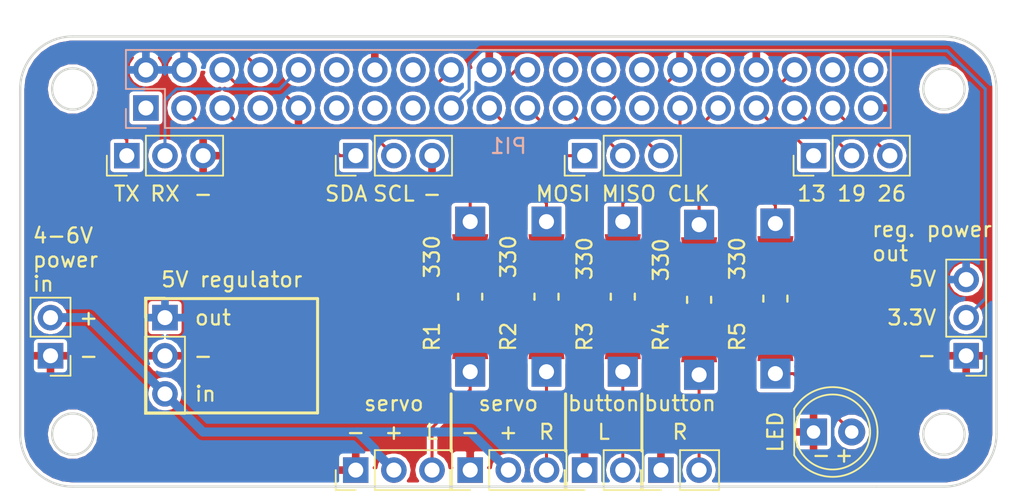
<source format=kicad_pcb>
(kicad_pcb (version 20171130) (host pcbnew "(5.0.2)")

  (general
    (thickness 1.6)
    (drawings 54)
    (tracks 116)
    (zones 0)
    (modules 18)
    (nets 39)
  )

  (page A4)
  (layers
    (0 F.Cu signal)
    (31 B.Cu signal)
    (32 B.Adhes user)
    (33 F.Adhes user)
    (34 B.Paste user)
    (35 F.Paste user)
    (36 B.SilkS user)
    (37 F.SilkS user)
    (38 B.Mask user)
    (39 F.Mask user)
    (40 Dwgs.User user)
    (41 Cmts.User user)
    (42 Eco1.User user)
    (43 Eco2.User user)
    (44 Edge.Cuts user)
    (45 Margin user)
    (46 B.CrtYd user)
    (47 F.CrtYd user)
    (48 B.Fab user)
    (49 F.Fab user)
  )

  (setup
    (last_trace_width 0.2)
    (user_trace_width 0.2)
    (user_trace_width 0.4)
    (user_trace_width 0.6)
    (trace_clearance 0.25)
    (zone_clearance 0.2)
    (zone_45_only no)
    (trace_min 0.2)
    (segment_width 0.2)
    (edge_width 0.15)
    (via_size 0.8)
    (via_drill 0.4)
    (via_min_size 0.4)
    (via_min_drill 0.3)
    (uvia_size 0.3)
    (uvia_drill 0.1)
    (uvias_allowed no)
    (uvia_min_size 0.2)
    (uvia_min_drill 0.1)
    (pcb_text_width 0.3)
    (pcb_text_size 1.5 1.5)
    (mod_edge_width 0.15)
    (mod_text_size 1 1)
    (mod_text_width 0.15)
    (pad_size 1.7 1.7)
    (pad_drill 1)
    (pad_to_mask_clearance 0.051)
    (solder_mask_min_width 0.25)
    (aux_axis_origin 108.37 52.23)
    (grid_origin 102.02 71.28)
    (visible_elements FFFFFF7F)
    (pcbplotparams
      (layerselection 0x010fc_ffffffff)
      (usegerberextensions true)
      (usegerberattributes false)
      (usegerberadvancedattributes false)
      (creategerberjobfile false)
      (excludeedgelayer false)
      (linewidth 0.100000)
      (plotframeref false)
      (viasonmask false)
      (mode 1)
      (useauxorigin false)
      (hpglpennumber 1)
      (hpglpenspeed 20)
      (hpglpendiameter 15.000000)
      (psnegative false)
      (psa4output false)
      (plotreference true)
      (plotvalue true)
      (plotinvisibletext false)
      (padsonsilk false)
      (subtractmaskfromsilk false)
      (outputformat 1)
      (mirror false)
      (drillshape 0)
      (scaleselection 1)
      (outputdirectory "../gerber/"))
  )

  (net 0 "")
  (net 1 GND)
  (net 2 "Net-(J3-Pad2)")
  (net 3 "Net-(J4-Pad2)")
  (net 4 /VBUS)
  (net 5 /5V)
  (net 6 /RX)
  (net 7 /TX)
  (net 8 "Net-(PI1-Pad29)")
  (net 9 "Net-(PI1-Pad31)")
  (net 10 "Net-(J1-Pad3)")
  (net 11 "Net-(J2-Pad3)")
  (net 12 "Net-(J5-Pad2)")
  (net 13 "Net-(PI1-Pad18)")
  (net 14 "Net-(PI1-Pad22)")
  (net 15 "Net-(PI1-Pad36)")
  (net 16 "Net-(PI1-Pad40)")
  (net 17 "Net-(PI1-Pad38)")
  (net 18 "Net-(PI1-Pad32)")
  (net 19 "Net-(PI1-Pad28)")
  (net 20 "Net-(PI1-Pad27)")
  (net 21 "Net-(PI1-Pad26)")
  (net 22 "Net-(PI1-Pad24)")
  (net 23 "Net-(PI1-Pad16)")
  (net 24 "Net-(PI1-Pad15)")
  (net 25 "Net-(PI1-Pad13)")
  (net 26 "Net-(PI1-Pad12)")
  (net 27 "Net-(PI1-Pad11)")
  (net 28 "Net-(PI1-Pad7)")
  (net 29 /SDA)
  (net 30 /SCL)
  (net 31 /CLK)
  (net 32 /MISO)
  (net 33 /MOSI)
  (net 34 /GPIO13)
  (net 35 /GPIO19)
  (net 36 /GPIO26)
  (net 37 /3.3V)
  (net 38 "Net-(PI1-Pad1)")

  (net_class Default "This is the default net class."
    (clearance 0.25)
    (trace_width 0.2)
    (via_dia 0.8)
    (via_drill 0.4)
    (uvia_dia 0.3)
    (uvia_drill 0.1)
    (add_net /3.3V)
    (add_net /5V)
    (add_net /CLK)
    (add_net /GPIO13)
    (add_net /GPIO19)
    (add_net /GPIO26)
    (add_net /MISO)
    (add_net /MOSI)
    (add_net /RX)
    (add_net /SCL)
    (add_net /SDA)
    (add_net /TX)
    (add_net GND)
    (add_net "Net-(J1-Pad3)")
    (add_net "Net-(J2-Pad3)")
    (add_net "Net-(J3-Pad2)")
    (add_net "Net-(J4-Pad2)")
    (add_net "Net-(J5-Pad2)")
    (add_net "Net-(PI1-Pad1)")
    (add_net "Net-(PI1-Pad11)")
    (add_net "Net-(PI1-Pad12)")
    (add_net "Net-(PI1-Pad13)")
    (add_net "Net-(PI1-Pad15)")
    (add_net "Net-(PI1-Pad16)")
    (add_net "Net-(PI1-Pad18)")
    (add_net "Net-(PI1-Pad22)")
    (add_net "Net-(PI1-Pad24)")
    (add_net "Net-(PI1-Pad26)")
    (add_net "Net-(PI1-Pad27)")
    (add_net "Net-(PI1-Pad28)")
    (add_net "Net-(PI1-Pad29)")
    (add_net "Net-(PI1-Pad31)")
    (add_net "Net-(PI1-Pad32)")
    (add_net "Net-(PI1-Pad36)")
    (add_net "Net-(PI1-Pad38)")
    (add_net "Net-(PI1-Pad40)")
    (add_net "Net-(PI1-Pad7)")
  )

  (net_class Power ""
    (clearance 0.25)
    (trace_width 0.6)
    (via_dia 0.8)
    (via_drill 0.4)
    (uvia_dia 0.3)
    (uvia_drill 0.1)
    (add_net /VBUS)
  )

  (module LEDs:LED_D5.0mm (layer F.Cu) (tedit 5E550490) (tstamp 5DC191DB)
    (at 152.82 76.36)
    (descr "LED, diameter 5.0mm, 2 pins, http://cdn-reichelt.de/documents/datenblatt/A500/LL-504BC2E-009.pdf")
    (tags "LED diameter 5.0mm 2 pins")
    (path /5DBE2060)
    (fp_text reference J5 (at 1.27 -3.96) (layer F.SilkS) hide
      (effects (font (size 1 1) (thickness 0.15)))
    )
    (fp_text value "led 0" (at 1.27 3.96) (layer F.Fab)
      (effects (font (size 1 1) (thickness 0.15)))
    )
    (fp_line (start 4.5 -3.25) (end -1.95 -3.25) (layer F.CrtYd) (width 0.05))
    (fp_line (start 4.5 3.25) (end 4.5 -3.25) (layer F.CrtYd) (width 0.05))
    (fp_line (start -1.95 3.25) (end 4.5 3.25) (layer F.CrtYd) (width 0.05))
    (fp_line (start -1.95 -3.25) (end -1.95 3.25) (layer F.CrtYd) (width 0.05))
    (fp_line (start -1.29 -1.545) (end -1.29 1.545) (layer F.SilkS) (width 0.12))
    (fp_line (start -1.23 -1.469694) (end -1.23 1.469694) (layer F.Fab) (width 0.1))
    (fp_circle (center 1.27 0) (end 3.77 0) (layer F.SilkS) (width 0.12))
    (fp_circle (center 1.27 0) (end 3.77 0) (layer F.Fab) (width 0.1))
    (fp_arc (start 1.27 0) (end -1.29 1.54483) (angle -148.9) (layer F.SilkS) (width 0.12))
    (fp_arc (start 1.27 0) (end -1.29 -1.54483) (angle 148.9) (layer F.SilkS) (width 0.12))
    (fp_arc (start 1.27 0) (end -1.23 -1.469694) (angle 299.1) (layer F.Fab) (width 0.1))
    (pad 2 thru_hole circle (at 2.54 0) (size 1.8 1.8) (drill 0.9) (layers *.Cu *.Mask)
      (net 12 "Net-(J5-Pad2)"))
    (pad 1 thru_hole rect (at 0 0) (size 1.8 1.8) (drill 0.9) (layers *.Cu *.Mask)
      (net 1 GND))
    (model LEDs.3dshapes/LED_D5.0mm.wrl
      (offset (xyz 0 0 -3))
      (scale (xyz 0.3937 0.3937 0.3937))
      (rotate (xyz 0 0 0))
    )
  )

  (module Pin_Headers:Pin_Header_Straight_1x02_Pitch2.54mm (layer F.Cu) (tedit 5E54F4BB) (tstamp 5E5835D1)
    (at 142.66 78.9 90)
    (descr "Through hole straight pin header, 1x02, 2.54mm pitch, single row")
    (tags "Through hole pin header THT 1x02 2.54mm single row")
    (path /5DB0EA80)
    (fp_text reference J4 (at 0 -2.33 90) (layer F.SilkS) hide
      (effects (font (size 1 1) (thickness 0.15)))
    )
    (fp_text value "switch R" (at 2.54 1.27 180) (layer F.Fab)
      (effects (font (size 1 1) (thickness 0.15)))
    )
    (fp_text user %R (at 0 -2.33 90) (layer F.Fab)
      (effects (font (size 1 1) (thickness 0.15)))
    )
    (fp_line (start 1.8 -1.8) (end -1.8 -1.8) (layer F.CrtYd) (width 0.05))
    (fp_line (start 1.8 4.35) (end 1.8 -1.8) (layer F.CrtYd) (width 0.05))
    (fp_line (start -1.8 4.35) (end 1.8 4.35) (layer F.CrtYd) (width 0.05))
    (fp_line (start -1.8 -1.8) (end -1.8 4.35) (layer F.CrtYd) (width 0.05))
    (fp_line (start -1.33 -1.33) (end 0 -1.33) (layer F.SilkS) (width 0.12))
    (fp_line (start -1.33 0) (end -1.33 -1.33) (layer F.SilkS) (width 0.12))
    (fp_line (start 1.33 1.27) (end -1.33 1.27) (layer F.SilkS) (width 0.12))
    (fp_line (start 1.33 3.87) (end 1.33 1.27) (layer F.SilkS) (width 0.12))
    (fp_line (start -1.33 3.87) (end 1.33 3.87) (layer F.SilkS) (width 0.12))
    (fp_line (start -1.33 1.27) (end -1.33 3.87) (layer F.SilkS) (width 0.12))
    (fp_line (start 1.27 -1.27) (end -1.27 -1.27) (layer F.Fab) (width 0.1))
    (fp_line (start 1.27 3.81) (end 1.27 -1.27) (layer F.Fab) (width 0.1))
    (fp_line (start -1.27 3.81) (end 1.27 3.81) (layer F.Fab) (width 0.1))
    (fp_line (start -1.27 -1.27) (end -1.27 3.81) (layer F.Fab) (width 0.1))
    (pad 2 thru_hole oval (at 0 2.54 90) (size 1.7 1.7) (drill 1) (layers *.Cu *.Mask)
      (net 3 "Net-(J4-Pad2)"))
    (pad 1 thru_hole rect (at 0 0 90) (size 1.7 1.7) (drill 1) (layers *.Cu *.Mask)
      (net 1 GND))
    (model ${KISYS3DMOD}/Pin_Headers.3dshapes/Pin_Header_Straight_1x02_Pitch2.54mm.wrl
      (offset (xyz 0 -1.269999980926514 0))
      (scale (xyz 1 1 1))
      (rotate (xyz 0 0 90))
    )
  )

  (module Pin_Headers:Pin_Header_Straight_1x02_Pitch2.54mm (layer F.Cu) (tedit 5E54F4B1) (tstamp 5E583564)
    (at 137.58 78.9 90)
    (descr "Through hole straight pin header, 1x02, 2.54mm pitch, single row")
    (tags "Through hole pin header THT 1x02 2.54mm single row")
    (path /5DB0E69C)
    (fp_text reference J3 (at 0 -2.33 90) (layer F.SilkS) hide
      (effects (font (size 1 1) (thickness 0.15)))
    )
    (fp_text value "switch L" (at 2.54 1.27 180) (layer F.Fab)
      (effects (font (size 1 1) (thickness 0.15)))
    )
    (fp_text user %R (at 0 -2.33 90) (layer F.Fab)
      (effects (font (size 1 1) (thickness 0.15)))
    )
    (fp_line (start 1.8 -1.8) (end -1.8 -1.8) (layer F.CrtYd) (width 0.05))
    (fp_line (start 1.8 4.35) (end 1.8 -1.8) (layer F.CrtYd) (width 0.05))
    (fp_line (start -1.8 4.35) (end 1.8 4.35) (layer F.CrtYd) (width 0.05))
    (fp_line (start -1.8 -1.8) (end -1.8 4.35) (layer F.CrtYd) (width 0.05))
    (fp_line (start -1.33 -1.33) (end 0 -1.33) (layer F.SilkS) (width 0.12))
    (fp_line (start -1.33 0) (end -1.33 -1.33) (layer F.SilkS) (width 0.12))
    (fp_line (start 1.33 1.27) (end -1.33 1.27) (layer F.SilkS) (width 0.12))
    (fp_line (start 1.33 3.87) (end 1.33 1.27) (layer F.SilkS) (width 0.12))
    (fp_line (start -1.33 3.87) (end 1.33 3.87) (layer F.SilkS) (width 0.12))
    (fp_line (start -1.33 1.27) (end -1.33 3.87) (layer F.SilkS) (width 0.12))
    (fp_line (start 1.27 -1.27) (end -1.27 -1.27) (layer F.Fab) (width 0.1))
    (fp_line (start 1.27 3.81) (end 1.27 -1.27) (layer F.Fab) (width 0.1))
    (fp_line (start -1.27 3.81) (end 1.27 3.81) (layer F.Fab) (width 0.1))
    (fp_line (start -1.27 -1.27) (end -1.27 3.81) (layer F.Fab) (width 0.1))
    (pad 2 thru_hole oval (at 0 2.54 90) (size 1.7 1.7) (drill 1) (layers *.Cu *.Mask)
      (net 2 "Net-(J3-Pad2)"))
    (pad 1 thru_hole rect (at 0 0 90) (size 1.7 1.7) (drill 1) (layers *.Cu *.Mask)
      (net 1 GND))
    (model ${KISYS3DMOD}/Pin_Headers.3dshapes/Pin_Header_Straight_1x02_Pitch2.54mm.wrl
      (offset (xyz 0 -1.269999980926514 0))
      (scale (xyz 1 1 1))
      (rotate (xyz 0 0 90))
    )
  )

  (module Pin_Headers:Pin_Header_Straight_1x02_Pitch2.54mm (layer F.Cu) (tedit 5E54F620) (tstamp 5DC192F4)
    (at 102.02 71.28 180)
    (descr "Through hole straight pin header, 1x02, 2.54mm pitch, single row")
    (tags "Through hole pin header THT 1x02 2.54mm single row")
    (path /5E501EFD)
    (fp_text reference J6 (at 0 -2.33 180) (layer F.SilkS) hide
      (effects (font (size 1 1) (thickness 0.15)))
    )
    (fp_text value "power in" (at 0 4.87 180) (layer F.Fab)
      (effects (font (size 1 1) (thickness 0.15)))
    )
    (fp_text user %R (at 0 -2.33 180) (layer F.Fab)
      (effects (font (size 1 1) (thickness 0.15)))
    )
    (fp_line (start 1.8 -1.8) (end -1.8 -1.8) (layer F.CrtYd) (width 0.05))
    (fp_line (start 1.8 4.35) (end 1.8 -1.8) (layer F.CrtYd) (width 0.05))
    (fp_line (start -1.8 4.35) (end 1.8 4.35) (layer F.CrtYd) (width 0.05))
    (fp_line (start -1.8 -1.8) (end -1.8 4.35) (layer F.CrtYd) (width 0.05))
    (fp_line (start -1.33 -1.33) (end 0 -1.33) (layer F.SilkS) (width 0.12))
    (fp_line (start -1.33 0) (end -1.33 -1.33) (layer F.SilkS) (width 0.12))
    (fp_line (start 1.33 1.27) (end -1.33 1.27) (layer F.SilkS) (width 0.12))
    (fp_line (start 1.33 3.87) (end 1.33 1.27) (layer F.SilkS) (width 0.12))
    (fp_line (start -1.33 3.87) (end 1.33 3.87) (layer F.SilkS) (width 0.12))
    (fp_line (start -1.33 1.27) (end -1.33 3.87) (layer F.SilkS) (width 0.12))
    (fp_line (start 1.27 -1.27) (end -1.27 -1.27) (layer F.Fab) (width 0.1))
    (fp_line (start 1.27 3.81) (end 1.27 -1.27) (layer F.Fab) (width 0.1))
    (fp_line (start -1.27 3.81) (end 1.27 3.81) (layer F.Fab) (width 0.1))
    (fp_line (start -1.27 -1.27) (end -1.27 3.81) (layer F.Fab) (width 0.1))
    (pad 2 thru_hole oval (at 0 2.54 180) (size 1.7 1.7) (drill 1) (layers *.Cu *.Mask)
      (net 4 /VBUS))
    (pad 1 thru_hole rect (at 0 0 180) (size 1.7 1.7) (drill 1) (layers *.Cu *.Mask)
      (net 1 GND))
    (model ${KISYS3DMOD}/Pin_Headers.3dshapes/Pin_Header_Straight_1x02_Pitch2.54mm.wrl
      (offset (xyz 0 -1.269999980926514 0))
      (scale (xyz 1 1 1))
      (rotate (xyz 0 0 90))
    )
  )

  (module Socket_Strips:Socket_Strip_Straight_2x20_Pitch2.54mm (layer B.Cu) (tedit 5E54EB76) (tstamp 5E583755)
    (at 132.5 53.5 270)
    (descr "Through hole straight socket strip, 2x20, 2.54mm pitch, double rows")
    (tags "Through hole socket strip THT 2x20 2.54mm double row")
    (path /5DAE1CB6)
    (fp_text reference PI1 (at 3.81 0) (layer B.SilkS)
      (effects (font (size 1 1) (thickness 0.15)) (justify mirror))
    )
    (fp_text value Raspberry_Pi_2_3 (at -5.08 0) (layer B.Fab)
      (effects (font (size 1 1) (thickness 0.15)) (justify mirror))
    )
    (fp_line (start -2.54 25.4) (end -2.54 -25.4) (layer B.Fab) (width 0.1))
    (fp_line (start -2.54 -25.4) (end 2.54 -25.4) (layer B.Fab) (width 0.1))
    (fp_line (start 2.54 -25.4) (end 2.54 25.4) (layer B.Fab) (width 0.1))
    (fp_line (start 2.54 25.4) (end -2.54 25.4) (layer B.Fab) (width 0.1))
    (fp_line (start 2.6 22.86) (end 2.6 -25.46) (layer B.SilkS) (width 0.12))
    (fp_line (start 2.6 -25.46) (end -2.6 -25.46) (layer B.SilkS) (width 0.12))
    (fp_line (start -2.6 -25.46) (end -2.6 25.46) (layer B.SilkS) (width 0.12))
    (fp_line (start -2.6 25.46) (end 0 25.46) (layer B.SilkS) (width 0.12))
    (fp_line (start 0 25.46) (end 0 22.86) (layer B.SilkS) (width 0.12))
    (fp_line (start 0 22.86) (end 2.6 22.86) (layer B.SilkS) (width 0.12))
    (fp_line (start 2.6 24.13) (end 2.6 25.46) (layer B.SilkS) (width 0.12))
    (fp_line (start 2.6 25.46) (end 1.33 25.46) (layer B.SilkS) (width 0.12))
    (fp_line (start -3.08 25.93) (end -3.08 -25.92) (layer B.CrtYd) (width 0.05))
    (fp_line (start -3.08 -25.92) (end 3.07 -25.92) (layer B.CrtYd) (width 0.05))
    (fp_line (start 3.07 -25.92) (end 3.07 25.93) (layer B.CrtYd) (width 0.05))
    (fp_line (start 3.07 25.93) (end -3.08 25.93) (layer B.CrtYd) (width 0.05))
    (fp_text user %R (at 0 26.46 270) (layer B.Fab)
      (effects (font (size 1 1) (thickness 0.15)) (justify mirror))
    )
    (pad 1 thru_hole rect (at 1.27 24.13 270) (size 1.7 1.7) (drill 1) (layers *.Cu *.Mask)
      (net 38 "Net-(PI1-Pad1)"))
    (pad 2 thru_hole oval (at -1.27 24.13 270) (size 1.7 1.7) (drill 1) (layers *.Cu *.Mask)
      (net 5 /5V))
    (pad 3 thru_hole oval (at 1.27 21.59 270) (size 1.7 1.7) (drill 1) (layers *.Cu *.Mask)
      (net 29 /SDA))
    (pad 4 thru_hole oval (at -1.27 21.59 270) (size 1.7 1.7) (drill 1) (layers *.Cu *.Mask)
      (net 5 /5V))
    (pad 5 thru_hole oval (at 1.27 19.05 270) (size 1.7 1.7) (drill 1) (layers *.Cu *.Mask)
      (net 30 /SCL))
    (pad 6 thru_hole oval (at -1.27 19.05 270) (size 1.7 1.7) (drill 1) (layers *.Cu *.Mask)
      (net 1 GND))
    (pad 7 thru_hole oval (at 1.27 16.51 270) (size 1.7 1.7) (drill 1) (layers *.Cu *.Mask)
      (net 28 "Net-(PI1-Pad7)"))
    (pad 8 thru_hole oval (at -1.27 16.51 270) (size 1.7 1.7) (drill 1) (layers *.Cu *.Mask)
      (net 7 /TX))
    (pad 9 thru_hole oval (at 1.27 13.97 270) (size 1.7 1.7) (drill 1) (layers *.Cu *.Mask)
      (net 1 GND))
    (pad 10 thru_hole oval (at -1.27 13.97 270) (size 1.7 1.7) (drill 1) (layers *.Cu *.Mask)
      (net 6 /RX))
    (pad 11 thru_hole oval (at 1.27 11.43 270) (size 1.7 1.7) (drill 1) (layers *.Cu *.Mask)
      (net 27 "Net-(PI1-Pad11)"))
    (pad 12 thru_hole oval (at -1.27 11.43 270) (size 1.7 1.7) (drill 1) (layers *.Cu *.Mask)
      (net 26 "Net-(PI1-Pad12)"))
    (pad 13 thru_hole oval (at 1.27 8.89 270) (size 1.7 1.7) (drill 1) (layers *.Cu *.Mask)
      (net 25 "Net-(PI1-Pad13)"))
    (pad 14 thru_hole oval (at -1.27 8.89 270) (size 1.7 1.7) (drill 1) (layers *.Cu *.Mask)
      (net 1 GND))
    (pad 15 thru_hole oval (at 1.27 6.35 270) (size 1.7 1.7) (drill 1) (layers *.Cu *.Mask)
      (net 24 "Net-(PI1-Pad15)"))
    (pad 16 thru_hole oval (at -1.27 6.35 270) (size 1.7 1.7) (drill 1) (layers *.Cu *.Mask)
      (net 23 "Net-(PI1-Pad16)"))
    (pad 17 thru_hole oval (at 1.27 3.81 270) (size 1.7 1.7) (drill 1) (layers *.Cu *.Mask)
      (net 37 /3.3V))
    (pad 18 thru_hole oval (at -1.27 3.81 270) (size 1.7 1.7) (drill 1) (layers *.Cu *.Mask)
      (net 13 "Net-(PI1-Pad18)"))
    (pad 19 thru_hole oval (at 1.27 1.27 270) (size 1.7 1.7) (drill 1) (layers *.Cu *.Mask)
      (net 33 /MOSI))
    (pad 20 thru_hole oval (at -1.27 1.27 270) (size 1.7 1.7) (drill 1) (layers *.Cu *.Mask)
      (net 1 GND))
    (pad 21 thru_hole oval (at 1.27 -1.27 270) (size 1.7 1.7) (drill 1) (layers *.Cu *.Mask)
      (net 32 /MISO))
    (pad 22 thru_hole oval (at -1.27 -1.27 270) (size 1.7 1.7) (drill 1) (layers *.Cu *.Mask)
      (net 14 "Net-(PI1-Pad22)"))
    (pad 23 thru_hole oval (at 1.27 -3.81 270) (size 1.7 1.7) (drill 1) (layers *.Cu *.Mask)
      (net 31 /CLK))
    (pad 24 thru_hole oval (at -1.27 -3.81 270) (size 1.7 1.7) (drill 1) (layers *.Cu *.Mask)
      (net 22 "Net-(PI1-Pad24)"))
    (pad 25 thru_hole oval (at 1.27 -6.35 270) (size 1.7 1.7) (drill 1) (layers *.Cu *.Mask)
      (net 1 GND))
    (pad 26 thru_hole oval (at -1.27 -6.35 270) (size 1.7 1.7) (drill 1) (layers *.Cu *.Mask)
      (net 21 "Net-(PI1-Pad26)"))
    (pad 27 thru_hole oval (at 1.27 -8.89 270) (size 1.7 1.7) (drill 1) (layers *.Cu *.Mask)
      (net 20 "Net-(PI1-Pad27)"))
    (pad 28 thru_hole oval (at -1.27 -8.89 270) (size 1.7 1.7) (drill 1) (layers *.Cu *.Mask)
      (net 19 "Net-(PI1-Pad28)"))
    (pad 29 thru_hole oval (at 1.27 -11.43 270) (size 1.7 1.7) (drill 1) (layers *.Cu *.Mask)
      (net 8 "Net-(PI1-Pad29)"))
    (pad 30 thru_hole oval (at -1.27 -11.43 270) (size 1.7 1.7) (drill 1) (layers *.Cu *.Mask)
      (net 1 GND))
    (pad 31 thru_hole oval (at 1.27 -13.97 270) (size 1.7 1.7) (drill 1) (layers *.Cu *.Mask)
      (net 9 "Net-(PI1-Pad31)"))
    (pad 32 thru_hole oval (at -1.27 -13.97 270) (size 1.7 1.7) (drill 1) (layers *.Cu *.Mask)
      (net 18 "Net-(PI1-Pad32)"))
    (pad 33 thru_hole oval (at 1.27 -16.51 270) (size 1.7 1.7) (drill 1) (layers *.Cu *.Mask)
      (net 34 /GPIO13))
    (pad 34 thru_hole oval (at -1.27 -16.51 270) (size 1.7 1.7) (drill 1) (layers *.Cu *.Mask)
      (net 1 GND))
    (pad 35 thru_hole oval (at 1.27 -19.05 270) (size 1.7 1.7) (drill 1) (layers *.Cu *.Mask)
      (net 35 /GPIO19))
    (pad 36 thru_hole oval (at -1.27 -19.05 270) (size 1.7 1.7) (drill 1) (layers *.Cu *.Mask)
      (net 15 "Net-(PI1-Pad36)"))
    (pad 37 thru_hole oval (at 1.27 -21.59 270) (size 1.7 1.7) (drill 1) (layers *.Cu *.Mask)
      (net 36 /GPIO26))
    (pad 38 thru_hole oval (at -1.27 -21.59 270) (size 1.7 1.7) (drill 1) (layers *.Cu *.Mask)
      (net 17 "Net-(PI1-Pad38)"))
    (pad 39 thru_hole oval (at 1.27 -24.13 270) (size 1.7 1.7) (drill 1) (layers *.Cu *.Mask)
      (net 1 GND))
    (pad 40 thru_hole oval (at -1.27 -24.13 270) (size 1.7 1.7) (drill 1) (layers *.Cu *.Mask)
      (net 16 "Net-(PI1-Pad40)"))
    (model ${KISYS3DMOD}/Socket_Strips.3dshapes/Socket_Strip_Straight_2x20_Pitch2.54mm.wrl
      (at (xyz 0 0 0))
      (scale (xyz 1 1 1))
      (rotate (xyz 0 0 90))
    )
  )

  (module Pin_Headers:Pin_Header_Straight_1x03_Pitch2.54mm (layer F.Cu) (tedit 5E54F49A) (tstamp 5E583650)
    (at 122.34 78.9 90)
    (descr "Through hole straight pin header, 1x03, 2.54mm pitch, single row")
    (tags "Through hole pin header THT 1x03 2.54mm single row")
    (path /5DBE742E)
    (fp_text reference J1 (at 0 -2.33 90) (layer F.SilkS) hide
      (effects (font (size 1 1) (thickness 0.15)))
    )
    (fp_text value "servo L" (at 2.54 2.54 180) (layer F.Fab)
      (effects (font (size 1 1) (thickness 0.15)))
    )
    (fp_text user %R (at 0 -2.33 90) (layer F.Fab)
      (effects (font (size 1 1) (thickness 0.15)))
    )
    (fp_line (start 1.8 -1.8) (end -1.8 -1.8) (layer F.CrtYd) (width 0.05))
    (fp_line (start 1.8 6.85) (end 1.8 -1.8) (layer F.CrtYd) (width 0.05))
    (fp_line (start -1.8 6.85) (end 1.8 6.85) (layer F.CrtYd) (width 0.05))
    (fp_line (start -1.8 -1.8) (end -1.8 6.85) (layer F.CrtYd) (width 0.05))
    (fp_line (start -1.33 -1.33) (end 0 -1.33) (layer F.SilkS) (width 0.12))
    (fp_line (start -1.33 0) (end -1.33 -1.33) (layer F.SilkS) (width 0.12))
    (fp_line (start 1.33 1.27) (end -1.33 1.27) (layer F.SilkS) (width 0.12))
    (fp_line (start 1.33 6.41) (end 1.33 1.27) (layer F.SilkS) (width 0.12))
    (fp_line (start -1.33 6.41) (end 1.33 6.41) (layer F.SilkS) (width 0.12))
    (fp_line (start -1.33 1.27) (end -1.33 6.41) (layer F.SilkS) (width 0.12))
    (fp_line (start 1.27 -1.27) (end -1.27 -1.27) (layer F.Fab) (width 0.1))
    (fp_line (start 1.27 6.35) (end 1.27 -1.27) (layer F.Fab) (width 0.1))
    (fp_line (start -1.27 6.35) (end 1.27 6.35) (layer F.Fab) (width 0.1))
    (fp_line (start -1.27 -1.27) (end -1.27 6.35) (layer F.Fab) (width 0.1))
    (pad 3 thru_hole oval (at 0 5.08 90) (size 1.7 1.7) (drill 1) (layers *.Cu *.Mask)
      (net 10 "Net-(J1-Pad3)"))
    (pad 2 thru_hole oval (at 0 2.54 90) (size 1.7 1.7) (drill 1) (layers *.Cu *.Mask)
      (net 4 /VBUS))
    (pad 1 thru_hole rect (at 0 0 90) (size 1.7 1.7) (drill 1) (layers *.Cu *.Mask)
      (net 1 GND))
    (model ${KISYS3DMOD}/Pin_Headers.3dshapes/Pin_Header_Straight_1x03_Pitch2.54mm.wrl
      (offset (xyz 0 -2.539999961853027 0))
      (scale (xyz 1 1 1))
      (rotate (xyz 0 0 90))
    )
  )

  (module Pin_Headers:Pin_Header_Straight_1x03_Pitch2.54mm (layer F.Cu) (tedit 5E54F4A7) (tstamp 5E583651)
    (at 129.96 78.9 90)
    (descr "Through hole straight pin header, 1x03, 2.54mm pitch, single row")
    (tags "Through hole pin header THT 1x03 2.54mm single row")
    (path /5DBF65DC)
    (fp_text reference J2 (at 0 -2.33 90) (layer F.SilkS) hide
      (effects (font (size 1 1) (thickness 0.15)))
    )
    (fp_text value "servo R" (at 2.54 2.54 180) (layer F.Fab)
      (effects (font (size 1 1) (thickness 0.15)))
    )
    (fp_text user %R (at 0 -2.33 90) (layer F.Fab)
      (effects (font (size 1 1) (thickness 0.15)))
    )
    (fp_line (start 1.8 -1.8) (end -1.8 -1.8) (layer F.CrtYd) (width 0.05))
    (fp_line (start 1.8 6.85) (end 1.8 -1.8) (layer F.CrtYd) (width 0.05))
    (fp_line (start -1.8 6.85) (end 1.8 6.85) (layer F.CrtYd) (width 0.05))
    (fp_line (start -1.8 -1.8) (end -1.8 6.85) (layer F.CrtYd) (width 0.05))
    (fp_line (start -1.33 -1.33) (end 0 -1.33) (layer F.SilkS) (width 0.12))
    (fp_line (start -1.33 0) (end -1.33 -1.33) (layer F.SilkS) (width 0.12))
    (fp_line (start 1.33 1.27) (end -1.33 1.27) (layer F.SilkS) (width 0.12))
    (fp_line (start 1.33 6.41) (end 1.33 1.27) (layer F.SilkS) (width 0.12))
    (fp_line (start -1.33 6.41) (end 1.33 6.41) (layer F.SilkS) (width 0.12))
    (fp_line (start -1.33 1.27) (end -1.33 6.41) (layer F.SilkS) (width 0.12))
    (fp_line (start 1.27 -1.27) (end -1.27 -1.27) (layer F.Fab) (width 0.1))
    (fp_line (start 1.27 6.35) (end 1.27 -1.27) (layer F.Fab) (width 0.1))
    (fp_line (start -1.27 6.35) (end 1.27 6.35) (layer F.Fab) (width 0.1))
    (fp_line (start -1.27 -1.27) (end -1.27 6.35) (layer F.Fab) (width 0.1))
    (pad 3 thru_hole oval (at 0 5.08 90) (size 1.7 1.7) (drill 1) (layers *.Cu *.Mask)
      (net 11 "Net-(J2-Pad3)"))
    (pad 2 thru_hole oval (at 0 2.54 90) (size 1.7 1.7) (drill 1) (layers *.Cu *.Mask)
      (net 4 /VBUS))
    (pad 1 thru_hole rect (at 0 0 90) (size 1.7 1.7) (drill 1) (layers *.Cu *.Mask)
      (net 1 GND))
    (model ${KISYS3DMOD}/Pin_Headers.3dshapes/Pin_Header_Straight_1x03_Pitch2.54mm.wrl
      (offset (xyz 0 -2.539999961853027 0))
      (scale (xyz 1 1 1))
      (rotate (xyz 0 0 90))
    )
  )

  (module Pin_Headers:Pin_Header_Straight_1x03_Pitch2.54mm (layer F.Cu) (tedit 5E54F67B) (tstamp 5E58369A)
    (at 109.64 68.74)
    (descr "Through hole straight pin header, 1x03, 2.54mm pitch, single row")
    (tags "Through hole pin header THT 1x03 2.54mm single row")
    (path /5E50286B)
    (fp_text reference J7 (at 0 -2.33) (layer F.SilkS) hide
      (effects (font (size 1 1) (thickness 0.15)))
    )
    (fp_text value regulator (at 0 7.41) (layer F.Fab)
      (effects (font (size 1 1) (thickness 0.15)))
    )
    (fp_text user %R (at 0 -2.33) (layer F.Fab)
      (effects (font (size 1 1) (thickness 0.15)))
    )
    (fp_line (start 1.8 -1.8) (end -1.8 -1.8) (layer F.CrtYd) (width 0.05))
    (fp_line (start 1.8 6.85) (end 1.8 -1.8) (layer F.CrtYd) (width 0.05))
    (fp_line (start -1.8 6.85) (end 1.8 6.85) (layer F.CrtYd) (width 0.05))
    (fp_line (start -1.8 -1.8) (end -1.8 6.85) (layer F.CrtYd) (width 0.05))
    (fp_line (start -1.33 -1.33) (end 0 -1.33) (layer F.SilkS) (width 0.12))
    (fp_line (start -1.33 0) (end -1.33 -1.33) (layer F.SilkS) (width 0.12))
    (fp_line (start 1.33 1.27) (end -1.33 1.27) (layer F.SilkS) (width 0.12))
    (fp_line (start 1.33 6.41) (end 1.33 1.27) (layer F.SilkS) (width 0.12))
    (fp_line (start -1.33 6.41) (end 1.33 6.41) (layer F.SilkS) (width 0.12))
    (fp_line (start -1.33 1.27) (end -1.33 6.41) (layer F.SilkS) (width 0.12))
    (fp_line (start 1.27 -1.27) (end -1.27 -1.27) (layer F.Fab) (width 0.1))
    (fp_line (start 1.27 6.35) (end 1.27 -1.27) (layer F.Fab) (width 0.1))
    (fp_line (start -1.27 6.35) (end 1.27 6.35) (layer F.Fab) (width 0.1))
    (fp_line (start -1.27 -1.27) (end -1.27 6.35) (layer F.Fab) (width 0.1))
    (pad 3 thru_hole oval (at 0 5.08) (size 1.7 1.7) (drill 1) (layers *.Cu *.Mask)
      (net 4 /VBUS))
    (pad 2 thru_hole oval (at 0 2.54) (size 1.7 1.7) (drill 1) (layers *.Cu *.Mask)
      (net 1 GND))
    (pad 1 thru_hole rect (at 0 0) (size 1.7 1.7) (drill 1) (layers *.Cu *.Mask)
      (net 5 /5V))
    (model ${KISYS3DMOD}/Pin_Headers.3dshapes/Pin_Header_Straight_1x03_Pitch2.54mm.wrl
      (offset (xyz 0 -2.539999961853027 0))
      (scale (xyz 1 1 1))
      (rotate (xyz 0 0 90))
    )
  )

  (module Resistors_Universal:Resistor_SMD+THTuniversal_0805to1206_RM10_HandSoldering (layer F.Cu) (tedit 5E54F7EB) (tstamp 5E583756)
    (at 140.12 67.343 90)
    (descr "Resistor, SMD and THT, universal, 0805 to 1206,RM10,  Hand soldering,")
    (tags "Resistor, SMD and THT, universal, 0805 to 1206, RM10, Hand soldering,")
    (path /5DAE4F89)
    (fp_text reference R3 (at -2.667 -2.54 90) (layer F.SilkS)
      (effects (font (size 1 1) (thickness 0.15)))
    )
    (fp_text value 330 (at 2.54 -2.54 90) (layer F.SilkS)
      (effects (font (size 1 1) (thickness 0.15)))
    )
    (fp_line (start -0.20066 -0.8001) (end 0.20066 -0.8001) (layer F.SilkS) (width 0.15))
    (fp_line (start -0.09906 -0.8001) (end -0.20066 -0.8001) (layer F.SilkS) (width 0.15))
    (fp_line (start 0 0.8001) (end -0.20066 0.8001) (layer F.SilkS) (width 0.15))
    (fp_line (start 0 0.8001) (end 0.20066 0.8001) (layer F.SilkS) (width 0.15))
    (pad 2 thru_hole rect (at 5.00126 0 270) (size 1.99898 1.99898) (drill 1.00076) (layers *.Cu *.Mask)
      (net 8 "Net-(PI1-Pad29)"))
    (pad 1 thru_hole rect (at -5.00126 0 270) (size 1.99898 1.99898) (drill 1.00076) (layers *.Cu *.Mask)
      (net 2 "Net-(J3-Pad2)"))
    (pad 2 smd trapezoid (at 2.413 0 270) (size 3.50012 1.99898) (rect_delta 0.39878 0 ) (layers F.Cu F.Paste F.Mask)
      (net 8 "Net-(PI1-Pad29)"))
    (pad 1 smd trapezoid (at -2.413 0 90) (size 3.50012 1.99898) (rect_delta 0.39878 0 ) (layers F.Cu F.Paste F.Mask)
      (net 2 "Net-(J3-Pad2)"))
  )

  (module Resistors_Universal:Resistor_SMD+THTuniversal_0805to1206_RM10_HandSoldering (layer F.Cu) (tedit 5E54F801) (tstamp 5E583761)
    (at 150.28 67.47 90)
    (descr "Resistor, SMD and THT, universal, 0805 to 1206,RM10,  Hand soldering,")
    (tags "Resistor, SMD and THT, universal, 0805 to 1206, RM10, Hand soldering,")
    (path /5DAE96BE)
    (fp_text reference R5 (at -2.54 -2.54 90) (layer F.SilkS)
      (effects (font (size 1 1) (thickness 0.15)))
    )
    (fp_text value 330 (at 2.667 -2.54 90) (layer F.SilkS)
      (effects (font (size 1 1) (thickness 0.15)))
    )
    (fp_line (start 0 0.8001) (end 0.20066 0.8001) (layer F.SilkS) (width 0.15))
    (fp_line (start 0 0.8001) (end -0.20066 0.8001) (layer F.SilkS) (width 0.15))
    (fp_line (start -0.09906 -0.8001) (end -0.20066 -0.8001) (layer F.SilkS) (width 0.15))
    (fp_line (start -0.20066 -0.8001) (end 0.20066 -0.8001) (layer F.SilkS) (width 0.15))
    (pad 1 smd trapezoid (at -2.413 0 90) (size 3.50012 1.99898) (rect_delta 0.39878 0 ) (layers F.Cu F.Paste F.Mask)
      (net 12 "Net-(J5-Pad2)"))
    (pad 2 smd trapezoid (at 2.413 0 270) (size 3.50012 1.99898) (rect_delta 0.39878 0 ) (layers F.Cu F.Paste F.Mask)
      (net 15 "Net-(PI1-Pad36)"))
    (pad 1 thru_hole rect (at -5.00126 0 270) (size 1.99898 1.99898) (drill 1.00076) (layers *.Cu *.Mask)
      (net 12 "Net-(J5-Pad2)"))
    (pad 2 thru_hole rect (at 5.00126 0 270) (size 1.99898 1.99898) (drill 1.00076) (layers *.Cu *.Mask)
      (net 15 "Net-(PI1-Pad36)"))
  )

  (module Resistors_Universal:Resistor_SMD+THTuniversal_0805to1206_RM10_HandSoldering (layer F.Cu) (tedit 5E54F7F7) (tstamp 5E583777)
    (at 145.2 67.54874 90)
    (descr "Resistor, SMD and THT, universal, 0805 to 1206,RM10,  Hand soldering,")
    (tags "Resistor, SMD and THT, universal, 0805 to 1206, RM10, Hand soldering,")
    (path /5DAE4DE5)
    (fp_text reference R4 (at -2.46126 -2.54 90) (layer F.SilkS)
      (effects (font (size 1 1) (thickness 0.15)))
    )
    (fp_text value 330 (at 2.667 -2.54 90) (layer F.SilkS)
      (effects (font (size 1 1) (thickness 0.15)))
    )
    (fp_line (start 0 0.8001) (end 0.20066 0.8001) (layer F.SilkS) (width 0.15))
    (fp_line (start 0 0.8001) (end -0.20066 0.8001) (layer F.SilkS) (width 0.15))
    (fp_line (start -0.09906 -0.8001) (end -0.20066 -0.8001) (layer F.SilkS) (width 0.15))
    (fp_line (start -0.20066 -0.8001) (end 0.20066 -0.8001) (layer F.SilkS) (width 0.15))
    (pad 1 smd trapezoid (at -2.413 0 90) (size 3.50012 1.99898) (rect_delta 0.39878 0 ) (layers F.Cu F.Paste F.Mask)
      (net 3 "Net-(J4-Pad2)"))
    (pad 2 smd trapezoid (at 2.413 0 270) (size 3.50012 1.99898) (rect_delta 0.39878 0 ) (layers F.Cu F.Paste F.Mask)
      (net 9 "Net-(PI1-Pad31)"))
    (pad 1 thru_hole rect (at -5.00126 0 270) (size 1.99898 1.99898) (drill 1.00076) (layers *.Cu *.Mask)
      (net 3 "Net-(J4-Pad2)"))
    (pad 2 thru_hole rect (at 5.00126 0 270) (size 1.99898 1.99898) (drill 1.00076) (layers *.Cu *.Mask)
      (net 9 "Net-(PI1-Pad31)"))
  )

  (module Resistors_Universal:Resistor_SMD+THTuniversal_0805to1206_RM10_HandSoldering (layer F.Cu) (tedit 5E54F7B5) (tstamp 5E583782)
    (at 129.96 67.343 90)
    (descr "Resistor, SMD and THT, universal, 0805 to 1206,RM10,  Hand soldering,")
    (tags "Resistor, SMD and THT, universal, 0805 to 1206, RM10, Hand soldering,")
    (path /5DAE3E17)
    (fp_text reference R1 (at -2.667 -2.54 90) (layer F.SilkS)
      (effects (font (size 1 1) (thickness 0.15)))
    )
    (fp_text value 330 (at 2.667 -2.54 90) (layer F.SilkS)
      (effects (font (size 1 1) (thickness 0.15)))
    )
    (fp_line (start -0.20066 -0.8001) (end 0.20066 -0.8001) (layer F.SilkS) (width 0.15))
    (fp_line (start -0.09906 -0.8001) (end -0.20066 -0.8001) (layer F.SilkS) (width 0.15))
    (fp_line (start 0 0.8001) (end -0.20066 0.8001) (layer F.SilkS) (width 0.15))
    (fp_line (start 0 0.8001) (end 0.20066 0.8001) (layer F.SilkS) (width 0.15))
    (pad 2 thru_hole rect (at 5.00126 0 270) (size 1.99898 1.99898) (drill 1.00076) (layers *.Cu *.Mask)
      (net 13 "Net-(PI1-Pad18)"))
    (pad 1 thru_hole rect (at -5.00126 0 270) (size 1.99898 1.99898) (drill 1.00076) (layers *.Cu *.Mask)
      (net 10 "Net-(J1-Pad3)"))
    (pad 2 smd trapezoid (at 2.413 0 270) (size 3.50012 1.99898) (rect_delta 0.39878 0 ) (layers F.Cu F.Paste F.Mask)
      (net 13 "Net-(PI1-Pad18)"))
    (pad 1 smd trapezoid (at -2.413 0 90) (size 3.50012 1.99898) (rect_delta 0.39878 0 ) (layers F.Cu F.Paste F.Mask)
      (net 10 "Net-(J1-Pad3)"))
  )

  (module Resistors_Universal:Resistor_SMD+THTuniversal_0805to1206_RM10_HandSoldering (layer F.Cu) (tedit 5E54F7E2) (tstamp 5E58378D)
    (at 135.04 67.343 90)
    (descr "Resistor, SMD and THT, universal, 0805 to 1206,RM10,  Hand soldering,")
    (tags "Resistor, SMD and THT, universal, 0805 to 1206, RM10, Hand soldering,")
    (path /5DAE3D9E)
    (fp_text reference R2 (at -2.667 -2.54 90) (layer F.SilkS)
      (effects (font (size 1 1) (thickness 0.15)))
    )
    (fp_text value 330 (at 2.667 -2.54 90) (layer F.SilkS)
      (effects (font (size 1 1) (thickness 0.15)))
    )
    (fp_line (start 0 0.8001) (end 0.20066 0.8001) (layer F.SilkS) (width 0.15))
    (fp_line (start 0 0.8001) (end -0.20066 0.8001) (layer F.SilkS) (width 0.15))
    (fp_line (start -0.09906 -0.8001) (end -0.20066 -0.8001) (layer F.SilkS) (width 0.15))
    (fp_line (start -0.20066 -0.8001) (end 0.20066 -0.8001) (layer F.SilkS) (width 0.15))
    (pad 1 smd trapezoid (at -2.413 0 90) (size 3.50012 1.99898) (rect_delta 0.39878 0 ) (layers F.Cu F.Paste F.Mask)
      (net 11 "Net-(J2-Pad3)"))
    (pad 2 smd trapezoid (at 2.413 0 270) (size 3.50012 1.99898) (rect_delta 0.39878 0 ) (layers F.Cu F.Paste F.Mask)
      (net 14 "Net-(PI1-Pad22)"))
    (pad 1 thru_hole rect (at -5.00126 0 270) (size 1.99898 1.99898) (drill 1.00076) (layers *.Cu *.Mask)
      (net 11 "Net-(J2-Pad3)"))
    (pad 2 thru_hole rect (at 5.00126 0 270) (size 1.99898 1.99898) (drill 1.00076) (layers *.Cu *.Mask)
      (net 14 "Net-(PI1-Pad22)"))
  )

  (module Pin_Headers:Pin_Header_Straight_1x03_Pitch2.54mm (layer F.Cu) (tedit 5F996812) (tstamp 5FA1B45B)
    (at 137.58 57.945 90)
    (descr "Through hole straight pin header, 1x03, 2.54mm pitch, single row")
    (tags "Through hole pin header THT 1x03 2.54mm single row")
    (path /5F997216)
    (fp_text reference J10 (at 0 -2.33 90) (layer F.SilkS) hide
      (effects (font (size 1 1) (thickness 0.15)))
    )
    (fp_text value spi (at 0 7.41 90) (layer F.Fab)
      (effects (font (size 1 1) (thickness 0.15)))
    )
    (fp_text user %R (at 0 -2.33 90) (layer F.Fab)
      (effects (font (size 1 1) (thickness 0.15)))
    )
    (fp_line (start 1.8 -1.8) (end -1.8 -1.8) (layer F.CrtYd) (width 0.05))
    (fp_line (start 1.8 6.85) (end 1.8 -1.8) (layer F.CrtYd) (width 0.05))
    (fp_line (start -1.8 6.85) (end 1.8 6.85) (layer F.CrtYd) (width 0.05))
    (fp_line (start -1.8 -1.8) (end -1.8 6.85) (layer F.CrtYd) (width 0.05))
    (fp_line (start -1.33 -1.33) (end 0 -1.33) (layer F.SilkS) (width 0.12))
    (fp_line (start -1.33 0) (end -1.33 -1.33) (layer F.SilkS) (width 0.12))
    (fp_line (start 1.33 1.27) (end -1.33 1.27) (layer F.SilkS) (width 0.12))
    (fp_line (start 1.33 6.41) (end 1.33 1.27) (layer F.SilkS) (width 0.12))
    (fp_line (start -1.33 6.41) (end 1.33 6.41) (layer F.SilkS) (width 0.12))
    (fp_line (start -1.33 1.27) (end -1.33 6.41) (layer F.SilkS) (width 0.12))
    (fp_line (start 1.27 -1.27) (end -1.27 -1.27) (layer F.Fab) (width 0.1))
    (fp_line (start 1.27 6.35) (end 1.27 -1.27) (layer F.Fab) (width 0.1))
    (fp_line (start -1.27 6.35) (end 1.27 6.35) (layer F.Fab) (width 0.1))
    (fp_line (start -1.27 -1.27) (end -1.27 6.35) (layer F.Fab) (width 0.1))
    (pad 3 thru_hole oval (at 0 5.08 90) (size 1.7 1.7) (drill 1) (layers *.Cu *.Mask)
      (net 31 /CLK))
    (pad 2 thru_hole oval (at 0 2.54 90) (size 1.7 1.7) (drill 1) (layers *.Cu *.Mask)
      (net 32 /MISO))
    (pad 1 thru_hole rect (at 0 0 90) (size 1.7 1.7) (drill 1) (layers *.Cu *.Mask)
      (net 33 /MOSI))
    (model ${KISYS3DMOD}/Pin_Headers.3dshapes/Pin_Header_Straight_1x03_Pitch2.54mm.wrl
      (offset (xyz 0 -2.539999961853027 0))
      (scale (xyz 1 1 1))
      (rotate (xyz 0 0 90))
    )
  )

  (module Pin_Headers:Pin_Header_Straight_1x03_Pitch2.54mm (layer F.Cu) (tedit 5F99681E) (tstamp 5FA1B471)
    (at 152.82 57.945 90)
    (descr "Through hole straight pin header, 1x03, 2.54mm pitch, single row")
    (tags "Through hole pin header THT 1x03 2.54mm single row")
    (path /5F997756)
    (fp_text reference J11 (at 0 -2.33 90) (layer F.SilkS) hide
      (effects (font (size 1 1) (thickness 0.15)))
    )
    (fp_text value io (at 0 7.41 90) (layer F.Fab)
      (effects (font (size 1 1) (thickness 0.15)))
    )
    (fp_line (start -1.27 -1.27) (end -1.27 6.35) (layer F.Fab) (width 0.1))
    (fp_line (start -1.27 6.35) (end 1.27 6.35) (layer F.Fab) (width 0.1))
    (fp_line (start 1.27 6.35) (end 1.27 -1.27) (layer F.Fab) (width 0.1))
    (fp_line (start 1.27 -1.27) (end -1.27 -1.27) (layer F.Fab) (width 0.1))
    (fp_line (start -1.33 1.27) (end -1.33 6.41) (layer F.SilkS) (width 0.12))
    (fp_line (start -1.33 6.41) (end 1.33 6.41) (layer F.SilkS) (width 0.12))
    (fp_line (start 1.33 6.41) (end 1.33 1.27) (layer F.SilkS) (width 0.12))
    (fp_line (start 1.33 1.27) (end -1.33 1.27) (layer F.SilkS) (width 0.12))
    (fp_line (start -1.33 0) (end -1.33 -1.33) (layer F.SilkS) (width 0.12))
    (fp_line (start -1.33 -1.33) (end 0 -1.33) (layer F.SilkS) (width 0.12))
    (fp_line (start -1.8 -1.8) (end -1.8 6.85) (layer F.CrtYd) (width 0.05))
    (fp_line (start -1.8 6.85) (end 1.8 6.85) (layer F.CrtYd) (width 0.05))
    (fp_line (start 1.8 6.85) (end 1.8 -1.8) (layer F.CrtYd) (width 0.05))
    (fp_line (start 1.8 -1.8) (end -1.8 -1.8) (layer F.CrtYd) (width 0.05))
    (fp_text user %R (at 0 -2.33 90) (layer F.Fab)
      (effects (font (size 1 1) (thickness 0.15)))
    )
    (pad 1 thru_hole rect (at 0 0 90) (size 1.7 1.7) (drill 1) (layers *.Cu *.Mask)
      (net 34 /GPIO13))
    (pad 2 thru_hole oval (at 0 2.54 90) (size 1.7 1.7) (drill 1) (layers *.Cu *.Mask)
      (net 35 /GPIO19))
    (pad 3 thru_hole oval (at 0 5.08 90) (size 1.7 1.7) (drill 1) (layers *.Cu *.Mask)
      (net 36 /GPIO26))
    (model ${KISYS3DMOD}/Pin_Headers.3dshapes/Pin_Header_Straight_1x03_Pitch2.54mm.wrl
      (offset (xyz 0 -2.539999961853027 0))
      (scale (xyz 1 1 1))
      (rotate (xyz 0 0 90))
    )
  )

  (module Pin_Headers:Pin_Header_Straight_1x03_Pitch2.54mm (layer F.Cu) (tedit 5F99957E) (tstamp 5FA9B5A5)
    (at 162.98 71.28 180)
    (descr "Through hole straight pin header, 1x03, 2.54mm pitch, single row")
    (tags "Through hole pin header THT 1x03 2.54mm single row")
    (path /5F998EF1)
    (fp_text reference J12 (at 0 -2.33 180) (layer F.SilkS) hide
      (effects (font (size 1 1) (thickness 0.15)))
    )
    (fp_text value "power out" (at 0 7.41 180) (layer F.Fab)
      (effects (font (size 1 1) (thickness 0.15)))
    )
    (fp_line (start -1.27 -1.27) (end -1.27 6.35) (layer F.Fab) (width 0.1))
    (fp_line (start -1.27 6.35) (end 1.27 6.35) (layer F.Fab) (width 0.1))
    (fp_line (start 1.27 6.35) (end 1.27 -1.27) (layer F.Fab) (width 0.1))
    (fp_line (start 1.27 -1.27) (end -1.27 -1.27) (layer F.Fab) (width 0.1))
    (fp_line (start -1.33 1.27) (end -1.33 6.41) (layer F.SilkS) (width 0.12))
    (fp_line (start -1.33 6.41) (end 1.33 6.41) (layer F.SilkS) (width 0.12))
    (fp_line (start 1.33 6.41) (end 1.33 1.27) (layer F.SilkS) (width 0.12))
    (fp_line (start 1.33 1.27) (end -1.33 1.27) (layer F.SilkS) (width 0.12))
    (fp_line (start -1.33 0) (end -1.33 -1.33) (layer F.SilkS) (width 0.12))
    (fp_line (start -1.33 -1.33) (end 0 -1.33) (layer F.SilkS) (width 0.12))
    (fp_line (start -1.8 -1.8) (end -1.8 6.85) (layer F.CrtYd) (width 0.05))
    (fp_line (start -1.8 6.85) (end 1.8 6.85) (layer F.CrtYd) (width 0.05))
    (fp_line (start 1.8 6.85) (end 1.8 -1.8) (layer F.CrtYd) (width 0.05))
    (fp_line (start 1.8 -1.8) (end -1.8 -1.8) (layer F.CrtYd) (width 0.05))
    (fp_text user %R (at 0 -2.33 180) (layer F.Fab)
      (effects (font (size 1 1) (thickness 0.15)))
    )
    (pad 1 thru_hole rect (at 0 0 180) (size 1.7 1.7) (drill 1) (layers *.Cu *.Mask)
      (net 1 GND))
    (pad 2 thru_hole oval (at 0 2.54 180) (size 1.7 1.7) (drill 1) (layers *.Cu *.Mask)
      (net 37 /3.3V))
    (pad 3 thru_hole oval (at 0 5.08 180) (size 1.7 1.7) (drill 1) (layers *.Cu *.Mask)
      (net 5 /5V))
    (model ${KISYS3DMOD}/Pin_Headers.3dshapes/Pin_Header_Straight_1x03_Pitch2.54mm.wrl
      (offset (xyz 0 -2.539999961853027 0))
      (scale (xyz 1 1 1))
      (rotate (xyz 0 0 90))
    )
  )

  (module Pin_Headers:Pin_Header_Straight_1x03_Pitch2.54mm (layer F.Cu) (tedit 5F99985C) (tstamp 5FB16757)
    (at 107.1 57.945 90)
    (descr "Through hole straight pin header, 1x03, 2.54mm pitch, single row")
    (tags "Through hole pin header THT 1x03 2.54mm single row")
    (path /5E505E02)
    (fp_text reference J8 (at 0 -2.33 90) (layer F.SilkS) hide
      (effects (font (size 1 1) (thickness 0.15)))
    )
    (fp_text value serial (at 0 7.41 90) (layer F.Fab)
      (effects (font (size 1 1) (thickness 0.15)))
    )
    (fp_text user %R (at 0 -2.33 90) (layer F.Fab)
      (effects (font (size 1 1) (thickness 0.15)))
    )
    (fp_line (start 1.8 -1.8) (end -1.8 -1.8) (layer F.CrtYd) (width 0.05))
    (fp_line (start 1.8 6.85) (end 1.8 -1.8) (layer F.CrtYd) (width 0.05))
    (fp_line (start -1.8 6.85) (end 1.8 6.85) (layer F.CrtYd) (width 0.05))
    (fp_line (start -1.8 -1.8) (end -1.8 6.85) (layer F.CrtYd) (width 0.05))
    (fp_line (start -1.33 -1.33) (end 0 -1.33) (layer F.SilkS) (width 0.12))
    (fp_line (start -1.33 0) (end -1.33 -1.33) (layer F.SilkS) (width 0.12))
    (fp_line (start 1.33 1.27) (end -1.33 1.27) (layer F.SilkS) (width 0.12))
    (fp_line (start 1.33 6.41) (end 1.33 1.27) (layer F.SilkS) (width 0.12))
    (fp_line (start -1.33 6.41) (end 1.33 6.41) (layer F.SilkS) (width 0.12))
    (fp_line (start -1.33 1.27) (end -1.33 6.41) (layer F.SilkS) (width 0.12))
    (fp_line (start 1.27 -1.27) (end -1.27 -1.27) (layer F.Fab) (width 0.1))
    (fp_line (start 1.27 6.35) (end 1.27 -1.27) (layer F.Fab) (width 0.1))
    (fp_line (start -1.27 6.35) (end 1.27 6.35) (layer F.Fab) (width 0.1))
    (fp_line (start -1.27 -1.27) (end -1.27 6.35) (layer F.Fab) (width 0.1))
    (pad 3 thru_hole oval (at 0 5.08 90) (size 1.7 1.7) (drill 1) (layers *.Cu *.Mask)
      (net 1 GND))
    (pad 2 thru_hole oval (at 0 2.54 90) (size 1.7 1.7) (drill 1) (layers *.Cu *.Mask)
      (net 6 /RX))
    (pad 1 thru_hole rect (at 0 0 90) (size 1.7 1.7) (drill 1) (layers *.Cu *.Mask)
      (net 7 /TX))
    (model ${KISYS3DMOD}/Pin_Headers.3dshapes/Pin_Header_Straight_1x03_Pitch2.54mm.wrl
      (offset (xyz 0 -2.539999961853027 0))
      (scale (xyz 1 1 1))
      (rotate (xyz 0 0 90))
    )
  )

  (module Pin_Headers:Pin_Header_Straight_1x03_Pitch2.54mm (layer F.Cu) (tedit 5F999857) (tstamp 5FB1676C)
    (at 122.34 57.945 90)
    (descr "Through hole straight pin header, 1x03, 2.54mm pitch, single row")
    (tags "Through hole pin header THT 1x03 2.54mm single row")
    (path /5F997343)
    (fp_text reference J9 (at 0 -2.33 90) (layer F.SilkS) hide
      (effects (font (size 1 1) (thickness 0.15)))
    )
    (fp_text value i2c (at 0 7.41 90) (layer F.Fab)
      (effects (font (size 1 1) (thickness 0.15)))
    )
    (fp_line (start -1.27 -1.27) (end -1.27 6.35) (layer F.Fab) (width 0.1))
    (fp_line (start -1.27 6.35) (end 1.27 6.35) (layer F.Fab) (width 0.1))
    (fp_line (start 1.27 6.35) (end 1.27 -1.27) (layer F.Fab) (width 0.1))
    (fp_line (start 1.27 -1.27) (end -1.27 -1.27) (layer F.Fab) (width 0.1))
    (fp_line (start -1.33 1.27) (end -1.33 6.41) (layer F.SilkS) (width 0.12))
    (fp_line (start -1.33 6.41) (end 1.33 6.41) (layer F.SilkS) (width 0.12))
    (fp_line (start 1.33 6.41) (end 1.33 1.27) (layer F.SilkS) (width 0.12))
    (fp_line (start 1.33 1.27) (end -1.33 1.27) (layer F.SilkS) (width 0.12))
    (fp_line (start -1.33 0) (end -1.33 -1.33) (layer F.SilkS) (width 0.12))
    (fp_line (start -1.33 -1.33) (end 0 -1.33) (layer F.SilkS) (width 0.12))
    (fp_line (start -1.8 -1.8) (end -1.8 6.85) (layer F.CrtYd) (width 0.05))
    (fp_line (start -1.8 6.85) (end 1.8 6.85) (layer F.CrtYd) (width 0.05))
    (fp_line (start 1.8 6.85) (end 1.8 -1.8) (layer F.CrtYd) (width 0.05))
    (fp_line (start 1.8 -1.8) (end -1.8 -1.8) (layer F.CrtYd) (width 0.05))
    (fp_text user %R (at 0 -2.33 90) (layer F.Fab)
      (effects (font (size 1 1) (thickness 0.15)))
    )
    (pad 1 thru_hole rect (at 0 0 90) (size 1.7 1.7) (drill 1) (layers *.Cu *.Mask)
      (net 29 /SDA))
    (pad 2 thru_hole oval (at 0 2.54 90) (size 1.7 1.7) (drill 1) (layers *.Cu *.Mask)
      (net 30 /SCL))
    (pad 3 thru_hole oval (at 0 5.08 90) (size 1.7 1.7) (drill 1) (layers *.Cu *.Mask)
      (net 1 GND))
    (model ${KISYS3DMOD}/Pin_Headers.3dshapes/Pin_Header_Straight_1x03_Pitch2.54mm.wrl
      (offset (xyz 0 -2.539999961853027 0))
      (scale (xyz 1 1 1))
      (rotate (xyz 0 0 90))
    )
  )

  (gr_text SCL (at 124.88 60.485) (layer F.SilkS) (tstamp 5FB1678B)
    (effects (font (size 1 1) (thickness 0.15)))
  )
  (gr_text - (at 127.42 60.485) (layer F.SilkS) (tstamp 5FB16785)
    (effects (font (size 1 1) (thickness 0.15)))
  )
  (gr_text - (at 112.18 60.485) (layer F.SilkS) (tstamp 5FB16782)
    (effects (font (size 1 1) (thickness 0.15)))
  )
  (gr_text "reg. power\nout" (at 156.63 63.66) (layer F.SilkS) (tstamp 5FA9B752)
    (effects (font (size 1 1) (thickness 0.15)) (justify left))
  )
  (gr_text 5V (at 161.075 66.15174) (layer F.SilkS) (tstamp 5FA9B698)
    (effects (font (size 1 1) (thickness 0.15)) (justify right))
  )
  (gr_text 3.3V (at 161.075 68.74) (layer F.SilkS) (tstamp 5FA9B695)
    (effects (font (size 1 1) (thickness 0.15)) (justify right))
  )
  (gr_text - (at 161.075 71.23174) (layer F.SilkS) (tstamp 5FA9B693)
    (effects (font (size 1 1) (thickness 0.15)) (justify right))
  )
  (gr_text "13 19 26" (at 155.36 60.485) (layer F.SilkS) (tstamp 5FA1BD74)
    (effects (font (size 1 1) (thickness 0.15)))
  )
  (gr_text "MOSI MISO CLK" (at 140.12 60.485) (layer F.SilkS) (tstamp 5FA1BD69)
    (effects (font (size 1 1) (thickness 0.15)))
  )
  (gr_text SDA (at 121.705 60.485) (layer F.SilkS) (tstamp 5FA1BD61)
    (effects (font (size 1 1) (thickness 0.15)))
  )
  (gr_text button (at 143.93 74.455) (layer F.SilkS) (tstamp 5E8F4E1C)
    (effects (font (size 1 1) (thickness 0.15)))
  )
  (gr_text button (at 138.85 74.455) (layer F.SilkS) (tstamp 5E8F4E18)
    (effects (font (size 1 1) (thickness 0.15)))
  )
  (gr_text servo (at 132.5 74.455) (layer F.SilkS) (tstamp 5E8F4E16)
    (effects (font (size 1 1) (thickness 0.15)))
  )
  (gr_text servo (at 124.88 74.455) (layer F.SilkS)
    (effects (font (size 1 1) (thickness 0.15)))
  )
  (gr_line (start 108.37 75.09) (end 108.37 67.47) (layer F.SilkS) (width 0.2))
  (gr_line (start 119.8 75.09) (end 108.37 75.09) (layer F.SilkS) (width 0.2))
  (gr_line (start 119.8 67.47) (end 119.8 75.09) (layer F.SilkS) (width 0.2))
  (gr_line (start 108.37 67.47) (end 119.8 67.47) (layer F.SilkS) (width 0.2))
  (gr_text RX (at 109.64 60.485) (layer F.SilkS) (tstamp 5E69AA3D)
    (effects (font (size 1 1) (thickness 0.15)))
  )
  (gr_text TX (at 107.1 60.485) (layer F.SilkS) (tstamp 5E69A8A9)
    (effects (font (size 1 1) (thickness 0.15)))
  )
  (gr_text out (at 111.545 68.74) (layer F.SilkS) (tstamp 5E69A2CF)
    (effects (font (size 1 1) (thickness 0.15)) (justify left))
  )
  (gr_text in (at 111.545 73.82) (layer F.SilkS) (tstamp 5E69A204)
    (effects (font (size 1 1) (thickness 0.15)) (justify left))
  )
  (gr_text - (at 112.18 71.28) (layer F.SilkS) (tstamp 5E69A13A)
    (effects (font (size 1 1) (thickness 0.15)))
  )
  (gr_text "5V regulator" (at 114.085 66.2) (layer F.SilkS) (tstamp 5E699B45)
    (effects (font (size 1 1) (thickness 0.15)))
  )
  (gr_text "4-6V\npower\nin" (at 100.75 64.88174) (layer F.SilkS) (tstamp 5E6999AF)
    (effects (font (size 1 1) (thickness 0.15)) (justify left))
  )
  (gr_text + (at 104.56 68.74) (layer F.SilkS) (tstamp 5E699957)
    (effects (font (size 1 1) (thickness 0.15)))
  )
  (gr_text - (at 104.56 71.28) (layer F.SilkS) (tstamp 5E699954)
    (effects (font (size 1 1) (thickness 0.15)))
  )
  (gr_text LED (at 150.28 76.36 90) (layer F.SilkS) (tstamp 5E6997BA)
    (effects (font (size 1 1) (thickness 0.15)))
  )
  (gr_line (start 141.39 77.63) (end 141.39 73.82) (layer F.SilkS) (width 0.2))
  (gr_line (start 136.31 77.63) (end 136.31 73.82) (layer F.SilkS) (width 0.2))
  (gr_line (start 128.69 77.63) (end 128.69 73.82) (layer F.SilkS) (width 0.2))
  (gr_text L (at 138.85 76.36) (layer F.SilkS) (tstamp 5E69907C)
    (effects (font (size 1 1) (thickness 0.15)))
  )
  (gr_text R (at 143.93 76.36) (layer F.SilkS) (tstamp 5E698FB1)
    (effects (font (size 1 1) (thickness 0.15)))
  )
  (gr_text R (at 135.04 76.36) (layer F.SilkS) (tstamp 5E698EE6)
    (effects (font (size 1 1) (thickness 0.15)))
  )
  (gr_text L (at 127.42 76.36) (layer F.SilkS) (tstamp 5E698E1B)
    (effects (font (size 1 1) (thickness 0.15)))
  )
  (gr_text + (at 154.852 77.884) (layer F.SilkS) (tstamp 5E698C86)
    (effects (font (size 1 1) (thickness 0.15)))
  )
  (gr_text - (at 153.328 77.884) (layer F.SilkS) (tstamp 5E698C83)
    (effects (font (size 1 1) (thickness 0.15)))
  )
  (gr_text + (at 132.5 76.36) (layer F.SilkS) (tstamp 5E698B87)
    (effects (font (size 1 1) (thickness 0.15)))
  )
  (gr_text + (at 124.88 76.36) (layer F.SilkS) (tstamp 5E698B83)
    (effects (font (size 1 1) (thickness 0.15)))
  )
  (gr_text - (at 129.96 76.36) (layer F.SilkS) (tstamp 5E698B81)
    (effects (font (size 1 1) (thickness 0.15)))
  )
  (gr_text - (at 122.34 76.36) (layer F.SilkS)
    (effects (font (size 1 1) (thickness 0.15)))
  )
  (gr_line (start 157 80) (end 161.5 80) (layer Edge.Cuts) (width 0.15))
  (gr_line (start 103.5 80) (end 157 80) (layer Edge.Cuts) (width 0.15) (tstamp 5E60283A))
  (gr_circle (center 103.5 76.5) (end 104.875 76.5) (layer Edge.Cuts) (width 0.15) (tstamp 5DC1A184))
  (gr_circle (center 161.5 76.5) (end 162.875 76.5) (layer Edge.Cuts) (width 0.15) (tstamp 5DC1A17A))
  (gr_line (start 100 76.5) (end 100 53.5) (layer Edge.Cuts) (width 0.15))
  (gr_line (start 165 53.5) (end 165 76.5) (layer Edge.Cuts) (width 0.15) (tstamp 5DE39D05))
  (gr_line (start 103.5 50) (end 161.5 50) (layer Edge.Cuts) (width 0.15))
  (gr_arc (start 103.5 76.5) (end 100 76.5) (angle -90) (layer Edge.Cuts) (width 0.15))
  (gr_arc (start 161.5 76.5) (end 161.5 80) (angle -90) (layer Edge.Cuts) (width 0.15))
  (gr_arc (start 103.5 53.5) (end 103.5 50) (angle -90) (layer Edge.Cuts) (width 0.15))
  (gr_arc (start 161.5 53.5) (end 165 53.5) (angle -90) (layer Edge.Cuts) (width 0.15))
  (gr_circle (center 161.5 53.5) (end 162.875 53.5) (layer Edge.Cuts) (width 0.15) (tstamp 5DC19FFA))
  (gr_circle (center 103.5 53.5) (end 104.875 53.5) (layer Edge.Cuts) (width 0.15))

  (segment (start 143.080001 53.079999) (end 143.93 52.23) (width 0.2) (layer F.Cu) (net 1))
  (segment (start 142.729999 53.430001) (end 143.080001 53.079999) (width 0.2) (layer F.Cu) (net 1))
  (segment (start 140.189999 53.430001) (end 142.729999 53.430001) (width 0.2) (layer F.Cu) (net 1))
  (segment (start 138.85 54.77) (end 140.189999 53.430001) (width 0.2) (layer F.Cu) (net 1))
  (segment (start 117.329999 53.569999) (end 117.680001 53.920001) (width 0.2) (layer F.Cu) (net 1))
  (segment (start 117.680001 53.920001) (end 118.53 54.77) (width 0.2) (layer F.Cu) (net 1))
  (segment (start 114.789999 53.569999) (end 117.329999 53.569999) (width 0.2) (layer F.Cu) (net 1))
  (segment (start 113.45 52.23) (end 114.789999 53.569999) (width 0.2) (layer F.Cu) (net 1))
  (segment (start 140.12 78.9) (end 140.12 71.20126) (width 0.2) (layer F.Cu) (net 2))
  (segment (start 140.12 68.613) (end 140.12 71.20126) (width 0.2) (layer F.Cu) (net 2))
  (segment (start 145.2 78.9) (end 145.2 71.32826) (width 0.2) (layer F.Cu) (net 3))
  (segment (start 145.2 68.74) (end 145.2 71.32826) (width 0.2) (layer F.Cu) (net 3))
  (segment (start 104.56 68.74) (end 109.64 73.82) (width 0.6) (layer B.Cu) (net 4))
  (segment (start 102.02 68.74) (end 104.56 68.74) (width 0.6) (layer B.Cu) (net 4))
  (segment (start 123.61 77.63) (end 123.61 77.499999) (width 0.6) (layer B.Cu) (net 4))
  (segment (start 124.88 78.9) (end 123.61 77.63) (width 0.6) (layer B.Cu) (net 4))
  (segment (start 112.18 76.36) (end 110.489999 74.669999) (width 0.6) (layer B.Cu) (net 4))
  (segment (start 122.470001 76.36) (end 112.18 76.36) (width 0.6) (layer B.Cu) (net 4))
  (segment (start 110.489999 74.669999) (end 109.64 73.82) (width 0.6) (layer B.Cu) (net 4))
  (segment (start 123.61 77.499999) (end 122.470001 76.36) (width 0.6) (layer B.Cu) (net 4))
  (segment (start 124.749999 76.36) (end 122.34 76.36) (width 0.6) (layer B.Cu) (net 4))
  (segment (start 129.96 76.36) (end 124.749999 76.36) (width 0.6) (layer B.Cu) (net 4))
  (segment (start 132.5 78.9) (end 129.96 76.36) (width 0.6) (layer B.Cu) (net 4))
  (segment (start 109.64 56.742919) (end 109.64 57.945) (width 0.2) (layer B.Cu) (net 6))
  (segment (start 118.53 52.23) (end 117.26 53.5) (width 0.2) (layer B.Cu) (net 6))
  (segment (start 109.64 54.263998) (end 109.64 56.742919) (width 0.2) (layer B.Cu) (net 6))
  (segment (start 117.26 53.5) (end 110.403998 53.5) (width 0.2) (layer B.Cu) (net 6))
  (segment (start 110.403998 53.5) (end 109.64 54.263998) (width 0.2) (layer B.Cu) (net 6))
  (segment (start 107.1 56.895) (end 107.1 57.945) (width 0.2) (layer F.Cu) (net 7))
  (segment (start 105.83 55.625) (end 107.1 56.895) (width 0.2) (layer F.Cu) (net 7))
  (segment (start 115.99 52.23) (end 114.72 50.96) (width 0.2) (layer F.Cu) (net 7))
  (segment (start 114.72 50.96) (end 107.1 50.96) (width 0.2) (layer F.Cu) (net 7))
  (segment (start 107.1 50.96) (end 105.83 52.23) (width 0.2) (layer F.Cu) (net 7))
  (segment (start 105.83 52.23) (end 105.83 55.625) (width 0.2) (layer F.Cu) (net 7))
  (segment (start 143.93 59.73123) (end 143.17623 60.485) (width 0.2) (layer F.Cu) (net 8))
  (segment (start 143.93 54.77) (end 143.93 59.73123) (width 0.2) (layer F.Cu) (net 8))
  (segment (start 143.17623 60.485) (end 140.755 60.485) (width 0.2) (layer F.Cu) (net 8))
  (segment (start 140.12 61.12) (end 140.12 62.34174) (width 0.2) (layer F.Cu) (net 8))
  (segment (start 140.755 60.485) (end 140.12 61.12) (width 0.2) (layer F.Cu) (net 8))
  (segment (start 140.12 62.34174) (end 140.12 64.93) (width 0.2) (layer F.Cu) (net 8))
  (segment (start 145.2 63.914) (end 145.2 61.32574) (width 0.2) (layer F.Cu) (net 9))
  (segment (start 145.2 56.04) (end 146.47 54.77) (width 0.2) (layer F.Cu) (net 9))
  (segment (start 145.2 63.914) (end 145.2 56.04) (width 0.2) (layer F.Cu) (net 9))
  (segment (start 129.96 73.54375) (end 127.42 76.08375) (width 0.2) (layer F.Cu) (net 10))
  (segment (start 129.96 72.34426) (end 129.96 73.54375) (width 0.2) (layer F.Cu) (net 10))
  (segment (start 127.42 76.08375) (end 127.42 78.9) (width 0.2) (layer F.Cu) (net 10))
  (segment (start 129.96 72.34426) (end 129.96 69.756) (width 0.2) (layer F.Cu) (net 10))
  (segment (start 135.04 78.9) (end 135.04 71.32826) (width 0.2) (layer F.Cu) (net 11))
  (segment (start 135.04 68.74) (end 135.04 71.32826) (width 0.2) (layer F.Cu) (net 11))
  (segment (start 150.28 72.47126) (end 150.28 69.883) (width 0.2) (layer F.Cu) (net 12))
  (segment (start 151.47949 72.47126) (end 155.36 76.35177) (width 0.2) (layer F.Cu) (net 12))
  (segment (start 155.36 76.35177) (end 155.36 76.36) (width 0.2) (layer F.Cu) (net 12))
  (segment (start 150.28 72.47126) (end 151.47949 72.47126) (width 0.2) (layer F.Cu) (net 12))
  (segment (start 129.96 64.93) (end 129.96 62.34174) (width 0.2) (layer F.Cu) (net 13))
  (segment (start 129.96 59.80174) (end 129.96 62.34174) (width 0.2) (layer F.Cu) (net 13))
  (segment (start 129.325 59.16674) (end 129.96 59.80174) (width 0.2) (layer F.Cu) (net 13))
  (segment (start 128.69 52.23) (end 127.42 53.5) (width 0.2) (layer F.Cu) (net 13))
  (segment (start 127.42 53.5) (end 127.42 56.168998) (width 0.2) (layer F.Cu) (net 13))
  (segment (start 127.42 56.168998) (end 129.325 58.073998) (width 0.2) (layer F.Cu) (net 13))
  (segment (start 129.325 58.073998) (end 129.325 59.16674) (width 0.2) (layer F.Cu) (net 13))
  (segment (start 135.04 64.93) (end 135.04 62.34174) (width 0.2) (layer F.Cu) (net 14))
  (segment (start 134.405 60.485) (end 135.04 61.12) (width 0.2) (layer F.Cu) (net 14))
  (segment (start 135.04 61.12) (end 135.04 62.34174) (width 0.2) (layer F.Cu) (net 14))
  (segment (start 129.96 54.263998) (end 129.96 58.46123) (width 0.2) (layer F.Cu) (net 14))
  (segment (start 133.77 52.23) (end 133.006002 52.23) (width 0.2) (layer F.Cu) (net 14))
  (segment (start 131.736002 53.5) (end 130.723998 53.5) (width 0.2) (layer F.Cu) (net 14))
  (segment (start 129.96 58.46123) (end 131.98377 60.485) (width 0.2) (layer F.Cu) (net 14))
  (segment (start 133.006002 52.23) (end 131.736002 53.5) (width 0.2) (layer F.Cu) (net 14))
  (segment (start 131.98377 60.485) (end 134.405 60.485) (width 0.2) (layer F.Cu) (net 14))
  (segment (start 130.723998 53.5) (end 129.96 54.263998) (width 0.2) (layer F.Cu) (net 14))
  (segment (start 150.28 61.26925) (end 150.28 62.46874) (width 0.2) (layer F.Cu) (net 15))
  (segment (start 147.74 58.72925) (end 150.28 61.26925) (width 0.2) (layer F.Cu) (net 15))
  (segment (start 150.28 53.5) (end 148.503998 53.5) (width 0.2) (layer F.Cu) (net 15))
  (segment (start 148.503998 53.5) (end 147.74 54.263998) (width 0.2) (layer F.Cu) (net 15))
  (segment (start 151.55 52.23) (end 150.28 53.5) (width 0.2) (layer F.Cu) (net 15))
  (segment (start 147.74 54.263998) (end 147.74 58.72925) (width 0.2) (layer F.Cu) (net 15))
  (segment (start 150.28 62.46874) (end 150.28 65.057) (width 0.2) (layer F.Cu) (net 15))
  (segment (start 112.18 56.04) (end 110.91 54.77) (width 0.2) (layer F.Cu) (net 29))
  (segment (start 114.08359 56.04) (end 112.18 56.04) (width 0.2) (layer F.Cu) (net 29))
  (segment (start 115.238598 57.195008) (end 114.08359 56.04) (width 0.2) (layer F.Cu) (net 29))
  (segment (start 115.240008 57.195008) (end 115.238598 57.195008) (width 0.2) (layer F.Cu) (net 29))
  (segment (start 121.29 57.945) (end 120.655 57.31) (width 0.2) (layer F.Cu) (net 29))
  (segment (start 122.34 57.945) (end 121.29 57.945) (width 0.2) (layer F.Cu) (net 29))
  (segment (start 120.655 57.31) (end 115.355 57.31) (width 0.2) (layer F.Cu) (net 29))
  (segment (start 115.355 57.31) (end 115.240008 57.195008) (width 0.2) (layer F.Cu) (net 29))
  (segment (start 113.45 54.77) (end 115.424999 56.744999) (width 0.2) (layer F.Cu) (net 30))
  (segment (start 123.679999 56.744999) (end 124.88 57.945) (width 0.2) (layer F.Cu) (net 30))
  (segment (start 115.424999 56.744999) (end 123.679999 56.744999) (width 0.2) (layer F.Cu) (net 30))
  (segment (start 136.31 54.77) (end 137.58 56.04) (width 0.2) (layer F.Cu) (net 31))
  (segment (start 140.755 56.04) (end 142.66 57.945) (width 0.2) (layer F.Cu) (net 31))
  (segment (start 137.58 56.04) (end 140.755 56.04) (width 0.2) (layer F.Cu) (net 31))
  (segment (start 138.85 56.675) (end 140.12 57.945) (width 0.2) (layer F.Cu) (net 32))
  (segment (start 135.675 56.675) (end 138.85 56.675) (width 0.2) (layer F.Cu) (net 32))
  (segment (start 133.77 54.77) (end 135.675 56.675) (width 0.2) (layer F.Cu) (net 32))
  (segment (start 132.5 56.04) (end 131.23 54.77) (width 0.2) (layer F.Cu) (net 33))
  (segment (start 133.77 56.04) (end 132.5 56.04) (width 0.2) (layer F.Cu) (net 33))
  (segment (start 135.675 57.945) (end 133.77 56.04) (width 0.2) (layer F.Cu) (net 33))
  (segment (start 137.58 57.945) (end 135.675 57.945) (width 0.2) (layer F.Cu) (net 33))
  (segment (start 150.915 56.04) (end 150.28 56.04) (width 0.2) (layer F.Cu) (net 34))
  (segment (start 150.28 56.04) (end 149.01 54.77) (width 0.2) (layer F.Cu) (net 34))
  (segment (start 152.82 57.945) (end 150.915 56.04) (width 0.2) (layer F.Cu) (net 34))
  (segment (start 154.510001 57.095001) (end 155.36 57.945) (width 0.2) (layer F.Cu) (net 35))
  (segment (start 153.455 56.04) (end 154.510001 57.095001) (width 0.2) (layer F.Cu) (net 35))
  (segment (start 152.82 56.04) (end 153.455 56.04) (width 0.2) (layer F.Cu) (net 35))
  (segment (start 151.55 54.77) (end 152.82 56.04) (width 0.2) (layer F.Cu) (net 35))
  (segment (start 155.995 56.04) (end 157.9 57.945) (width 0.2) (layer F.Cu) (net 36))
  (segment (start 155.36 56.04) (end 155.995 56.04) (width 0.2) (layer F.Cu) (net 36))
  (segment (start 154.09 54.77) (end 155.36 56.04) (width 0.2) (layer F.Cu) (net 36))
  (segment (start 163.829999 67.890001) (end 162.98 68.74) (width 0.2) (layer B.Cu) (net 37))
  (segment (start 164.25 67.47) (end 163.829999 67.890001) (width 0.2) (layer B.Cu) (net 37))
  (segment (start 164.25 53.5) (end 164.25 67.47) (width 0.2) (layer B.Cu) (net 37))
  (segment (start 161.71 50.96) (end 164.25 53.5) (width 0.2) (layer B.Cu) (net 37))
  (segment (start 128.69 54.77) (end 129.890001 53.569999) (width 0.2) (layer B.Cu) (net 37))
  (segment (start 129.890001 51.793997) (end 130.723998 50.96) (width 0.2) (layer B.Cu) (net 37))
  (segment (start 129.890001 53.569999) (end 129.890001 51.793997) (width 0.2) (layer B.Cu) (net 37))
  (segment (start 130.723998 50.96) (end 161.71 50.96) (width 0.2) (layer B.Cu) (net 37))

  (zone (net 5) (net_name /5V) (layer B.Cu) (tstamp 5FA1C235) (hatch edge 0.508)
    (connect_pads (clearance 0.2))
    (min_thickness 0.2)
    (fill yes (arc_segments 16) (thermal_gap 0.4) (thermal_bridge_width 0.508))
    (polygon
      (pts
        (xy 100 50) (xy 165 50) (xy 165 80) (xy 100 80)
      )
    )
    (filled_polygon
      (pts
        (xy 162.170577 50.450055) (xy 162.809861 50.665198) (xy 163.38804 51.012602) (xy 163.878127 51.476055) (xy 164.257263 52.033937)
        (xy 164.507757 52.660217) (xy 164.599213 53.212656) (xy 164.574432 53.175568) (xy 164.536858 53.150462) (xy 162.05954 50.673145)
        (xy 162.034432 50.635568) (xy 161.885581 50.536109) (xy 161.754321 50.51) (xy 161.75432 50.51) (xy 161.71 50.501184)
        (xy 161.66568 50.51) (xy 130.768318 50.51) (xy 130.723998 50.501184) (xy 130.679678 50.51) (xy 130.679677 50.51)
        (xy 130.548417 50.536109) (xy 130.399566 50.635568) (xy 130.374459 50.673143) (xy 129.606263 51.44134) (xy 129.555152 51.364848)
        (xy 129.158217 51.099625) (xy 128.808188 51.03) (xy 128.571812 51.03) (xy 128.221783 51.099625) (xy 127.824848 51.364848)
        (xy 127.559625 51.761783) (xy 127.466491 52.23) (xy 127.559625 52.698217) (xy 127.824848 53.095152) (xy 128.221783 53.360375)
        (xy 128.571812 53.43) (xy 128.808188 53.43) (xy 129.158217 53.360375) (xy 129.440001 53.172093) (xy 129.440001 53.383603)
        (xy 129.17366 53.649944) (xy 129.158217 53.639625) (xy 128.808188 53.57) (xy 128.571812 53.57) (xy 128.221783 53.639625)
        (xy 127.824848 53.904848) (xy 127.559625 54.301783) (xy 127.466491 54.77) (xy 127.559625 55.238217) (xy 127.824848 55.635152)
        (xy 128.221783 55.900375) (xy 128.571812 55.97) (xy 128.808188 55.97) (xy 129.158217 55.900375) (xy 129.555152 55.635152)
        (xy 129.820375 55.238217) (xy 129.913509 54.77) (xy 130.006491 54.77) (xy 130.099625 55.238217) (xy 130.364848 55.635152)
        (xy 130.761783 55.900375) (xy 131.111812 55.97) (xy 131.348188 55.97) (xy 131.698217 55.900375) (xy 132.095152 55.635152)
        (xy 132.360375 55.238217) (xy 132.453509 54.77) (xy 132.546491 54.77) (xy 132.639625 55.238217) (xy 132.904848 55.635152)
        (xy 133.301783 55.900375) (xy 133.651812 55.97) (xy 133.888188 55.97) (xy 134.238217 55.900375) (xy 134.635152 55.635152)
        (xy 134.900375 55.238217) (xy 134.993509 54.77) (xy 135.086491 54.77) (xy 135.179625 55.238217) (xy 135.444848 55.635152)
        (xy 135.841783 55.900375) (xy 136.191812 55.97) (xy 136.428188 55.97) (xy 136.778217 55.900375) (xy 137.175152 55.635152)
        (xy 137.440375 55.238217) (xy 137.533509 54.77) (xy 137.626491 54.77) (xy 137.719625 55.238217) (xy 137.984848 55.635152)
        (xy 138.381783 55.900375) (xy 138.731812 55.97) (xy 138.968188 55.97) (xy 139.318217 55.900375) (xy 139.715152 55.635152)
        (xy 139.980375 55.238217) (xy 140.073509 54.77) (xy 140.166491 54.77) (xy 140.259625 55.238217) (xy 140.524848 55.635152)
        (xy 140.921783 55.900375) (xy 141.271812 55.97) (xy 141.508188 55.97) (xy 141.858217 55.900375) (xy 142.255152 55.635152)
        (xy 142.520375 55.238217) (xy 142.613509 54.77) (xy 142.706491 54.77) (xy 142.799625 55.238217) (xy 143.064848 55.635152)
        (xy 143.461783 55.900375) (xy 143.811812 55.97) (xy 144.048188 55.97) (xy 144.398217 55.900375) (xy 144.795152 55.635152)
        (xy 145.060375 55.238217) (xy 145.153509 54.77) (xy 145.246491 54.77) (xy 145.339625 55.238217) (xy 145.604848 55.635152)
        (xy 146.001783 55.900375) (xy 146.351812 55.97) (xy 146.588188 55.97) (xy 146.938217 55.900375) (xy 147.335152 55.635152)
        (xy 147.600375 55.238217) (xy 147.693509 54.77) (xy 147.786491 54.77) (xy 147.879625 55.238217) (xy 148.144848 55.635152)
        (xy 148.541783 55.900375) (xy 148.891812 55.97) (xy 149.128188 55.97) (xy 149.478217 55.900375) (xy 149.875152 55.635152)
        (xy 150.140375 55.238217) (xy 150.233509 54.77) (xy 150.326491 54.77) (xy 150.419625 55.238217) (xy 150.684848 55.635152)
        (xy 151.081783 55.900375) (xy 151.431812 55.97) (xy 151.668188 55.97) (xy 152.018217 55.900375) (xy 152.415152 55.635152)
        (xy 152.680375 55.238217) (xy 152.773509 54.77) (xy 152.866491 54.77) (xy 152.959625 55.238217) (xy 153.224848 55.635152)
        (xy 153.621783 55.900375) (xy 153.971812 55.97) (xy 154.208188 55.97) (xy 154.558217 55.900375) (xy 154.955152 55.635152)
        (xy 155.220375 55.238217) (xy 155.313509 54.77) (xy 155.406491 54.77) (xy 155.499625 55.238217) (xy 155.764848 55.635152)
        (xy 156.161783 55.900375) (xy 156.511812 55.97) (xy 156.748188 55.97) (xy 157.098217 55.900375) (xy 157.495152 55.635152)
        (xy 157.760375 55.238217) (xy 157.853509 54.77) (xy 157.760375 54.301783) (xy 157.495152 53.904848) (xy 157.098217 53.639625)
        (xy 156.748188 53.57) (xy 156.511812 53.57) (xy 156.161783 53.639625) (xy 155.764848 53.904848) (xy 155.499625 54.301783)
        (xy 155.406491 54.77) (xy 155.313509 54.77) (xy 155.220375 54.301783) (xy 154.955152 53.904848) (xy 154.558217 53.639625)
        (xy 154.208188 53.57) (xy 153.971812 53.57) (xy 153.621783 53.639625) (xy 153.224848 53.904848) (xy 152.959625 54.301783)
        (xy 152.866491 54.77) (xy 152.773509 54.77) (xy 152.680375 54.301783) (xy 152.415152 53.904848) (xy 152.018217 53.639625)
        (xy 151.668188 53.57) (xy 151.431812 53.57) (xy 151.081783 53.639625) (xy 150.684848 53.904848) (xy 150.419625 54.301783)
        (xy 150.326491 54.77) (xy 150.233509 54.77) (xy 150.140375 54.301783) (xy 149.875152 53.904848) (xy 149.478217 53.639625)
        (xy 149.128188 53.57) (xy 148.891812 53.57) (xy 148.541783 53.639625) (xy 148.144848 53.904848) (xy 147.879625 54.301783)
        (xy 147.786491 54.77) (xy 147.693509 54.77) (xy 147.600375 54.301783) (xy 147.335152 53.904848) (xy 146.938217 53.639625)
        (xy 146.588188 53.57) (xy 146.351812 53.57) (xy 146.001783 53.639625) (xy 145.604848 53.904848) (xy 145.339625 54.301783)
        (xy 145.246491 54.77) (xy 145.153509 54.77) (xy 145.060375 54.301783) (xy 144.795152 53.904848) (xy 144.398217 53.639625)
        (xy 144.048188 53.57) (xy 143.811812 53.57) (xy 143.461783 53.639625) (xy 143.064848 53.904848) (xy 142.799625 54.301783)
        (xy 142.706491 54.77) (xy 142.613509 54.77) (xy 142.520375 54.301783) (xy 142.255152 53.904848) (xy 141.858217 53.639625)
        (xy 141.508188 53.57) (xy 141.271812 53.57) (xy 140.921783 53.639625) (xy 140.524848 53.904848) (xy 140.259625 54.301783)
        (xy 140.166491 54.77) (xy 140.073509 54.77) (xy 139.980375 54.301783) (xy 139.715152 53.904848) (xy 139.318217 53.639625)
        (xy 138.968188 53.57) (xy 138.731812 53.57) (xy 138.381783 53.639625) (xy 137.984848 53.904848) (xy 137.719625 54.301783)
        (xy 137.626491 54.77) (xy 137.533509 54.77) (xy 137.440375 54.301783) (xy 137.175152 53.904848) (xy 136.778217 53.639625)
        (xy 136.428188 53.57) (xy 136.191812 53.57) (xy 135.841783 53.639625) (xy 135.444848 53.904848) (xy 135.179625 54.301783)
        (xy 135.086491 54.77) (xy 134.993509 54.77) (xy 134.900375 54.301783) (xy 134.635152 53.904848) (xy 134.238217 53.639625)
        (xy 133.888188 53.57) (xy 133.651812 53.57) (xy 133.301783 53.639625) (xy 132.904848 53.904848) (xy 132.639625 54.301783)
        (xy 132.546491 54.77) (xy 132.453509 54.77) (xy 132.360375 54.301783) (xy 132.095152 53.904848) (xy 131.698217 53.639625)
        (xy 131.348188 53.57) (xy 131.111812 53.57) (xy 130.761783 53.639625) (xy 130.364848 53.904848) (xy 130.099625 54.301783)
        (xy 130.006491 54.77) (xy 129.913509 54.77) (xy 129.820375 54.301783) (xy 129.810056 54.28634) (xy 130.176859 53.919537)
        (xy 130.214433 53.894431) (xy 130.313892 53.74558) (xy 130.340001 53.61432) (xy 130.340001 53.614319) (xy 130.348817 53.569999)
        (xy 130.340001 53.525679) (xy 130.340001 53.057966) (xy 130.364848 53.095152) (xy 130.761783 53.360375) (xy 131.111812 53.43)
        (xy 131.348188 53.43) (xy 131.698217 53.360375) (xy 132.095152 53.095152) (xy 132.360375 52.698217) (xy 132.453509 52.23)
        (xy 132.360375 51.761783) (xy 132.125322 51.41) (xy 132.874678 51.41) (xy 132.639625 51.761783) (xy 132.546491 52.23)
        (xy 132.639625 52.698217) (xy 132.904848 53.095152) (xy 133.301783 53.360375) (xy 133.651812 53.43) (xy 133.888188 53.43)
        (xy 134.238217 53.360375) (xy 134.635152 53.095152) (xy 134.900375 52.698217) (xy 134.993509 52.23) (xy 134.900375 51.761783)
        (xy 134.665322 51.41) (xy 135.414678 51.41) (xy 135.179625 51.761783) (xy 135.086491 52.23) (xy 135.179625 52.698217)
        (xy 135.444848 53.095152) (xy 135.841783 53.360375) (xy 136.191812 53.43) (xy 136.428188 53.43) (xy 136.778217 53.360375)
        (xy 137.175152 53.095152) (xy 137.440375 52.698217) (xy 137.533509 52.23) (xy 137.440375 51.761783) (xy 137.205322 51.41)
        (xy 137.954678 51.41) (xy 137.719625 51.761783) (xy 137.626491 52.23) (xy 137.719625 52.698217) (xy 137.984848 53.095152)
        (xy 138.381783 53.360375) (xy 138.731812 53.43) (xy 138.968188 53.43) (xy 139.318217 53.360375) (xy 139.715152 53.095152)
        (xy 139.980375 52.698217) (xy 140.073509 52.23) (xy 139.980375 51.761783) (xy 139.745322 51.41) (xy 140.494678 51.41)
        (xy 140.259625 51.761783) (xy 140.166491 52.23) (xy 140.259625 52.698217) (xy 140.524848 53.095152) (xy 140.921783 53.360375)
        (xy 141.271812 53.43) (xy 141.508188 53.43) (xy 141.858217 53.360375) (xy 142.255152 53.095152) (xy 142.520375 52.698217)
        (xy 142.613509 52.23) (xy 142.520375 51.761783) (xy 142.285322 51.41) (xy 143.034678 51.41) (xy 142.799625 51.761783)
        (xy 142.706491 52.23) (xy 142.799625 52.698217) (xy 143.064848 53.095152) (xy 143.461783 53.360375) (xy 143.811812 53.43)
        (xy 144.048188 53.43) (xy 144.398217 53.360375) (xy 144.795152 53.095152) (xy 145.060375 52.698217) (xy 145.153509 52.23)
        (xy 145.060375 51.761783) (xy 144.825322 51.41) (xy 145.574678 51.41) (xy 145.339625 51.761783) (xy 145.246491 52.23)
        (xy 145.339625 52.698217) (xy 145.604848 53.095152) (xy 146.001783 53.360375) (xy 146.351812 53.43) (xy 146.588188 53.43)
        (xy 146.938217 53.360375) (xy 147.335152 53.095152) (xy 147.600375 52.698217) (xy 147.693509 52.23) (xy 147.600375 51.761783)
        (xy 147.365322 51.41) (xy 148.114678 51.41) (xy 147.879625 51.761783) (xy 147.786491 52.23) (xy 147.879625 52.698217)
        (xy 148.144848 53.095152) (xy 148.541783 53.360375) (xy 148.891812 53.43) (xy 149.128188 53.43) (xy 149.478217 53.360375)
        (xy 149.875152 53.095152) (xy 150.140375 52.698217) (xy 150.233509 52.23) (xy 150.140375 51.761783) (xy 149.905322 51.41)
        (xy 150.654678 51.41) (xy 150.419625 51.761783) (xy 150.326491 52.23) (xy 150.419625 52.698217) (xy 150.684848 53.095152)
        (xy 151.081783 53.360375) (xy 151.431812 53.43) (xy 151.668188 53.43) (xy 152.018217 53.360375) (xy 152.415152 53.095152)
        (xy 152.680375 52.698217) (xy 152.773509 52.23) (xy 152.680375 51.761783) (xy 152.445322 51.41) (xy 153.194678 51.41)
        (xy 152.959625 51.761783) (xy 152.866491 52.23) (xy 152.959625 52.698217) (xy 153.224848 53.095152) (xy 153.621783 53.360375)
        (xy 153.971812 53.43) (xy 154.208188 53.43) (xy 154.558217 53.360375) (xy 154.955152 53.095152) (xy 155.220375 52.698217)
        (xy 155.313509 52.23) (xy 155.220375 51.761783) (xy 154.985322 51.41) (xy 155.734678 51.41) (xy 155.499625 51.761783)
        (xy 155.406491 52.23) (xy 155.499625 52.698217) (xy 155.764848 53.095152) (xy 156.161783 53.360375) (xy 156.511812 53.43)
        (xy 156.748188 53.43) (xy 157.098217 53.360375) (xy 157.495152 53.095152) (xy 157.760375 52.698217) (xy 157.853509 52.23)
        (xy 157.760375 51.761783) (xy 157.525322 51.41) (xy 161.523605 51.41) (xy 161.906626 51.793021) (xy 161.807357 51.75689)
        (xy 161.192643 51.75689) (xy 160.615 51.967135) (xy 160.144101 52.362266) (xy 159.836744 52.894624) (xy 159.73 53.5)
        (xy 159.836744 54.105376) (xy 160.144101 54.637734) (xy 160.615 55.032865) (xy 161.192643 55.24311) (xy 161.807357 55.24311)
        (xy 162.385 55.032865) (xy 162.855899 54.637734) (xy 163.163256 54.105376) (xy 163.27 53.5) (xy 163.196443 53.082839)
        (xy 163.8 53.686396) (xy 163.800001 65.130801) (xy 163.341914 64.899403) (xy 163.134 64.9838) (xy 163.134 66.046)
        (xy 163.154 66.046) (xy 163.154 66.354) (xy 163.134 66.354) (xy 163.134 66.374) (xy 162.826 66.374)
        (xy 162.826 66.354) (xy 161.764719 66.354) (xy 161.679415 66.561912) (xy 161.804427 66.863749) (xy 162.147918 67.263096)
        (xy 162.618086 67.500597) (xy 162.825998 67.416201) (xy 162.825998 67.547124) (xy 162.511783 67.609625) (xy 162.114848 67.874848)
        (xy 161.849625 68.271783) (xy 161.756491 68.74) (xy 161.849625 69.208217) (xy 162.114848 69.605152) (xy 162.511783 69.870375)
        (xy 162.861812 69.94) (xy 163.098188 69.94) (xy 163.448217 69.870375) (xy 163.845152 69.605152) (xy 164.110375 69.208217)
        (xy 164.203509 68.74) (xy 164.110375 68.271783) (xy 164.100056 68.25634) (xy 164.179536 68.17686) (xy 164.179538 68.176857)
        (xy 164.536857 67.819539) (xy 164.574432 67.794432) (xy 164.625001 67.718751) (xy 164.625001 76.479678) (xy 164.549945 77.170577)
        (xy 164.334802 77.809861) (xy 163.9874 78.388037) (xy 163.523947 78.878126) (xy 162.966063 79.257263) (xy 162.33978 79.507759)
        (xy 161.659348 79.620403) (xy 161.494757 79.625) (xy 146.158798 79.625) (xy 146.330375 79.368217) (xy 146.423509 78.9)
        (xy 146.330375 78.431783) (xy 146.065152 78.034848) (xy 145.668217 77.769625) (xy 145.318188 77.7) (xy 145.081812 77.7)
        (xy 144.731783 77.769625) (xy 144.334848 78.034848) (xy 144.069625 78.431783) (xy 143.976491 78.9) (xy 144.069625 79.368217)
        (xy 144.241202 79.625) (xy 143.866856 79.625) (xy 143.866856 78.05) (xy 143.839692 77.913437) (xy 143.762335 77.797665)
        (xy 143.646563 77.720308) (xy 143.51 77.693144) (xy 141.81 77.693144) (xy 141.673437 77.720308) (xy 141.557665 77.797665)
        (xy 141.480308 77.913437) (xy 141.453144 78.05) (xy 141.453144 79.625) (xy 141.078798 79.625) (xy 141.250375 79.368217)
        (xy 141.343509 78.9) (xy 141.250375 78.431783) (xy 140.985152 78.034848) (xy 140.588217 77.769625) (xy 140.238188 77.7)
        (xy 140.001812 77.7) (xy 139.651783 77.769625) (xy 139.254848 78.034848) (xy 138.989625 78.431783) (xy 138.896491 78.9)
        (xy 138.989625 79.368217) (xy 139.161202 79.625) (xy 138.786856 79.625) (xy 138.786856 78.05) (xy 138.759692 77.913437)
        (xy 138.682335 77.797665) (xy 138.566563 77.720308) (xy 138.43 77.693144) (xy 136.73 77.693144) (xy 136.593437 77.720308)
        (xy 136.477665 77.797665) (xy 136.400308 77.913437) (xy 136.373144 78.05) (xy 136.373144 79.625) (xy 135.998798 79.625)
        (xy 136.170375 79.368217) (xy 136.263509 78.9) (xy 136.170375 78.431783) (xy 135.905152 78.034848) (xy 135.508217 77.769625)
        (xy 135.158188 77.7) (xy 134.921812 77.7) (xy 134.571783 77.769625) (xy 134.174848 78.034848) (xy 133.909625 78.431783)
        (xy 133.816491 78.9) (xy 133.909625 79.368217) (xy 134.081202 79.625) (xy 133.458798 79.625) (xy 133.630375 79.368217)
        (xy 133.723509 78.9) (xy 133.630375 78.431783) (xy 133.365152 78.034848) (xy 132.968217 77.769625) (xy 132.618188 77.7)
        (xy 132.381812 77.7) (xy 132.246211 77.726973) (xy 130.464891 75.945654) (xy 130.428624 75.891376) (xy 130.213617 75.747714)
        (xy 130.024018 75.71) (xy 130.024016 75.71) (xy 129.96 75.697266) (xy 129.895984 75.71) (xy 122.534017 75.71)
        (xy 122.470001 75.697266) (xy 122.405985 75.71) (xy 112.449239 75.71) (xy 112.199239 75.46) (xy 151.563144 75.46)
        (xy 151.563144 77.26) (xy 151.590308 77.396563) (xy 151.667665 77.512335) (xy 151.783437 77.589692) (xy 151.92 77.616856)
        (xy 153.72 77.616856) (xy 153.856563 77.589692) (xy 153.972335 77.512335) (xy 154.049692 77.396563) (xy 154.076856 77.26)
        (xy 154.076856 76.11136) (xy 154.11 76.11136) (xy 154.11 76.60864) (xy 154.300301 77.068068) (xy 154.651932 77.419699)
        (xy 155.11136 77.61) (xy 155.60864 77.61) (xy 156.068068 77.419699) (xy 156.419699 77.068068) (xy 156.61 76.60864)
        (xy 156.61 76.5) (xy 159.73 76.5) (xy 159.836744 77.105376) (xy 160.144101 77.637734) (xy 160.615 78.032865)
        (xy 161.192643 78.24311) (xy 161.807357 78.24311) (xy 162.385 78.032865) (xy 162.855899 77.637734) (xy 163.163256 77.105376)
        (xy 163.27 76.5) (xy 163.163256 75.894624) (xy 162.855899 75.362266) (xy 162.385 74.967135) (xy 161.807357 74.75689)
        (xy 161.192643 74.75689) (xy 160.615 74.967135) (xy 160.144101 75.362266) (xy 159.836744 75.894624) (xy 159.73 76.5)
        (xy 156.61 76.5) (xy 156.61 76.11136) (xy 156.419699 75.651932) (xy 156.068068 75.300301) (xy 155.60864 75.11)
        (xy 155.11136 75.11) (xy 154.651932 75.300301) (xy 154.300301 75.651932) (xy 154.11 76.11136) (xy 154.076856 76.11136)
        (xy 154.076856 75.46) (xy 154.049692 75.323437) (xy 153.972335 75.207665) (xy 153.856563 75.130308) (xy 153.72 75.103144)
        (xy 151.92 75.103144) (xy 151.783437 75.130308) (xy 151.667665 75.207665) (xy 151.590308 75.323437) (xy 151.563144 75.46)
        (xy 112.199239 75.46) (xy 110.994887 74.25565) (xy 110.994885 74.255647) (xy 110.813027 74.073789) (xy 110.863509 73.82)
        (xy 110.770375 73.351783) (xy 110.505152 72.954848) (xy 110.108217 72.689625) (xy 109.758188 72.62) (xy 109.521812 72.62)
        (xy 109.386211 72.646973) (xy 109.104972 72.365733) (xy 109.171783 72.410375) (xy 109.521812 72.48) (xy 109.758188 72.48)
        (xy 110.108217 72.410375) (xy 110.505152 72.145152) (xy 110.770375 71.748217) (xy 110.850625 71.34477) (xy 128.603654 71.34477)
        (xy 128.603654 73.34375) (xy 128.630818 73.480313) (xy 128.708175 73.596085) (xy 128.823947 73.673442) (xy 128.96051 73.700606)
        (xy 130.95949 73.700606) (xy 131.096053 73.673442) (xy 131.211825 73.596085) (xy 131.289182 73.480313) (xy 131.316346 73.34375)
        (xy 131.316346 71.34477) (xy 133.683654 71.34477) (xy 133.683654 73.34375) (xy 133.710818 73.480313) (xy 133.788175 73.596085)
        (xy 133.903947 73.673442) (xy 134.04051 73.700606) (xy 136.03949 73.700606) (xy 136.176053 73.673442) (xy 136.291825 73.596085)
        (xy 136.369182 73.480313) (xy 136.396346 73.34375) (xy 136.396346 71.34477) (xy 138.763654 71.34477) (xy 138.763654 73.34375)
        (xy 138.790818 73.480313) (xy 138.868175 73.596085) (xy 138.983947 73.673442) (xy 139.12051 73.700606) (xy 141.11949 73.700606)
        (xy 141.256053 73.673442) (xy 141.371825 73.596085) (xy 141.449182 73.480313) (xy 141.476346 73.34375) (xy 141.476346 71.55051)
        (xy 143.843654 71.55051) (xy 143.843654 73.54949) (xy 143.870818 73.686053) (xy 143.948175 73.801825) (xy 144.063947 73.879182)
        (xy 144.20051 73.906346) (xy 146.19949 73.906346) (xy 146.336053 73.879182) (xy 146.451825 73.801825) (xy 146.529182 73.686053)
        (xy 146.556346 73.54949) (xy 146.556346 71.55051) (xy 146.540684 71.47177) (xy 148.923654 71.47177) (xy 148.923654 73.47075)
        (xy 148.950818 73.607313) (xy 149.028175 73.723085) (xy 149.143947 73.800442) (xy 149.28051 73.827606) (xy 151.27949 73.827606)
        (xy 151.416053 73.800442) (xy 151.531825 73.723085) (xy 151.609182 73.607313) (xy 151.636346 73.47075) (xy 151.636346 71.47177)
        (xy 151.609182 71.335207) (xy 151.531825 71.219435) (xy 151.416053 71.142078) (xy 151.27949 71.114914) (xy 149.28051 71.114914)
        (xy 149.143947 71.142078) (xy 149.028175 71.219435) (xy 148.950818 71.335207) (xy 148.923654 71.47177) (xy 146.540684 71.47177)
        (xy 146.529182 71.413947) (xy 146.451825 71.298175) (xy 146.336053 71.220818) (xy 146.19949 71.193654) (xy 144.20051 71.193654)
        (xy 144.063947 71.220818) (xy 143.948175 71.298175) (xy 143.870818 71.413947) (xy 143.843654 71.55051) (xy 141.476346 71.55051)
        (xy 141.476346 71.34477) (xy 141.449182 71.208207) (xy 141.371825 71.092435) (xy 141.256053 71.015078) (xy 141.11949 70.987914)
        (xy 139.12051 70.987914) (xy 138.983947 71.015078) (xy 138.868175 71.092435) (xy 138.790818 71.208207) (xy 138.763654 71.34477)
        (xy 136.396346 71.34477) (xy 136.369182 71.208207) (xy 136.291825 71.092435) (xy 136.176053 71.015078) (xy 136.03949 70.987914)
        (xy 134.04051 70.987914) (xy 133.903947 71.015078) (xy 133.788175 71.092435) (xy 133.710818 71.208207) (xy 133.683654 71.34477)
        (xy 131.316346 71.34477) (xy 131.289182 71.208207) (xy 131.211825 71.092435) (xy 131.096053 71.015078) (xy 130.95949 70.987914)
        (xy 128.96051 70.987914) (xy 128.823947 71.015078) (xy 128.708175 71.092435) (xy 128.630818 71.208207) (xy 128.603654 71.34477)
        (xy 110.850625 71.34477) (xy 110.863509 71.28) (xy 110.770375 70.811783) (xy 110.515277 70.43) (xy 161.773144 70.43)
        (xy 161.773144 72.13) (xy 161.800308 72.266563) (xy 161.877665 72.382335) (xy 161.993437 72.459692) (xy 162.13 72.486856)
        (xy 163.83 72.486856) (xy 163.966563 72.459692) (xy 164.082335 72.382335) (xy 164.159692 72.266563) (xy 164.186856 72.13)
        (xy 164.186856 70.43) (xy 164.159692 70.293437) (xy 164.082335 70.177665) (xy 163.966563 70.100308) (xy 163.83 70.073144)
        (xy 162.13 70.073144) (xy 161.993437 70.100308) (xy 161.877665 70.177665) (xy 161.800308 70.293437) (xy 161.773144 70.43)
        (xy 110.515277 70.43) (xy 110.505152 70.414848) (xy 110.108217 70.149625) (xy 109.794002 70.087124) (xy 109.794002 69.965002)
        (xy 109.919 70.09) (xy 110.589456 70.09) (xy 110.773227 70.01388) (xy 110.913879 69.873227) (xy 110.99 69.689456)
        (xy 110.99 69.019) (xy 110.865 68.894) (xy 109.794 68.894) (xy 109.794 68.914) (xy 109.486 68.914)
        (xy 109.486 68.894) (xy 108.415 68.894) (xy 108.29 69.019) (xy 108.29 69.689456) (xy 108.366121 69.873227)
        (xy 108.506773 70.01388) (xy 108.690544 70.09) (xy 109.361 70.09) (xy 109.485998 69.965002) (xy 109.485998 70.087124)
        (xy 109.171783 70.149625) (xy 108.774848 70.414848) (xy 108.509625 70.811783) (xy 108.416491 71.28) (xy 108.509625 71.748217)
        (xy 108.554267 71.815029) (xy 105.064891 68.325654) (xy 105.028624 68.271376) (xy 104.813617 68.127714) (xy 104.624018 68.09)
        (xy 104.624016 68.09) (xy 104.56 68.077266) (xy 104.495984 68.09) (xy 103.028912 68.09) (xy 102.885152 67.874848)
        (xy 102.758982 67.790544) (xy 108.29 67.790544) (xy 108.29 68.461) (xy 108.415 68.586) (xy 109.486 68.586)
        (xy 109.486 67.515) (xy 109.794 67.515) (xy 109.794 68.586) (xy 110.865 68.586) (xy 110.99 68.461)
        (xy 110.99 67.790544) (xy 110.913879 67.606773) (xy 110.773227 67.46612) (xy 110.589456 67.39) (xy 109.919 67.39)
        (xy 109.794 67.515) (xy 109.486 67.515) (xy 109.361 67.39) (xy 108.690544 67.39) (xy 108.506773 67.46612)
        (xy 108.366121 67.606773) (xy 108.29 67.790544) (xy 102.758982 67.790544) (xy 102.488217 67.609625) (xy 102.138188 67.54)
        (xy 101.901812 67.54) (xy 101.551783 67.609625) (xy 101.154848 67.874848) (xy 100.889625 68.271783) (xy 100.796491 68.74)
        (xy 100.889625 69.208217) (xy 101.154848 69.605152) (xy 101.551783 69.870375) (xy 101.901812 69.94) (xy 102.138188 69.94)
        (xy 102.488217 69.870375) (xy 102.885152 69.605152) (xy 103.028912 69.39) (xy 104.290763 69.39) (xy 108.466973 73.566211)
        (xy 108.416491 73.82) (xy 108.509625 74.288217) (xy 108.774848 74.685152) (xy 109.171783 74.950375) (xy 109.521812 75.02)
        (xy 109.758188 75.02) (xy 109.893789 74.993027) (xy 110.075647 75.174885) (xy 110.07565 75.174887) (xy 111.675112 76.774351)
        (xy 111.711376 76.828624) (xy 111.926383 76.972286) (xy 112.115982 77.01) (xy 112.115983 77.01) (xy 112.179999 77.022734)
        (xy 112.244016 77.01) (xy 122.200764 77.01) (xy 122.883907 77.693144) (xy 121.49 77.693144) (xy 121.353437 77.720308)
        (xy 121.237665 77.797665) (xy 121.160308 77.913437) (xy 121.133144 78.05) (xy 121.133144 79.625) (xy 103.520313 79.625)
        (xy 102.829423 79.549945) (xy 102.190139 79.334802) (xy 101.611963 78.9874) (xy 101.121874 78.523947) (xy 100.742737 77.966063)
        (xy 100.492241 77.33978) (xy 100.379597 76.659348) (xy 100.375147 76.5) (xy 101.73 76.5) (xy 101.836744 77.105376)
        (xy 102.144101 77.637734) (xy 102.615 78.032865) (xy 103.192643 78.24311) (xy 103.807357 78.24311) (xy 104.385 78.032865)
        (xy 104.855899 77.637734) (xy 105.163256 77.105376) (xy 105.27 76.5) (xy 105.163256 75.894624) (xy 104.855899 75.362266)
        (xy 104.385 74.967135) (xy 103.807357 74.75689) (xy 103.192643 74.75689) (xy 102.615 74.967135) (xy 102.144101 75.362266)
        (xy 101.836744 75.894624) (xy 101.73 76.5) (xy 100.375147 76.5) (xy 100.375 76.494757) (xy 100.375 70.43)
        (xy 100.813144 70.43) (xy 100.813144 72.13) (xy 100.840308 72.266563) (xy 100.917665 72.382335) (xy 101.033437 72.459692)
        (xy 101.17 72.486856) (xy 102.87 72.486856) (xy 103.006563 72.459692) (xy 103.122335 72.382335) (xy 103.199692 72.266563)
        (xy 103.226856 72.13) (xy 103.226856 70.43) (xy 103.199692 70.293437) (xy 103.122335 70.177665) (xy 103.006563 70.100308)
        (xy 102.87 70.073144) (xy 101.17 70.073144) (xy 101.033437 70.100308) (xy 100.917665 70.177665) (xy 100.840308 70.293437)
        (xy 100.813144 70.43) (xy 100.375 70.43) (xy 100.375 65.838088) (xy 161.679415 65.838088) (xy 161.764719 66.046)
        (xy 162.826 66.046) (xy 162.826 64.9838) (xy 162.618086 64.899403) (xy 162.147918 65.136904) (xy 161.804427 65.536251)
        (xy 161.679415 65.838088) (xy 100.375 65.838088) (xy 100.375 61.34225) (xy 128.603654 61.34225) (xy 128.603654 63.34123)
        (xy 128.630818 63.477793) (xy 128.708175 63.593565) (xy 128.823947 63.670922) (xy 128.96051 63.698086) (xy 130.95949 63.698086)
        (xy 131.096053 63.670922) (xy 131.211825 63.593565) (xy 131.289182 63.477793) (xy 131.316346 63.34123) (xy 131.316346 61.34225)
        (xy 133.683654 61.34225) (xy 133.683654 63.34123) (xy 133.710818 63.477793) (xy 133.788175 63.593565) (xy 133.903947 63.670922)
        (xy 134.04051 63.698086) (xy 136.03949 63.698086) (xy 136.176053 63.670922) (xy 136.291825 63.593565) (xy 136.369182 63.477793)
        (xy 136.396346 63.34123) (xy 136.396346 61.34225) (xy 138.763654 61.34225) (xy 138.763654 63.34123) (xy 138.790818 63.477793)
        (xy 138.868175 63.593565) (xy 138.983947 63.670922) (xy 139.12051 63.698086) (xy 141.11949 63.698086) (xy 141.256053 63.670922)
        (xy 141.371825 63.593565) (xy 141.449182 63.477793) (xy 141.476346 63.34123) (xy 141.476346 61.54799) (xy 143.843654 61.54799)
        (xy 143.843654 63.54697) (xy 143.870818 63.683533) (xy 143.948175 63.799305) (xy 144.063947 63.876662) (xy 144.20051 63.903826)
        (xy 146.19949 63.903826) (xy 146.336053 63.876662) (xy 146.451825 63.799305) (xy 146.529182 63.683533) (xy 146.556346 63.54697)
        (xy 146.556346 61.54799) (xy 146.540684 61.46925) (xy 148.923654 61.46925) (xy 148.923654 63.46823) (xy 148.950818 63.604793)
        (xy 149.028175 63.720565) (xy 149.143947 63.797922) (xy 149.28051 63.825086) (xy 151.27949 63.825086) (xy 151.416053 63.797922)
        (xy 151.531825 63.720565) (xy 151.609182 63.604793) (xy 151.636346 63.46823) (xy 151.636346 61.46925) (xy 151.609182 61.332687)
        (xy 151.531825 61.216915) (xy 151.416053 61.139558) (xy 151.27949 61.112394) (xy 149.28051 61.112394) (xy 149.143947 61.139558)
        (xy 149.028175 61.216915) (xy 148.950818 61.332687) (xy 148.923654 61.46925) (xy 146.540684 61.46925) (xy 146.529182 61.411427)
        (xy 146.451825 61.295655) (xy 146.336053 61.218298) (xy 146.19949 61.191134) (xy 144.20051 61.191134) (xy 144.063947 61.218298)
        (xy 143.948175 61.295655) (xy 143.870818 61.411427) (xy 143.843654 61.54799) (xy 141.476346 61.54799) (xy 141.476346 61.34225)
        (xy 141.449182 61.205687) (xy 141.371825 61.089915) (xy 141.256053 61.012558) (xy 141.11949 60.985394) (xy 139.12051 60.985394)
        (xy 138.983947 61.012558) (xy 138.868175 61.089915) (xy 138.790818 61.205687) (xy 138.763654 61.34225) (xy 136.396346 61.34225)
        (xy 136.369182 61.205687) (xy 136.291825 61.089915) (xy 136.176053 61.012558) (xy 136.03949 60.985394) (xy 134.04051 60.985394)
        (xy 133.903947 61.012558) (xy 133.788175 61.089915) (xy 133.710818 61.205687) (xy 133.683654 61.34225) (xy 131.316346 61.34225)
        (xy 131.289182 61.205687) (xy 131.211825 61.089915) (xy 131.096053 61.012558) (xy 130.95949 60.985394) (xy 128.96051 60.985394)
        (xy 128.823947 61.012558) (xy 128.708175 61.089915) (xy 128.630818 61.205687) (xy 128.603654 61.34225) (xy 100.375 61.34225)
        (xy 100.375 57.095) (xy 105.893144 57.095) (xy 105.893144 58.795) (xy 105.920308 58.931563) (xy 105.997665 59.047335)
        (xy 106.113437 59.124692) (xy 106.25 59.151856) (xy 107.95 59.151856) (xy 108.086563 59.124692) (xy 108.202335 59.047335)
        (xy 108.279692 58.931563) (xy 108.306856 58.795) (xy 108.306856 57.095) (xy 108.279692 56.958437) (xy 108.202335 56.842665)
        (xy 108.086563 56.765308) (xy 107.95 56.738144) (xy 106.25 56.738144) (xy 106.113437 56.765308) (xy 105.997665 56.842665)
        (xy 105.920308 56.958437) (xy 105.893144 57.095) (xy 100.375 57.095) (xy 100.375 53.520313) (xy 100.377206 53.5)
        (xy 101.73 53.5) (xy 101.836744 54.105376) (xy 102.144101 54.637734) (xy 102.615 55.032865) (xy 103.192643 55.24311)
        (xy 103.807357 55.24311) (xy 104.385 55.032865) (xy 104.855899 54.637734) (xy 105.163256 54.105376) (xy 105.27 53.5)
        (xy 105.163256 52.894624) (xy 104.988487 52.591914) (xy 107.069403 52.591914) (xy 107.306904 53.062082) (xy 107.706251 53.405573)
        (xy 108.008088 53.530585) (xy 108.215998 53.445282) (xy 108.215998 53.563144) (xy 107.52 53.563144) (xy 107.383437 53.590308)
        (xy 107.267665 53.667665) (xy 107.190308 53.783437) (xy 107.163144 53.92) (xy 107.163144 55.62) (xy 107.190308 55.756563)
        (xy 107.267665 55.872335) (xy 107.383437 55.949692) (xy 107.52 55.976856) (xy 109.190001 55.976856) (xy 109.190001 56.698594)
        (xy 109.19 56.698599) (xy 109.19 56.811001) (xy 109.171783 56.814625) (xy 108.774848 57.079848) (xy 108.509625 57.476783)
        (xy 108.416491 57.945) (xy 108.509625 58.413217) (xy 108.774848 58.810152) (xy 109.171783 59.075375) (xy 109.521812 59.145)
        (xy 109.758188 59.145) (xy 110.108217 59.075375) (xy 110.505152 58.810152) (xy 110.770375 58.413217) (xy 110.863509 57.945)
        (xy 110.956491 57.945) (xy 111.049625 58.413217) (xy 111.314848 58.810152) (xy 111.711783 59.075375) (xy 112.061812 59.145)
        (xy 112.298188 59.145) (xy 112.648217 59.075375) (xy 113.045152 58.810152) (xy 113.310375 58.413217) (xy 113.403509 57.945)
        (xy 113.310375 57.476783) (xy 113.055277 57.095) (xy 121.133144 57.095) (xy 121.133144 58.795) (xy 121.160308 58.931563)
        (xy 121.237665 59.047335) (xy 121.353437 59.124692) (xy 121.49 59.151856) (xy 123.19 59.151856) (xy 123.326563 59.124692)
        (xy 123.442335 59.047335) (xy 123.519692 58.931563) (xy 123.546856 58.795) (xy 123.546856 57.945) (xy 123.656491 57.945)
        (xy 123.749625 58.413217) (xy 124.014848 58.810152) (xy 124.411783 59.075375) (xy 124.761812 59.145) (xy 124.998188 59.145)
        (xy 125.348217 59.075375) (xy 125.745152 58.810152) (xy 126.010375 58.413217) (xy 126.103509 57.945) (xy 126.196491 57.945)
        (xy 126.289625 58.413217) (xy 126.554848 58.810152) (xy 126.951783 59.075375) (xy 127.301812 59.145) (xy 127.538188 59.145)
        (xy 127.888217 59.075375) (xy 128.285152 58.810152) (xy 128.550375 58.413217) (xy 128.643509 57.945) (xy 128.550375 57.476783)
        (xy 128.295277 57.095) (xy 136.373144 57.095) (xy 136.373144 58.795) (xy 136.400308 58.931563) (xy 136.477665 59.047335)
        (xy 136.593437 59.124692) (xy 136.73 59.151856) (xy 138.43 59.151856) (xy 138.566563 59.124692) (xy 138.682335 59.047335)
        (xy 138.759692 58.931563) (xy 138.786856 58.795) (xy 138.786856 57.945) (xy 138.896491 57.945) (xy 138.989625 58.413217)
        (xy 139.254848 58.810152) (xy 139.651783 59.075375) (xy 140.001812 59.145) (xy 140.238188 59.145) (xy 140.588217 59.075375)
        (xy 140.985152 58.810152) (xy 141.250375 58.413217) (xy 141.343509 57.945) (xy 141.436491 57.945) (xy 141.529625 58.413217)
        (xy 141.794848 58.810152) (xy 142.191783 59.075375) (xy 142.541812 59.145) (xy 142.778188 59.145) (xy 143.128217 59.075375)
        (xy 143.525152 58.810152) (xy 143.790375 58.413217) (xy 143.883509 57.945) (xy 143.790375 57.476783) (xy 143.535277 57.095)
        (xy 151.613144 57.095) (xy 151.613144 58.795) (xy 151.640308 58.931563) (xy 151.717665 59.047335) (xy 151.833437 59.124692)
        (xy 151.97 59.151856) (xy 153.67 59.151856) (xy 153.806563 59.124692) (xy 153.922335 59.047335) (xy 153.999692 58.931563)
        (xy 154.026856 58.795) (xy 154.026856 57.945) (xy 154.136491 57.945) (xy 154.229625 58.413217) (xy 154.494848 58.810152)
        (xy 154.891783 59.075375) (xy 155.241812 59.145) (xy 155.478188 59.145) (xy 155.828217 59.075375) (xy 156.225152 58.810152)
        (xy 156.490375 58.413217) (xy 156.583509 57.945) (xy 156.676491 57.945) (xy 156.769625 58.413217) (xy 157.034848 58.810152)
        (xy 157.431783 59.075375) (xy 157.781812 59.145) (xy 158.018188 59.145) (xy 158.368217 59.075375) (xy 158.765152 58.810152)
        (xy 159.030375 58.413217) (xy 159.123509 57.945) (xy 159.030375 57.476783) (xy 158.765152 57.079848) (xy 158.368217 56.814625)
        (xy 158.018188 56.745) (xy 157.781812 56.745) (xy 157.431783 56.814625) (xy 157.034848 57.079848) (xy 156.769625 57.476783)
        (xy 156.676491 57.945) (xy 156.583509 57.945) (xy 156.490375 57.476783) (xy 156.225152 57.079848) (xy 155.828217 56.814625)
        (xy 155.478188 56.745) (xy 155.241812 56.745) (xy 154.891783 56.814625) (xy 154.494848 57.079848) (xy 154.229625 57.476783)
        (xy 154.136491 57.945) (xy 154.026856 57.945) (xy 154.026856 57.095) (xy 153.999692 56.958437) (xy 153.922335 56.842665)
        (xy 153.806563 56.765308) (xy 153.67 56.738144) (xy 151.97 56.738144) (xy 151.833437 56.765308) (xy 151.717665 56.842665)
        (xy 151.640308 56.958437) (xy 151.613144 57.095) (xy 143.535277 57.095) (xy 143.525152 57.079848) (xy 143.128217 56.814625)
        (xy 142.778188 56.745) (xy 142.541812 56.745) (xy 142.191783 56.814625) (xy 141.794848 57.079848) (xy 141.529625 57.476783)
        (xy 141.436491 57.945) (xy 141.343509 57.945) (xy 141.250375 57.476783) (xy 140.985152 57.079848) (xy 140.588217 56.814625)
        (xy 140.238188 56.745) (xy 140.001812 56.745) (xy 139.651783 56.814625) (xy 139.254848 57.079848) (xy 138.989625 57.476783)
        (xy 138.896491 57.945) (xy 138.786856 57.945) (xy 138.786856 57.095) (xy 138.759692 56.958437) (xy 138.682335 56.842665)
        (xy 138.566563 56.765308) (xy 138.43 56.738144) (xy 136.73 56.738144) (xy 136.593437 56.765308) (xy 136.477665 56.842665)
        (xy 136.400308 56.958437) (xy 136.373144 57.095) (xy 128.295277 57.095) (xy 128.285152 57.079848) (xy 127.888217 56.814625)
        (xy 127.538188 56.745) (xy 127.301812 56.745) (xy 126.951783 56.814625) (xy 126.554848 57.079848) (xy 126.289625 57.476783)
        (xy 126.196491 57.945) (xy 126.103509 57.945) (xy 126.010375 57.476783) (xy 125.745152 57.079848) (xy 125.348217 56.814625)
        (xy 124.998188 56.745) (xy 124.761812 56.745) (xy 124.411783 56.814625) (xy 124.014848 57.079848) (xy 123.749625 57.476783)
        (xy 123.656491 57.945) (xy 123.546856 57.945) (xy 123.546856 57.095) (xy 123.519692 56.958437) (xy 123.442335 56.842665)
        (xy 123.326563 56.765308) (xy 123.19 56.738144) (xy 121.49 56.738144) (xy 121.353437 56.765308) (xy 121.237665 56.842665)
        (xy 121.160308 56.958437) (xy 121.133144 57.095) (xy 113.055277 57.095) (xy 113.045152 57.079848) (xy 112.648217 56.814625)
        (xy 112.298188 56.745) (xy 112.061812 56.745) (xy 111.711783 56.814625) (xy 111.314848 57.079848) (xy 111.049625 57.476783)
        (xy 110.956491 57.945) (xy 110.863509 57.945) (xy 110.770375 57.476783) (xy 110.505152 57.079848) (xy 110.108217 56.814625)
        (xy 110.09 56.811001) (xy 110.09 55.665322) (xy 110.441783 55.900375) (xy 110.791812 55.97) (xy 111.028188 55.97)
        (xy 111.378217 55.900375) (xy 111.775152 55.635152) (xy 112.040375 55.238217) (xy 112.133509 54.77) (xy 112.040375 54.301783)
        (xy 111.805322 53.95) (xy 112.554678 53.95) (xy 112.319625 54.301783) (xy 112.226491 54.77) (xy 112.319625 55.238217)
        (xy 112.584848 55.635152) (xy 112.981783 55.900375) (xy 113.331812 55.97) (xy 113.568188 55.97) (xy 113.918217 55.900375)
        (xy 114.315152 55.635152) (xy 114.580375 55.238217) (xy 114.673509 54.77) (xy 114.580375 54.301783) (xy 114.345322 53.95)
        (xy 115.094678 53.95) (xy 114.859625 54.301783) (xy 114.766491 54.77) (xy 114.859625 55.238217) (xy 115.124848 55.635152)
        (xy 115.521783 55.900375) (xy 115.871812 55.97) (xy 116.108188 55.97) (xy 116.458217 55.900375) (xy 116.855152 55.635152)
        (xy 117.120375 55.238217) (xy 117.213509 54.77) (xy 117.306491 54.77) (xy 117.399625 55.238217) (xy 117.664848 55.635152)
        (xy 118.061783 55.900375) (xy 118.411812 55.97) (xy 118.648188 55.97) (xy 118.998217 55.900375) (xy 119.395152 55.635152)
        (xy 119.660375 55.238217) (xy 119.753509 54.77) (xy 119.846491 54.77) (xy 119.939625 55.238217) (xy 120.204848 55.635152)
        (xy 120.601783 55.900375) (xy 120.951812 55.97) (xy 121.188188 55.97) (xy 121.538217 55.900375) (xy 121.935152 55.635152)
        (xy 122.200375 55.238217) (xy 122.293509 54.77) (xy 122.386491 54.77) (xy 122.479625 55.238217) (xy 122.744848 55.635152)
        (xy 123.141783 55.900375) (xy 123.491812 55.97) (xy 123.728188 55.97) (xy 124.078217 55.900375) (xy 124.475152 55.635152)
        (xy 124.740375 55.238217) (xy 124.833509 54.77) (xy 124.926491 54.77) (xy 125.019625 55.238217) (xy 125.284848 55.635152)
        (xy 125.681783 55.900375) (xy 126.031812 55.97) (xy 126.268188 55.97) (xy 126.618217 55.900375) (xy 127.015152 55.635152)
        (xy 127.280375 55.238217) (xy 127.373509 54.77) (xy 127.280375 54.301783) (xy 127.015152 53.904848) (xy 126.618217 53.639625)
        (xy 126.268188 53.57) (xy 126.031812 53.57) (xy 125.681783 53.639625) (xy 125.284848 53.904848) (xy 125.019625 54.301783)
        (xy 124.926491 54.77) (xy 124.833509 54.77) (xy 124.740375 54.301783) (xy 124.475152 53.904848) (xy 124.078217 53.639625)
        (xy 123.728188 53.57) (xy 123.491812 53.57) (xy 123.141783 53.639625) (xy 122.744848 53.904848) (xy 122.479625 54.301783)
        (xy 122.386491 54.77) (xy 122.293509 54.77) (xy 122.200375 54.301783) (xy 121.935152 53.904848) (xy 121.538217 53.639625)
        (xy 121.188188 53.57) (xy 120.951812 53.57) (xy 120.601783 53.639625) (xy 120.204848 53.904848) (xy 119.939625 54.301783)
        (xy 119.846491 54.77) (xy 119.753509 54.77) (xy 119.660375 54.301783) (xy 119.395152 53.904848) (xy 118.998217 53.639625)
        (xy 118.648188 53.57) (xy 118.411812 53.57) (xy 118.061783 53.639625) (xy 117.664848 53.904848) (xy 117.399625 54.301783)
        (xy 117.306491 54.77) (xy 117.213509 54.77) (xy 117.120375 54.301783) (xy 116.885322 53.95) (xy 117.21568 53.95)
        (xy 117.26 53.958816) (xy 117.30432 53.95) (xy 117.304321 53.95) (xy 117.435581 53.923891) (xy 117.584432 53.824432)
        (xy 117.60954 53.786855) (xy 118.046339 53.350056) (xy 118.061783 53.360375) (xy 118.411812 53.43) (xy 118.648188 53.43)
        (xy 118.998217 53.360375) (xy 119.395152 53.095152) (xy 119.660375 52.698217) (xy 119.753509 52.23) (xy 119.846491 52.23)
        (xy 119.939625 52.698217) (xy 120.204848 53.095152) (xy 120.601783 53.360375) (xy 120.951812 53.43) (xy 121.188188 53.43)
        (xy 121.538217 53.360375) (xy 121.935152 53.095152) (xy 122.200375 52.698217) (xy 122.293509 52.23) (xy 122.386491 52.23)
        (xy 122.479625 52.698217) (xy 122.744848 53.095152) (xy 123.141783 53.360375) (xy 123.491812 53.43) (xy 123.728188 53.43)
        (xy 124.078217 53.360375) (xy 124.475152 53.095152) (xy 124.740375 52.698217) (xy 124.833509 52.23) (xy 124.926491 52.23)
        (xy 125.019625 52.698217) (xy 125.284848 53.095152) (xy 125.681783 53.360375) (xy 126.031812 53.43) (xy 126.268188 53.43)
        (xy 126.618217 53.360375) (xy 127.015152 53.095152) (xy 127.280375 52.698217) (xy 127.373509 52.23) (xy 127.280375 51.761783)
        (xy 127.015152 51.364848) (xy 126.618217 51.099625) (xy 126.268188 51.03) (xy 126.031812 51.03) (xy 125.681783 51.099625)
        (xy 125.284848 51.364848) (xy 125.019625 51.761783) (xy 124.926491 52.23) (xy 124.833509 52.23) (xy 124.740375 51.761783)
        (xy 124.475152 51.364848) (xy 124.078217 51.099625) (xy 123.728188 51.03) (xy 123.491812 51.03) (xy 123.141783 51.099625)
        (xy 122.744848 51.364848) (xy 122.479625 51.761783) (xy 122.386491 52.23) (xy 122.293509 52.23) (xy 122.200375 51.761783)
        (xy 121.935152 51.364848) (xy 121.538217 51.099625) (xy 121.188188 51.03) (xy 120.951812 51.03) (xy 120.601783 51.099625)
        (xy 120.204848 51.364848) (xy 119.939625 51.761783) (xy 119.846491 52.23) (xy 119.753509 52.23) (xy 119.660375 51.761783)
        (xy 119.395152 51.364848) (xy 118.998217 51.099625) (xy 118.648188 51.03) (xy 118.411812 51.03) (xy 118.061783 51.099625)
        (xy 117.664848 51.364848) (xy 117.399625 51.761783) (xy 117.306491 52.23) (xy 117.399625 52.698217) (xy 117.409944 52.713661)
        (xy 117.073605 53.05) (xy 116.885322 53.05) (xy 117.120375 52.698217) (xy 117.213509 52.23) (xy 117.120375 51.761783)
        (xy 116.855152 51.364848) (xy 116.458217 51.099625) (xy 116.108188 51.03) (xy 115.871812 51.03) (xy 115.521783 51.099625)
        (xy 115.124848 51.364848) (xy 114.859625 51.761783) (xy 114.766491 52.23) (xy 114.859625 52.698217) (xy 115.094678 53.05)
        (xy 114.345322 53.05) (xy 114.580375 52.698217) (xy 114.673509 52.23) (xy 114.580375 51.761783) (xy 114.315152 51.364848)
        (xy 113.918217 51.099625) (xy 113.568188 51.03) (xy 113.331812 51.03) (xy 112.981783 51.099625) (xy 112.584848 51.364848)
        (xy 112.319625 51.761783) (xy 112.257124 52.075998) (xy 112.126201 52.075998) (xy 112.210597 51.868086) (xy 111.973096 51.397918)
        (xy 111.573749 51.054427) (xy 111.271912 50.929415) (xy 111.064 51.014719) (xy 111.064 52.076) (xy 111.084 52.076)
        (xy 111.084 52.384) (xy 111.064 52.384) (xy 111.064 52.404) (xy 110.756 52.404) (xy 110.756 52.384)
        (xy 109.6938 52.384) (xy 109.64 52.516538) (xy 109.5862 52.384) (xy 108.524 52.384) (xy 108.524 52.404)
        (xy 108.216 52.404) (xy 108.216 52.384) (xy 107.1538 52.384) (xy 107.069403 52.591914) (xy 104.988487 52.591914)
        (xy 104.855899 52.362266) (xy 104.385 51.967135) (xy 104.112866 51.868086) (xy 107.069403 51.868086) (xy 107.1538 52.076)
        (xy 108.216 52.076) (xy 108.216 51.014719) (xy 108.524 51.014719) (xy 108.524 52.076) (xy 109.5862 52.076)
        (xy 109.64 51.943462) (xy 109.6938 52.076) (xy 110.756 52.076) (xy 110.756 51.014719) (xy 110.548088 50.929415)
        (xy 110.246251 51.054427) (xy 109.846904 51.397918) (xy 109.64 51.807515) (xy 109.433096 51.397918) (xy 109.033749 51.054427)
        (xy 108.731912 50.929415) (xy 108.524 51.014719) (xy 108.216 51.014719) (xy 108.008088 50.929415) (xy 107.706251 51.054427)
        (xy 107.306904 51.397918) (xy 107.069403 51.868086) (xy 104.112866 51.868086) (xy 103.807357 51.75689) (xy 103.192643 51.75689)
        (xy 102.615 51.967135) (xy 102.144101 52.362266) (xy 101.836744 52.894624) (xy 101.73 53.5) (xy 100.377206 53.5)
        (xy 100.450055 52.829423) (xy 100.665198 52.190139) (xy 101.012602 51.61196) (xy 101.476055 51.121873) (xy 102.033937 50.742737)
        (xy 102.660217 50.492243) (xy 103.340652 50.379597) (xy 103.505243 50.375) (xy 161.479687 50.375)
      )
    )
  )
  (zone (net 1) (net_name GND) (layer F.Cu) (tstamp 5FA1C232) (hatch edge 0.508)
    (connect_pads (clearance 0.2))
    (min_thickness 0.2)
    (fill yes (arc_segments 16) (thermal_gap 0.4) (thermal_bridge_width 0.508))
    (polygon
      (pts
        (xy 100 50) (xy 165 50) (xy 165 80) (xy 100 80)
      )
    )
    (filled_polygon
      (pts
        (xy 162.170577 50.450055) (xy 162.809861 50.665198) (xy 163.38804 51.012602) (xy 163.878127 51.476055) (xy 164.257263 52.033937)
        (xy 164.507757 52.660217) (xy 164.620403 53.340652) (xy 164.625 53.505243) (xy 164.625001 76.479678) (xy 164.549945 77.170577)
        (xy 164.334802 77.809861) (xy 163.9874 78.388037) (xy 163.523947 78.878126) (xy 162.966063 79.257263) (xy 162.33978 79.507759)
        (xy 161.659348 79.620403) (xy 161.494757 79.625) (xy 146.158798 79.625) (xy 146.330375 79.368217) (xy 146.423509 78.9)
        (xy 146.330375 78.431783) (xy 146.065152 78.034848) (xy 145.668217 77.769625) (xy 145.65 77.766001) (xy 145.65 76.639)
        (xy 151.42 76.639) (xy 151.42 77.359456) (xy 151.496121 77.543227) (xy 151.636773 77.68388) (xy 151.820544 77.76)
        (xy 152.541 77.76) (xy 152.666 77.635) (xy 152.666 76.514) (xy 151.545 76.514) (xy 151.42 76.639)
        (xy 145.65 76.639) (xy 145.65 75.360544) (xy 151.42 75.360544) (xy 151.42 76.081) (xy 151.545 76.206)
        (xy 152.666 76.206) (xy 152.666 75.085) (xy 152.541 74.96) (xy 151.820544 74.96) (xy 151.636773 75.03612)
        (xy 151.496121 75.176773) (xy 151.42 75.360544) (xy 145.65 75.360544) (xy 145.65 73.906346) (xy 146.19949 73.906346)
        (xy 146.336053 73.879182) (xy 146.451825 73.801825) (xy 146.529182 73.686053) (xy 146.556346 73.54949) (xy 146.556346 72.027933)
        (xy 146.571886 72.023914) (xy 146.678158 71.933949) (xy 146.741912 71.810164) (xy 146.753442 71.671404) (xy 146.744471 71.592664)
        (xy 148.726558 71.592664) (xy 148.751428 71.769623) (xy 148.828785 71.885395) (xy 148.923654 71.948785) (xy 148.923654 73.47075)
        (xy 148.950818 73.607313) (xy 149.028175 73.723085) (xy 149.143947 73.800442) (xy 149.28051 73.827606) (xy 151.27949 73.827606)
        (xy 151.416053 73.800442) (xy 151.531825 73.723085) (xy 151.609182 73.607313) (xy 151.636346 73.47075) (xy 151.636346 73.264511)
        (xy 153.331834 74.96) (xy 153.099 74.96) (xy 152.974 75.085) (xy 152.974 76.206) (xy 152.994 76.206)
        (xy 152.994 76.514) (xy 152.974 76.514) (xy 152.974 77.635) (xy 153.099 77.76) (xy 153.819456 77.76)
        (xy 154.003227 77.68388) (xy 154.143879 77.543227) (xy 154.22 77.359456) (xy 154.22 76.874204) (xy 154.300301 77.068068)
        (xy 154.651932 77.419699) (xy 155.11136 77.61) (xy 155.60864 77.61) (xy 156.068068 77.419699) (xy 156.419699 77.068068)
        (xy 156.61 76.60864) (xy 156.61 76.5) (xy 159.73 76.5) (xy 159.836744 77.105376) (xy 160.144101 77.637734)
        (xy 160.615 78.032865) (xy 161.192643 78.24311) (xy 161.807357 78.24311) (xy 162.385 78.032865) (xy 162.855899 77.637734)
        (xy 163.163256 77.105376) (xy 163.27 76.5) (xy 163.163256 75.894624) (xy 162.855899 75.362266) (xy 162.385 74.967135)
        (xy 161.807357 74.75689) (xy 161.192643 74.75689) (xy 160.615 74.967135) (xy 160.144101 75.362266) (xy 159.836744 75.894624)
        (xy 159.73 76.5) (xy 156.61 76.5) (xy 156.61 76.11136) (xy 156.419699 75.651932) (xy 156.068068 75.300301)
        (xy 155.60864 75.11) (xy 155.11136 75.11) (xy 154.859111 75.214485) (xy 151.82903 72.184405) (xy 151.803922 72.146828)
        (xy 151.655071 72.047369) (xy 151.636346 72.043644) (xy 151.636346 71.949193) (xy 151.651886 71.945174) (xy 151.758158 71.855209)
        (xy 151.821912 71.731424) (xy 151.833442 71.592664) (xy 151.829607 71.559) (xy 161.63 71.559) (xy 161.63 72.229456)
        (xy 161.706121 72.413227) (xy 161.846773 72.55388) (xy 162.030544 72.63) (xy 162.701 72.63) (xy 162.826 72.505)
        (xy 162.826 71.434) (xy 163.134 71.434) (xy 163.134 72.505) (xy 163.259 72.63) (xy 163.929456 72.63)
        (xy 164.113227 72.55388) (xy 164.253879 72.413227) (xy 164.33 72.229456) (xy 164.33 71.559) (xy 164.205 71.434)
        (xy 163.134 71.434) (xy 162.826 71.434) (xy 161.755 71.434) (xy 161.63 71.559) (xy 151.829607 71.559)
        (xy 151.689645 70.330544) (xy 161.63 70.330544) (xy 161.63 71.001) (xy 161.755 71.126) (xy 162.826 71.126)
        (xy 162.826 71.106) (xy 163.134 71.106) (xy 163.134 71.126) (xy 164.205 71.126) (xy 164.33 71.001)
        (xy 164.33 70.330544) (xy 164.253879 70.146773) (xy 164.113227 70.00612) (xy 163.929456 69.93) (xy 163.259 69.93)
        (xy 163.134002 70.054998) (xy 163.134002 69.932876) (xy 163.448217 69.870375) (xy 163.845152 69.605152) (xy 164.110375 69.208217)
        (xy 164.203509 68.74) (xy 164.110375 68.271783) (xy 163.845152 67.874848) (xy 163.448217 67.609625) (xy 163.098188 67.54)
        (xy 162.861812 67.54) (xy 162.511783 67.609625) (xy 162.114848 67.874848) (xy 161.849625 68.271783) (xy 161.756491 68.74)
        (xy 161.849625 69.208217) (xy 162.114848 69.605152) (xy 162.511783 69.870375) (xy 162.825998 69.932876) (xy 162.825998 70.054998)
        (xy 162.701 69.93) (xy 162.030544 69.93) (xy 161.846773 70.00612) (xy 161.706121 70.146773) (xy 161.63 70.330544)
        (xy 151.689645 70.330544) (xy 151.434662 68.092544) (xy 151.409792 67.996377) (xy 151.332435 67.880605) (xy 151.216663 67.803248)
        (xy 151.0801 67.776084) (xy 149.4799 67.776084) (xy 149.381536 67.789908) (xy 149.257751 67.853662) (xy 149.167786 67.959934)
        (xy 149.125338 68.092544) (xy 148.726558 71.592664) (xy 146.744471 71.592664) (xy 146.354662 68.171284) (xy 146.329792 68.075117)
        (xy 146.252435 67.959345) (xy 146.136663 67.881988) (xy 146.0001 67.854824) (xy 144.3999 67.854824) (xy 144.301536 67.868648)
        (xy 144.177751 67.932402) (xy 144.087786 68.038674) (xy 144.045338 68.171284) (xy 143.646558 71.671404) (xy 143.671428 71.848363)
        (xy 143.748785 71.964135) (xy 143.843654 72.027525) (xy 143.843654 73.54949) (xy 143.870818 73.686053) (xy 143.948175 73.801825)
        (xy 144.063947 73.879182) (xy 144.20051 73.906346) (xy 144.750001 73.906346) (xy 144.75 77.766001) (xy 144.731783 77.769625)
        (xy 144.334848 78.034848) (xy 144.069625 78.431783) (xy 144.007124 78.745998) (xy 143.885002 78.745998) (xy 144.01 78.621)
        (xy 144.01 77.950544) (xy 143.93388 77.766773) (xy 143.793227 77.626121) (xy 143.609456 77.55) (xy 142.939 77.55)
        (xy 142.814 77.675) (xy 142.814 78.746) (xy 142.834 78.746) (xy 142.834 79.054) (xy 142.814 79.054)
        (xy 142.814 79.074) (xy 142.506 79.074) (xy 142.506 79.054) (xy 142.486 79.054) (xy 142.486 78.746)
        (xy 142.506 78.746) (xy 142.506 77.675) (xy 142.381 77.55) (xy 141.710544 77.55) (xy 141.526773 77.626121)
        (xy 141.38612 77.766773) (xy 141.31 77.950544) (xy 141.31 78.621) (xy 141.434998 78.745998) (xy 141.312876 78.745998)
        (xy 141.250375 78.431783) (xy 140.985152 78.034848) (xy 140.588217 77.769625) (xy 140.57 77.766001) (xy 140.57 73.700606)
        (xy 141.11949 73.700606) (xy 141.256053 73.673442) (xy 141.371825 73.596085) (xy 141.449182 73.480313) (xy 141.476346 73.34375)
        (xy 141.476346 71.822193) (xy 141.491886 71.818174) (xy 141.598158 71.728209) (xy 141.661912 71.604424) (xy 141.673442 71.465664)
        (xy 141.274662 67.965544) (xy 141.249792 67.869377) (xy 141.172435 67.753605) (xy 141.056663 67.676248) (xy 140.9201 67.649084)
        (xy 139.3199 67.649084) (xy 139.221536 67.662908) (xy 139.097751 67.726662) (xy 139.007786 67.832934) (xy 138.965338 67.965544)
        (xy 138.566558 71.465664) (xy 138.591428 71.642623) (xy 138.668785 71.758395) (xy 138.763654 71.821785) (xy 138.763654 73.34375)
        (xy 138.790818 73.480313) (xy 138.868175 73.596085) (xy 138.983947 73.673442) (xy 139.12051 73.700606) (xy 139.670001 73.700606)
        (xy 139.67 77.766001) (xy 139.651783 77.769625) (xy 139.254848 78.034848) (xy 138.989625 78.431783) (xy 138.927124 78.745998)
        (xy 138.805002 78.745998) (xy 138.93 78.621) (xy 138.93 77.950544) (xy 138.85388 77.766773) (xy 138.713227 77.626121)
        (xy 138.529456 77.55) (xy 137.859 77.55) (xy 137.734 77.675) (xy 137.734 78.746) (xy 137.754 78.746)
        (xy 137.754 79.054) (xy 137.734 79.054) (xy 137.734 79.074) (xy 137.426 79.074) (xy 137.426 79.054)
        (xy 137.406 79.054) (xy 137.406 78.746) (xy 137.426 78.746) (xy 137.426 77.675) (xy 137.301 77.55)
        (xy 136.630544 77.55) (xy 136.446773 77.626121) (xy 136.30612 77.766773) (xy 136.23 77.950544) (xy 136.23 78.621)
        (xy 136.354998 78.745998) (xy 136.232876 78.745998) (xy 136.170375 78.431783) (xy 135.905152 78.034848) (xy 135.508217 77.769625)
        (xy 135.49 77.766001) (xy 135.49 73.700606) (xy 136.03949 73.700606) (xy 136.176053 73.673442) (xy 136.291825 73.596085)
        (xy 136.369182 73.480313) (xy 136.396346 73.34375) (xy 136.396346 71.822193) (xy 136.411886 71.818174) (xy 136.518158 71.728209)
        (xy 136.581912 71.604424) (xy 136.593442 71.465664) (xy 136.194662 67.965544) (xy 136.169792 67.869377) (xy 136.092435 67.753605)
        (xy 135.976663 67.676248) (xy 135.8401 67.649084) (xy 134.2399 67.649084) (xy 134.141536 67.662908) (xy 134.017751 67.726662)
        (xy 133.927786 67.832934) (xy 133.885338 67.965544) (xy 133.486558 71.465664) (xy 133.511428 71.642623) (xy 133.588785 71.758395)
        (xy 133.683654 71.821785) (xy 133.683654 73.34375) (xy 133.710818 73.480313) (xy 133.788175 73.596085) (xy 133.903947 73.673442)
        (xy 134.04051 73.700606) (xy 134.590001 73.700606) (xy 134.59 77.766001) (xy 134.571783 77.769625) (xy 134.174848 78.034848)
        (xy 133.909625 78.431783) (xy 133.816491 78.9) (xy 133.909625 79.368217) (xy 134.081202 79.625) (xy 133.458798 79.625)
        (xy 133.630375 79.368217) (xy 133.723509 78.9) (xy 133.630375 78.431783) (xy 133.365152 78.034848) (xy 132.968217 77.769625)
        (xy 132.618188 77.7) (xy 132.381812 77.7) (xy 132.031783 77.769625) (xy 131.634848 78.034848) (xy 131.369625 78.431783)
        (xy 131.307124 78.745998) (xy 131.185002 78.745998) (xy 131.31 78.621) (xy 131.31 77.950544) (xy 131.23388 77.766773)
        (xy 131.093227 77.626121) (xy 130.909456 77.55) (xy 130.239 77.55) (xy 130.114 77.675) (xy 130.114 78.746)
        (xy 130.134 78.746) (xy 130.134 79.054) (xy 130.114 79.054) (xy 130.114 79.074) (xy 129.806 79.074)
        (xy 129.806 79.054) (xy 129.786 79.054) (xy 129.786 78.746) (xy 129.806 78.746) (xy 129.806 77.675)
        (xy 129.681 77.55) (xy 129.010544 77.55) (xy 128.826773 77.626121) (xy 128.68612 77.766773) (xy 128.61 77.950544)
        (xy 128.61 78.621) (xy 128.734998 78.745998) (xy 128.612876 78.745998) (xy 128.550375 78.431783) (xy 128.285152 78.034848)
        (xy 127.888217 77.769625) (xy 127.87 77.766001) (xy 127.87 76.270145) (xy 130.246858 73.893288) (xy 130.284432 73.868182)
        (xy 130.383891 73.719331) (xy 130.387616 73.700606) (xy 130.95949 73.700606) (xy 131.096053 73.673442) (xy 131.211825 73.596085)
        (xy 131.289182 73.480313) (xy 131.316346 73.34375) (xy 131.316346 71.822193) (xy 131.331886 71.818174) (xy 131.438158 71.728209)
        (xy 131.501912 71.604424) (xy 131.513442 71.465664) (xy 131.114662 67.965544) (xy 131.089792 67.869377) (xy 131.012435 67.753605)
        (xy 130.896663 67.676248) (xy 130.7601 67.649084) (xy 129.1599 67.649084) (xy 129.061536 67.662908) (xy 128.937751 67.726662)
        (xy 128.847786 67.832934) (xy 128.805338 67.965544) (xy 128.406558 71.465664) (xy 128.431428 71.642623) (xy 128.508785 71.758395)
        (xy 128.603654 71.821785) (xy 128.603654 73.34375) (xy 128.630818 73.480313) (xy 128.708175 73.596085) (xy 128.823947 73.673442)
        (xy 128.96051 73.700606) (xy 129.166748 73.700606) (xy 127.133145 75.73421) (xy 127.095568 75.759318) (xy 126.996109 75.90817)
        (xy 126.992189 75.927879) (xy 126.961184 76.08375) (xy 126.97 76.12807) (xy 126.970001 77.766001) (xy 126.951783 77.769625)
        (xy 126.554848 78.034848) (xy 126.289625 78.431783) (xy 126.196491 78.9) (xy 126.289625 79.368217) (xy 126.461202 79.625)
        (xy 125.838798 79.625) (xy 126.010375 79.368217) (xy 126.103509 78.9) (xy 126.010375 78.431783) (xy 125.745152 78.034848)
        (xy 125.348217 77.769625) (xy 124.998188 77.7) (xy 124.761812 77.7) (xy 124.411783 77.769625) (xy 124.014848 78.034848)
        (xy 123.749625 78.431783) (xy 123.687124 78.745998) (xy 123.565002 78.745998) (xy 123.69 78.621) (xy 123.69 77.950544)
        (xy 123.61388 77.766773) (xy 123.473227 77.626121) (xy 123.289456 77.55) (xy 122.619 77.55) (xy 122.494 77.675)
        (xy 122.494 78.746) (xy 122.514 78.746) (xy 122.514 79.054) (xy 122.494 79.054) (xy 122.494 79.074)
        (xy 122.186 79.074) (xy 122.186 79.054) (xy 121.115 79.054) (xy 120.99 79.179) (xy 120.99 79.625)
        (xy 103.520313 79.625) (xy 102.829423 79.549945) (xy 102.190139 79.334802) (xy 101.611963 78.9874) (xy 101.121874 78.523947)
        (xy 100.742737 77.966063) (xy 100.492241 77.33978) (xy 100.379597 76.659348) (xy 100.375147 76.5) (xy 101.73 76.5)
        (xy 101.836744 77.105376) (xy 102.144101 77.637734) (xy 102.615 78.032865) (xy 103.192643 78.24311) (xy 103.807357 78.24311)
        (xy 104.385 78.032865) (xy 104.483106 77.950544) (xy 120.99 77.950544) (xy 120.99 78.621) (xy 121.115 78.746)
        (xy 122.186 78.746) (xy 122.186 77.675) (xy 122.061 77.55) (xy 121.390544 77.55) (xy 121.206773 77.626121)
        (xy 121.06612 77.766773) (xy 120.99 77.950544) (xy 104.483106 77.950544) (xy 104.855899 77.637734) (xy 105.163256 77.105376)
        (xy 105.27 76.5) (xy 105.163256 75.894624) (xy 104.855899 75.362266) (xy 104.385 74.967135) (xy 103.807357 74.75689)
        (xy 103.192643 74.75689) (xy 102.615 74.967135) (xy 102.144101 75.362266) (xy 101.836744 75.894624) (xy 101.73 76.5)
        (xy 100.375147 76.5) (xy 100.375 76.494757) (xy 100.375 71.559) (xy 100.67 71.559) (xy 100.67 72.229456)
        (xy 100.746121 72.413227) (xy 100.886773 72.55388) (xy 101.070544 72.63) (xy 101.741 72.63) (xy 101.866 72.505)
        (xy 101.866 71.434) (xy 102.174 71.434) (xy 102.174 72.505) (xy 102.299 72.63) (xy 102.969456 72.63)
        (xy 103.153227 72.55388) (xy 103.293879 72.413227) (xy 103.37 72.229456) (xy 103.37 71.641912) (xy 108.339415 71.641912)
        (xy 108.464427 71.943749) (xy 108.807918 72.343096) (xy 109.278086 72.580597) (xy 109.485998 72.496201) (xy 109.485998 72.627124)
        (xy 109.171783 72.689625) (xy 108.774848 72.954848) (xy 108.509625 73.351783) (xy 108.416491 73.82) (xy 108.509625 74.288217)
        (xy 108.774848 74.685152) (xy 109.171783 74.950375) (xy 109.521812 75.02) (xy 109.758188 75.02) (xy 110.108217 74.950375)
        (xy 110.505152 74.685152) (xy 110.770375 74.288217) (xy 110.863509 73.82) (xy 110.770375 73.351783) (xy 110.505152 72.954848)
        (xy 110.108217 72.689625) (xy 109.794002 72.627124) (xy 109.794002 72.496201) (xy 110.001914 72.580597) (xy 110.472082 72.343096)
        (xy 110.815573 71.943749) (xy 110.940585 71.641912) (xy 110.855281 71.434) (xy 109.794 71.434) (xy 109.794 71.454)
        (xy 109.486 71.454) (xy 109.486 71.434) (xy 108.424719 71.434) (xy 108.339415 71.641912) (xy 103.37 71.641912)
        (xy 103.37 71.559) (xy 103.245 71.434) (xy 102.174 71.434) (xy 101.866 71.434) (xy 100.795 71.434)
        (xy 100.67 71.559) (xy 100.375 71.559) (xy 100.375 70.330544) (xy 100.67 70.330544) (xy 100.67 71.001)
        (xy 100.795 71.126) (xy 101.866 71.126) (xy 101.866 71.106) (xy 102.174 71.106) (xy 102.174 71.126)
        (xy 103.245 71.126) (xy 103.37 71.001) (xy 103.37 70.918088) (xy 108.339415 70.918088) (xy 108.424719 71.126)
        (xy 109.486 71.126) (xy 109.486 71.106) (xy 109.794 71.106) (xy 109.794 71.126) (xy 110.855281 71.126)
        (xy 110.940585 70.918088) (xy 110.815573 70.616251) (xy 110.472082 70.216904) (xy 110.001914 69.979403) (xy 109.794002 70.063799)
        (xy 109.794002 69.946856) (xy 110.49 69.946856) (xy 110.626563 69.919692) (xy 110.742335 69.842335) (xy 110.819692 69.726563)
        (xy 110.846856 69.59) (xy 110.846856 67.89) (xy 110.819692 67.753437) (xy 110.742335 67.637665) (xy 110.626563 67.560308)
        (xy 110.49 67.533144) (xy 108.79 67.533144) (xy 108.653437 67.560308) (xy 108.537665 67.637665) (xy 108.460308 67.753437)
        (xy 108.433144 67.89) (xy 108.433144 69.59) (xy 108.460308 69.726563) (xy 108.537665 69.842335) (xy 108.653437 69.919692)
        (xy 108.79 69.946856) (xy 109.485998 69.946856) (xy 109.485998 70.063799) (xy 109.278086 69.979403) (xy 108.807918 70.216904)
        (xy 108.464427 70.616251) (xy 108.339415 70.918088) (xy 103.37 70.918088) (xy 103.37 70.330544) (xy 103.293879 70.146773)
        (xy 103.153227 70.00612) (xy 102.969456 69.93) (xy 102.299 69.93) (xy 102.174002 70.054998) (xy 102.174002 69.932876)
        (xy 102.488217 69.870375) (xy 102.885152 69.605152) (xy 103.150375 69.208217) (xy 103.243509 68.74) (xy 103.150375 68.271783)
        (xy 102.885152 67.874848) (xy 102.488217 67.609625) (xy 102.138188 67.54) (xy 101.901812 67.54) (xy 101.551783 67.609625)
        (xy 101.154848 67.874848) (xy 100.889625 68.271783) (xy 100.796491 68.74) (xy 100.889625 69.208217) (xy 101.154848 69.605152)
        (xy 101.551783 69.870375) (xy 101.865998 69.932876) (xy 101.865998 70.054998) (xy 101.741 69.93) (xy 101.070544 69.93)
        (xy 100.886773 70.00612) (xy 100.746121 70.146773) (xy 100.67 70.330544) (xy 100.375 70.330544) (xy 100.375 53.520313)
        (xy 100.377206 53.5) (xy 101.73 53.5) (xy 101.836744 54.105376) (xy 102.144101 54.637734) (xy 102.615 55.032865)
        (xy 103.192643 55.24311) (xy 103.807357 55.24311) (xy 104.385 55.032865) (xy 104.855899 54.637734) (xy 105.163256 54.105376)
        (xy 105.27 53.5) (xy 105.163256 52.894624) (xy 104.855899 52.362266) (xy 104.698271 52.23) (xy 105.371184 52.23)
        (xy 105.38 52.27432) (xy 105.380001 55.580675) (xy 105.371184 55.625) (xy 105.396674 55.753142) (xy 105.40611 55.800581)
        (xy 105.505569 55.949432) (xy 105.543143 55.974538) (xy 106.306748 56.738144) (xy 106.25 56.738144) (xy 106.113437 56.765308)
        (xy 105.997665 56.842665) (xy 105.920308 56.958437) (xy 105.893144 57.095) (xy 105.893144 58.795) (xy 105.920308 58.931563)
        (xy 105.997665 59.047335) (xy 106.113437 59.124692) (xy 106.25 59.151856) (xy 107.95 59.151856) (xy 108.086563 59.124692)
        (xy 108.202335 59.047335) (xy 108.279692 58.931563) (xy 108.306856 58.795) (xy 108.306856 57.945) (xy 108.416491 57.945)
        (xy 108.509625 58.413217) (xy 108.774848 58.810152) (xy 109.171783 59.075375) (xy 109.521812 59.145) (xy 109.758188 59.145)
        (xy 110.108217 59.075375) (xy 110.505152 58.810152) (xy 110.770375 58.413217) (xy 110.832876 58.099002) (xy 110.963799 58.099002)
        (xy 110.879403 58.306914) (xy 111.116904 58.777082) (xy 111.516251 59.120573) (xy 111.818088 59.245585) (xy 112.026 59.160281)
        (xy 112.026 58.099) (xy 112.334 58.099) (xy 112.334 59.160281) (xy 112.541912 59.245585) (xy 112.843749 59.120573)
        (xy 113.243096 58.777082) (xy 113.480597 58.306914) (xy 113.3962 58.099) (xy 112.334 58.099) (xy 112.026 58.099)
        (xy 112.006 58.099) (xy 112.006 57.791) (xy 112.026 57.791) (xy 112.026 56.729719) (xy 112.334 56.729719)
        (xy 112.334 57.791) (xy 113.3962 57.791) (xy 113.480597 57.583086) (xy 113.243096 57.112918) (xy 112.843749 56.769427)
        (xy 112.541912 56.644415) (xy 112.334 56.729719) (xy 112.026 56.729719) (xy 111.818088 56.644415) (xy 111.516251 56.769427)
        (xy 111.116904 57.112918) (xy 110.879403 57.583086) (xy 110.963799 57.790998) (xy 110.832876 57.790998) (xy 110.770375 57.476783)
        (xy 110.505152 57.079848) (xy 110.108217 56.814625) (xy 109.758188 56.745) (xy 109.521812 56.745) (xy 109.171783 56.814625)
        (xy 108.774848 57.079848) (xy 108.509625 57.476783) (xy 108.416491 57.945) (xy 108.306856 57.945) (xy 108.306856 57.095)
        (xy 108.279692 56.958437) (xy 108.202335 56.842665) (xy 108.086563 56.765308) (xy 107.95 56.738144) (xy 107.527616 56.738144)
        (xy 107.523891 56.719419) (xy 107.424432 56.570568) (xy 107.386858 56.545462) (xy 106.28 55.438605) (xy 106.28 53.92)
        (xy 107.163144 53.92) (xy 107.163144 55.62) (xy 107.190308 55.756563) (xy 107.267665 55.872335) (xy 107.383437 55.949692)
        (xy 107.52 55.976856) (xy 109.22 55.976856) (xy 109.356563 55.949692) (xy 109.472335 55.872335) (xy 109.549692 55.756563)
        (xy 109.576856 55.62) (xy 109.576856 53.92) (xy 109.549692 53.783437) (xy 109.472335 53.667665) (xy 109.356563 53.590308)
        (xy 109.22 53.563144) (xy 107.52 53.563144) (xy 107.383437 53.590308) (xy 107.267665 53.667665) (xy 107.190308 53.783437)
        (xy 107.163144 53.92) (xy 106.28 53.92) (xy 106.28 52.416395) (xy 107.286396 51.41) (xy 107.474678 51.41)
        (xy 107.239625 51.761783) (xy 107.146491 52.23) (xy 107.239625 52.698217) (xy 107.504848 53.095152) (xy 107.901783 53.360375)
        (xy 108.251812 53.43) (xy 108.488188 53.43) (xy 108.838217 53.360375) (xy 109.235152 53.095152) (xy 109.500375 52.698217)
        (xy 109.593509 52.23) (xy 109.500375 51.761783) (xy 109.265322 51.41) (xy 110.014678 51.41) (xy 109.779625 51.761783)
        (xy 109.686491 52.23) (xy 109.779625 52.698217) (xy 110.044848 53.095152) (xy 110.441783 53.360375) (xy 110.791812 53.43)
        (xy 111.028188 53.43) (xy 111.378217 53.360375) (xy 111.775152 53.095152) (xy 112.040375 52.698217) (xy 112.102876 52.384002)
        (xy 112.233799 52.384002) (xy 112.149403 52.591914) (xy 112.386904 53.062082) (xy 112.786251 53.405573) (xy 113.088088 53.530585)
        (xy 113.295998 53.445282) (xy 113.295998 53.577124) (xy 112.981783 53.639625) (xy 112.584848 53.904848) (xy 112.319625 54.301783)
        (xy 112.226491 54.77) (xy 112.319625 55.238217) (xy 112.554678 55.59) (xy 112.366396 55.59) (xy 112.030056 55.25366)
        (xy 112.040375 55.238217) (xy 112.133509 54.77) (xy 112.040375 54.301783) (xy 111.775152 53.904848) (xy 111.378217 53.639625)
        (xy 111.028188 53.57) (xy 110.791812 53.57) (xy 110.441783 53.639625) (xy 110.044848 53.904848) (xy 109.779625 54.301783)
        (xy 109.686491 54.77) (xy 109.779625 55.238217) (xy 110.044848 55.635152) (xy 110.441783 55.900375) (xy 110.791812 55.97)
        (xy 111.028188 55.97) (xy 111.378217 55.900375) (xy 111.39366 55.890056) (xy 111.830462 56.326857) (xy 111.855568 56.364432)
        (xy 112.004419 56.463891) (xy 112.135679 56.49) (xy 112.135683 56.49) (xy 112.179999 56.498815) (xy 112.224316 56.49)
        (xy 113.897195 56.49) (xy 114.88906 57.481865) (xy 114.914166 57.51944) (xy 114.955993 57.547388) (xy 115.00546 57.596855)
        (xy 115.030568 57.634432) (xy 115.179419 57.733891) (xy 115.310679 57.76) (xy 115.310683 57.76) (xy 115.354999 57.768815)
        (xy 115.399316 57.76) (xy 120.468605 57.76) (xy 120.940463 58.23186) (xy 120.965568 58.269432) (xy 121.003139 58.294536)
        (xy 121.003141 58.294538) (xy 121.072006 58.340552) (xy 121.114419 58.368891) (xy 121.133144 58.372616) (xy 121.133144 58.795)
        (xy 121.160308 58.931563) (xy 121.237665 59.047335) (xy 121.353437 59.124692) (xy 121.49 59.151856) (xy 123.19 59.151856)
        (xy 123.326563 59.124692) (xy 123.442335 59.047335) (xy 123.519692 58.931563) (xy 123.546856 58.795) (xy 123.546856 57.248251)
        (xy 123.759944 57.461339) (xy 123.749625 57.476783) (xy 123.656491 57.945) (xy 123.749625 58.413217) (xy 124.014848 58.810152)
        (xy 124.411783 59.075375) (xy 124.761812 59.145) (xy 124.998188 59.145) (xy 125.348217 59.075375) (xy 125.745152 58.810152)
        (xy 126.010375 58.413217) (xy 126.072876 58.099002) (xy 126.203799 58.099002) (xy 126.119403 58.306914) (xy 126.356904 58.777082)
        (xy 126.756251 59.120573) (xy 127.058088 59.245585) (xy 127.266 59.160281) (xy 127.266 58.099) (xy 127.246 58.099)
        (xy 127.246 57.791) (xy 127.266 57.791) (xy 127.266 57.771) (xy 127.574 57.771) (xy 127.574 57.791)
        (xy 127.594 57.791) (xy 127.594 58.099) (xy 127.574 58.099) (xy 127.574 59.160281) (xy 127.781912 59.245585)
        (xy 128.083749 59.120573) (xy 128.483096 58.777082) (xy 128.720597 58.306914) (xy 128.636201 58.099002) (xy 128.713608 58.099002)
        (xy 128.875 58.260394) (xy 128.875001 59.122415) (xy 128.866184 59.16674) (xy 128.894152 59.30734) (xy 128.90111 59.342321)
        (xy 129.000569 59.491172) (xy 129.038143 59.516278) (xy 129.51 59.988137) (xy 129.51 60.985394) (xy 128.96051 60.985394)
        (xy 128.823947 61.012558) (xy 128.708175 61.089915) (xy 128.630818 61.205687) (xy 128.603654 61.34225) (xy 128.603654 62.863807)
        (xy 128.588114 62.867826) (xy 128.481842 62.957791) (xy 128.418088 63.081576) (xy 128.406558 63.220336) (xy 128.805338 66.720456)
        (xy 128.830208 66.816623) (xy 128.907565 66.932395) (xy 129.023337 67.009752) (xy 129.1599 67.036916) (xy 130.7601 67.036916)
        (xy 130.858464 67.023092) (xy 130.982249 66.959338) (xy 131.072214 66.853066) (xy 131.114662 66.720456) (xy 131.513442 63.220336)
        (xy 131.488572 63.043377) (xy 131.411215 62.927605) (xy 131.316346 62.864215) (xy 131.316346 61.34225) (xy 131.289182 61.205687)
        (xy 131.211825 61.089915) (xy 131.096053 61.012558) (xy 130.95949 60.985394) (xy 130.41 60.985394) (xy 130.41 59.84606)
        (xy 130.418816 59.80174) (xy 130.41 59.757419) (xy 130.383891 59.626159) (xy 130.336778 59.555649) (xy 130.309538 59.514881)
        (xy 130.309536 59.514879) (xy 130.284432 59.477308) (xy 130.246861 59.452204) (xy 129.775 58.980345) (xy 129.775 58.912625)
        (xy 131.634232 60.771858) (xy 131.659338 60.809432) (xy 131.808189 60.908891) (xy 131.939449 60.935) (xy 131.93945 60.935)
        (xy 131.98377 60.943816) (xy 132.02809 60.935) (xy 134.218605 60.935) (xy 134.268998 60.985394) (xy 134.04051 60.985394)
        (xy 133.903947 61.012558) (xy 133.788175 61.089915) (xy 133.710818 61.205687) (xy 133.683654 61.34225) (xy 133.683654 62.863807)
        (xy 133.668114 62.867826) (xy 133.561842 62.957791) (xy 133.498088 63.081576) (xy 133.486558 63.220336) (xy 133.885338 66.720456)
        (xy 133.910208 66.816623) (xy 133.987565 66.932395) (xy 134.103337 67.009752) (xy 134.2399 67.036916) (xy 135.8401 67.036916)
        (xy 135.938464 67.023092) (xy 136.062249 66.959338) (xy 136.152214 66.853066) (xy 136.194662 66.720456) (xy 136.593442 63.220336)
        (xy 136.568572 63.043377) (xy 136.491215 62.927605) (xy 136.396346 62.864215) (xy 136.396346 61.34225) (xy 136.369182 61.205687)
        (xy 136.291825 61.089915) (xy 136.176053 61.012558) (xy 136.03949 60.985394) (xy 135.472041 60.985394) (xy 135.463891 60.944419)
        (xy 135.412111 60.866924) (xy 135.389538 60.833141) (xy 135.389536 60.833139) (xy 135.364432 60.795568) (xy 135.326861 60.770464)
        (xy 134.75454 60.198145) (xy 134.729432 60.160568) (xy 134.580581 60.061109) (xy 134.449321 60.035) (xy 134.44932 60.035)
        (xy 134.405 60.026184) (xy 134.36068 60.035) (xy 132.170166 60.035) (xy 130.41 58.274835) (xy 130.41 55.665322)
        (xy 130.761783 55.900375) (xy 131.111812 55.97) (xy 131.348188 55.97) (xy 131.698217 55.900375) (xy 131.71366 55.890056)
        (xy 132.150462 56.326857) (xy 132.175568 56.364432) (xy 132.324419 56.463891) (xy 132.455679 56.49) (xy 132.455683 56.49)
        (xy 132.499999 56.498815) (xy 132.544316 56.49) (xy 133.583605 56.49) (xy 135.325462 58.231858) (xy 135.350568 58.269432)
        (xy 135.499419 58.368891) (xy 135.630679 58.395) (xy 135.63068 58.395) (xy 135.675 58.403816) (xy 135.71932 58.395)
        (xy 136.373144 58.395) (xy 136.373144 58.795) (xy 136.400308 58.931563) (xy 136.477665 59.047335) (xy 136.593437 59.124692)
        (xy 136.73 59.151856) (xy 138.43 59.151856) (xy 138.566563 59.124692) (xy 138.682335 59.047335) (xy 138.759692 58.931563)
        (xy 138.786856 58.795) (xy 138.786856 57.248251) (xy 138.999944 57.461339) (xy 138.989625 57.476783) (xy 138.896491 57.945)
        (xy 138.989625 58.413217) (xy 139.254848 58.810152) (xy 139.651783 59.075375) (xy 140.001812 59.145) (xy 140.238188 59.145)
        (xy 140.588217 59.075375) (xy 140.985152 58.810152) (xy 141.250375 58.413217) (xy 141.343509 57.945) (xy 141.250375 57.476783)
        (xy 140.985152 57.079848) (xy 140.588217 56.814625) (xy 140.238188 56.745) (xy 140.001812 56.745) (xy 139.651783 56.814625)
        (xy 139.636339 56.824944) (xy 139.301395 56.49) (xy 140.568605 56.49) (xy 141.539944 57.46134) (xy 141.529625 57.476783)
        (xy 141.436491 57.945) (xy 141.529625 58.413217) (xy 141.794848 58.810152) (xy 142.191783 59.075375) (xy 142.541812 59.145)
        (xy 142.778188 59.145) (xy 143.128217 59.075375) (xy 143.480001 58.840321) (xy 143.480001 59.544833) (xy 142.989835 60.035)
        (xy 140.79932 60.035) (xy 140.755 60.026184) (xy 140.71068 60.035) (xy 140.710679 60.035) (xy 140.579419 60.061109)
        (xy 140.579417 60.06111) (xy 140.579418 60.06111) (xy 140.468141 60.135462) (xy 140.46814 60.135463) (xy 140.430568 60.160568)
        (xy 140.405463 60.19814) (xy 139.833145 60.77046) (xy 139.795568 60.795568) (xy 139.696109 60.94442) (xy 139.687959 60.985394)
        (xy 139.12051 60.985394) (xy 138.983947 61.012558) (xy 138.868175 61.089915) (xy 138.790818 61.205687) (xy 138.763654 61.34225)
        (xy 138.763654 62.863807) (xy 138.748114 62.867826) (xy 138.641842 62.957791) (xy 138.578088 63.081576) (xy 138.566558 63.220336)
        (xy 138.965338 66.720456) (xy 138.990208 66.816623) (xy 139.067565 66.932395) (xy 139.183337 67.009752) (xy 139.3199 67.036916)
        (xy 140.9201 67.036916) (xy 141.018464 67.023092) (xy 141.142249 66.959338) (xy 141.232214 66.853066) (xy 141.274662 66.720456)
        (xy 141.673442 63.220336) (xy 141.648572 63.043377) (xy 141.571215 62.927605) (xy 141.476346 62.864215) (xy 141.476346 61.34225)
        (xy 141.449182 61.205687) (xy 141.371825 61.089915) (xy 141.256053 61.012558) (xy 141.11949 60.985394) (xy 140.891002 60.985394)
        (xy 140.941397 60.935) (xy 143.13191 60.935) (xy 143.17623 60.943816) (xy 143.22055 60.935) (xy 143.220551 60.935)
        (xy 143.351811 60.908891) (xy 143.500662 60.809432) (xy 143.52577 60.771855) (xy 144.216857 60.080769) (xy 144.254432 60.055662)
        (xy 144.353891 59.906811) (xy 144.38 59.775551) (xy 144.38 59.77555) (xy 144.388816 59.73123) (xy 144.38 59.68691)
        (xy 144.38 55.903999) (xy 144.398217 55.900375) (xy 144.795152 55.635152) (xy 145.060375 55.238217) (xy 145.153509 54.77)
        (xy 145.060375 54.301783) (xy 144.795152 53.904848) (xy 144.398217 53.639625) (xy 144.084002 53.577124) (xy 144.084002 53.445282)
        (xy 144.291912 53.530585) (xy 144.593749 53.405573) (xy 144.993096 53.062082) (xy 145.230597 52.591914) (xy 145.146201 52.384002)
        (xy 145.277124 52.384002) (xy 145.339625 52.698217) (xy 145.604848 53.095152) (xy 146.001783 53.360375) (xy 146.351812 53.43)
        (xy 146.588188 53.43) (xy 146.938217 53.360375) (xy 147.335152 53.095152) (xy 147.600375 52.698217) (xy 147.662876 52.384002)
        (xy 147.793799 52.384002) (xy 147.709403 52.591914) (xy 147.946904 53.062082) (xy 148.139695 53.227907) (xy 147.453145 53.914458)
        (xy 147.415568 53.939566) (xy 147.386959 53.982383) (xy 147.335152 53.904848) (xy 146.938217 53.639625) (xy 146.588188 53.57)
        (xy 146.351812 53.57) (xy 146.001783 53.639625) (xy 145.604848 53.904848) (xy 145.339625 54.301783) (xy 145.246491 54.77)
        (xy 145.339625 55.238217) (xy 145.349944 55.253661) (xy 144.913143 55.690462) (xy 144.875569 55.715568) (xy 144.850464 55.753141)
        (xy 144.850463 55.753142) (xy 144.77611 55.864419) (xy 144.741184 56.04) (xy 144.750001 56.084325) (xy 144.75 61.191134)
        (xy 144.20051 61.191134) (xy 144.063947 61.218298) (xy 143.948175 61.295655) (xy 143.870818 61.411427) (xy 143.843654 61.54799)
        (xy 143.843654 63.069547) (xy 143.828114 63.073566) (xy 143.721842 63.163531) (xy 143.658088 63.287316) (xy 143.646558 63.426076)
        (xy 144.045338 66.926196) (xy 144.070208 67.022363) (xy 144.147565 67.138135) (xy 144.263337 67.215492) (xy 144.3999 67.242656)
        (xy 146.0001 67.242656) (xy 146.098464 67.228832) (xy 146.222249 67.165078) (xy 146.312214 67.058806) (xy 146.354662 66.926196)
        (xy 146.753442 63.426076) (xy 146.728572 63.249117) (xy 146.651215 63.133345) (xy 146.556346 63.069955) (xy 146.556346 61.54799)
        (xy 146.529182 61.411427) (xy 146.451825 61.295655) (xy 146.336053 61.218298) (xy 146.19949 61.191134) (xy 145.65 61.191134)
        (xy 145.65 56.226395) (xy 145.986339 55.890056) (xy 146.001783 55.900375) (xy 146.351812 55.97) (xy 146.588188 55.97)
        (xy 146.938217 55.900375) (xy 147.29 55.665321) (xy 147.290001 58.684925) (xy 147.281184 58.72925) (xy 147.312189 58.885121)
        (xy 147.31611 58.904831) (xy 147.415569 59.053682) (xy 147.453143 59.078788) (xy 149.486748 61.112394) (xy 149.28051 61.112394)
        (xy 149.143947 61.139558) (xy 149.028175 61.216915) (xy 148.950818 61.332687) (xy 148.923654 61.46925) (xy 148.923654 62.990807)
        (xy 148.908114 62.994826) (xy 148.801842 63.084791) (xy 148.738088 63.208576) (xy 148.726558 63.347336) (xy 149.125338 66.847456)
        (xy 149.150208 66.943623) (xy 149.227565 67.059395) (xy 149.343337 67.136752) (xy 149.4799 67.163916) (xy 151.0801 67.163916)
        (xy 151.178464 67.150092) (xy 151.302249 67.086338) (xy 151.392214 66.980066) (xy 151.434662 66.847456) (xy 151.508428 66.2)
        (xy 161.756491 66.2) (xy 161.849625 66.668217) (xy 162.114848 67.065152) (xy 162.511783 67.330375) (xy 162.861812 67.4)
        (xy 163.098188 67.4) (xy 163.448217 67.330375) (xy 163.845152 67.065152) (xy 164.110375 66.668217) (xy 164.203509 66.2)
        (xy 164.110375 65.731783) (xy 163.845152 65.334848) (xy 163.448217 65.069625) (xy 163.098188 65) (xy 162.861812 65)
        (xy 162.511783 65.069625) (xy 162.114848 65.334848) (xy 161.849625 65.731783) (xy 161.756491 66.2) (xy 151.508428 66.2)
        (xy 151.833442 63.347336) (xy 151.808572 63.170377) (xy 151.731215 63.054605) (xy 151.636346 62.991215) (xy 151.636346 61.46925)
        (xy 151.609182 61.332687) (xy 151.531825 61.216915) (xy 151.416053 61.139558) (xy 151.27949 61.112394) (xy 150.707616 61.112394)
        (xy 150.703891 61.093669) (xy 150.691871 61.075679) (xy 150.629537 60.982391) (xy 150.604432 60.944818) (xy 150.566858 60.919712)
        (xy 148.19 58.542855) (xy 148.19 55.665322) (xy 148.541783 55.900375) (xy 148.891812 55.97) (xy 149.128188 55.97)
        (xy 149.478217 55.900375) (xy 149.49366 55.890056) (xy 149.930462 56.326857) (xy 149.955568 56.364432) (xy 150.104419 56.463891)
        (xy 150.235679 56.49) (xy 150.235683 56.49) (xy 150.279999 56.498815) (xy 150.324316 56.49) (xy 150.728605 56.49)
        (xy 151.613144 57.37454) (xy 151.613144 58.795) (xy 151.640308 58.931563) (xy 151.717665 59.047335) (xy 151.833437 59.124692)
        (xy 151.97 59.151856) (xy 153.67 59.151856) (xy 153.806563 59.124692) (xy 153.922335 59.047335) (xy 153.999692 58.931563)
        (xy 154.026856 58.795) (xy 154.026856 57.248252) (xy 154.223142 57.444538) (xy 154.223145 57.44454) (xy 154.239944 57.461339)
        (xy 154.229625 57.476783) (xy 154.136491 57.945) (xy 154.229625 58.413217) (xy 154.494848 58.810152) (xy 154.891783 59.075375)
        (xy 155.241812 59.145) (xy 155.478188 59.145) (xy 155.828217 59.075375) (xy 156.225152 58.810152) (xy 156.490375 58.413217)
        (xy 156.583509 57.945) (xy 156.490375 57.476783) (xy 156.225152 57.079848) (xy 155.828217 56.814625) (xy 155.478188 56.745)
        (xy 155.241812 56.745) (xy 154.891783 56.814625) (xy 154.876339 56.824944) (xy 154.85954 56.808145) (xy 154.859538 56.808142)
        (xy 154.021395 55.97) (xy 154.208188 55.97) (xy 154.558217 55.900375) (xy 154.57366 55.890056) (xy 155.010462 56.326857)
        (xy 155.035568 56.364432) (xy 155.184419 56.463891) (xy 155.315679 56.49) (xy 155.315683 56.49) (xy 155.359999 56.498815)
        (xy 155.404316 56.49) (xy 155.808605 56.49) (xy 156.779944 57.46134) (xy 156.769625 57.476783) (xy 156.676491 57.945)
        (xy 156.769625 58.413217) (xy 157.034848 58.810152) (xy 157.431783 59.075375) (xy 157.781812 59.145) (xy 158.018188 59.145)
        (xy 158.368217 59.075375) (xy 158.765152 58.810152) (xy 159.030375 58.413217) (xy 159.123509 57.945) (xy 159.030375 57.476783)
        (xy 158.765152 57.079848) (xy 158.368217 56.814625) (xy 158.018188 56.745) (xy 157.781812 56.745) (xy 157.431783 56.814625)
        (xy 157.41634 56.824944) (xy 156.711395 56.12) (xy 156.784002 56.12) (xy 156.784002 55.985282) (xy 156.991912 56.070585)
        (xy 157.293749 55.945573) (xy 157.693096 55.602082) (xy 157.930597 55.131914) (xy 157.8462 54.924) (xy 156.784 54.924)
        (xy 156.784 54.944) (xy 156.476 54.944) (xy 156.476 54.924) (xy 156.456 54.924) (xy 156.456 54.616)
        (xy 156.476 54.616) (xy 156.476 54.596) (xy 156.784 54.596) (xy 156.784 54.616) (xy 157.8462 54.616)
        (xy 157.930597 54.408086) (xy 157.693096 53.937918) (xy 157.293749 53.594427) (xy 157.065759 53.5) (xy 159.73 53.5)
        (xy 159.836744 54.105376) (xy 160.144101 54.637734) (xy 160.615 55.032865) (xy 161.192643 55.24311) (xy 161.807357 55.24311)
        (xy 162.385 55.032865) (xy 162.855899 54.637734) (xy 163.163256 54.105376) (xy 163.27 53.5) (xy 163.163256 52.894624)
        (xy 162.855899 52.362266) (xy 162.385 51.967135) (xy 161.807357 51.75689) (xy 161.192643 51.75689) (xy 160.615 51.967135)
        (xy 160.144101 52.362266) (xy 159.836744 52.894624) (xy 159.73 53.5) (xy 157.065759 53.5) (xy 156.991912 53.469415)
        (xy 156.784002 53.554718) (xy 156.784002 53.422876) (xy 157.098217 53.360375) (xy 157.495152 53.095152) (xy 157.760375 52.698217)
        (xy 157.853509 52.23) (xy 157.760375 51.761783) (xy 157.495152 51.364848) (xy 157.098217 51.099625) (xy 156.748188 51.03)
        (xy 156.511812 51.03) (xy 156.161783 51.099625) (xy 155.764848 51.364848) (xy 155.499625 51.761783) (xy 155.406491 52.23)
        (xy 155.499625 52.698217) (xy 155.764848 53.095152) (xy 156.161783 53.360375) (xy 156.475998 53.422876) (xy 156.475998 53.554718)
        (xy 156.268088 53.469415) (xy 155.966251 53.594427) (xy 155.566904 53.937918) (xy 155.329403 54.408086) (xy 155.413799 54.615998)
        (xy 155.282876 54.615998) (xy 155.220375 54.301783) (xy 154.955152 53.904848) (xy 154.558217 53.639625) (xy 154.208188 53.57)
        (xy 153.971812 53.57) (xy 153.621783 53.639625) (xy 153.224848 53.904848) (xy 152.959625 54.301783) (xy 152.866491 54.77)
        (xy 152.959625 55.238217) (xy 153.194678 55.59) (xy 153.006396 55.59) (xy 152.670056 55.25366) (xy 152.680375 55.238217)
        (xy 152.773509 54.77) (xy 152.680375 54.301783) (xy 152.415152 53.904848) (xy 152.018217 53.639625) (xy 151.668188 53.57)
        (xy 151.431812 53.57) (xy 151.081783 53.639625) (xy 150.684848 53.904848) (xy 150.419625 54.301783) (xy 150.326491 54.77)
        (xy 150.419625 55.238217) (xy 150.654678 55.59) (xy 150.466396 55.59) (xy 150.130056 55.25366) (xy 150.140375 55.238217)
        (xy 150.233509 54.77) (xy 150.140375 54.301783) (xy 149.905322 53.95) (xy 150.23568 53.95) (xy 150.28 53.958816)
        (xy 150.32432 53.95) (xy 150.324321 53.95) (xy 150.455581 53.923891) (xy 150.604432 53.824432) (xy 150.62954 53.786855)
        (xy 151.066339 53.350056) (xy 151.081783 53.360375) (xy 151.431812 53.43) (xy 151.668188 53.43) (xy 152.018217 53.360375)
        (xy 152.415152 53.095152) (xy 152.680375 52.698217) (xy 152.773509 52.23) (xy 152.866491 52.23) (xy 152.959625 52.698217)
        (xy 153.224848 53.095152) (xy 153.621783 53.360375) (xy 153.971812 53.43) (xy 154.208188 53.43) (xy 154.558217 53.360375)
        (xy 154.955152 53.095152) (xy 155.220375 52.698217) (xy 155.313509 52.23) (xy 155.220375 51.761783) (xy 154.955152 51.364848)
        (xy 154.558217 51.099625) (xy 154.208188 51.03) (xy 153.971812 51.03) (xy 153.621783 51.099625) (xy 153.224848 51.364848)
        (xy 152.959625 51.761783) (xy 152.866491 52.23) (xy 152.773509 52.23) (xy 152.680375 51.761783) (xy 152.415152 51.364848)
        (xy 152.018217 51.099625) (xy 151.668188 51.03) (xy 151.431812 51.03) (xy 151.081783 51.099625) (xy 150.684848 51.364848)
        (xy 150.419625 51.761783) (xy 150.357124 52.075998) (xy 150.226201 52.075998) (xy 150.310597 51.868086) (xy 150.073096 51.397918)
        (xy 149.673749 51.054427) (xy 149.371912 50.929415) (xy 149.164 51.014719) (xy 149.164 52.076) (xy 149.184 52.076)
        (xy 149.184 52.384) (xy 149.164 52.384) (xy 149.164 52.404) (xy 148.856 52.404) (xy 148.856 52.384)
        (xy 148.836 52.384) (xy 148.836 52.076) (xy 148.856 52.076) (xy 148.856 51.014719) (xy 148.648088 50.929415)
        (xy 148.346251 51.054427) (xy 147.946904 51.397918) (xy 147.709403 51.868086) (xy 147.793799 52.075998) (xy 147.662876 52.075998)
        (xy 147.600375 51.761783) (xy 147.335152 51.364848) (xy 146.938217 51.099625) (xy 146.588188 51.03) (xy 146.351812 51.03)
        (xy 146.001783 51.099625) (xy 145.604848 51.364848) (xy 145.339625 51.761783) (xy 145.277124 52.075998) (xy 145.146201 52.075998)
        (xy 145.230597 51.868086) (xy 144.993096 51.397918) (xy 144.593749 51.054427) (xy 144.291912 50.929415) (xy 144.084 51.014719)
        (xy 144.084 52.076) (xy 144.104 52.076) (xy 144.104 52.384) (xy 144.084 52.384) (xy 144.084 52.404)
        (xy 143.776 52.404) (xy 143.776 52.384) (xy 143.756 52.384) (xy 143.756 52.076) (xy 143.776 52.076)
        (xy 143.776 51.014719) (xy 143.568088 50.929415) (xy 143.266251 51.054427) (xy 142.866904 51.397918) (xy 142.629403 51.868086)
        (xy 142.713799 52.075998) (xy 142.582876 52.075998) (xy 142.520375 51.761783) (xy 142.255152 51.364848) (xy 141.858217 51.099625)
        (xy 141.508188 51.03) (xy 141.271812 51.03) (xy 140.921783 51.099625) (xy 140.524848 51.364848) (xy 140.259625 51.761783)
        (xy 140.166491 52.23) (xy 140.259625 52.698217) (xy 140.524848 53.095152) (xy 140.921783 53.360375) (xy 141.271812 53.43)
        (xy 141.508188 53.43) (xy 141.858217 53.360375) (xy 142.255152 53.095152) (xy 142.520375 52.698217) (xy 142.582876 52.384002)
        (xy 142.713799 52.384002) (xy 142.629403 52.591914) (xy 142.866904 53.062082) (xy 143.266251 53.405573) (xy 143.568088 53.530585)
        (xy 143.775998 53.445282) (xy 143.775998 53.577124) (xy 143.461783 53.639625) (xy 143.064848 53.904848) (xy 142.799625 54.301783)
        (xy 142.706491 54.77) (xy 142.799625 55.238217) (xy 143.064848 55.635152) (xy 143.461783 55.900375) (xy 143.48 55.903999)
        (xy 143.48 57.049679) (xy 143.128217 56.814625) (xy 142.778188 56.745) (xy 142.541812 56.745) (xy 142.191783 56.814625)
        (xy 142.17634 56.824944) (xy 141.321395 55.97) (xy 141.508188 55.97) (xy 141.858217 55.900375) (xy 142.255152 55.635152)
        (xy 142.520375 55.238217) (xy 142.613509 54.77) (xy 142.520375 54.301783) (xy 142.255152 53.904848) (xy 141.858217 53.639625)
        (xy 141.508188 53.57) (xy 141.271812 53.57) (xy 140.921783 53.639625) (xy 140.524848 53.904848) (xy 140.259625 54.301783)
        (xy 140.197124 54.615998) (xy 140.066201 54.615998) (xy 140.150597 54.408086) (xy 139.913096 53.937918) (xy 139.513749 53.594427)
        (xy 139.211912 53.469415) (xy 139.004002 53.554718) (xy 139.004002 53.422876) (xy 139.318217 53.360375) (xy 139.715152 53.095152)
        (xy 139.980375 52.698217) (xy 140.073509 52.23) (xy 139.980375 51.761783) (xy 139.715152 51.364848) (xy 139.318217 51.099625)
        (xy 138.968188 51.03) (xy 138.731812 51.03) (xy 138.381783 51.099625) (xy 137.984848 51.364848) (xy 137.719625 51.761783)
        (xy 137.626491 52.23) (xy 137.719625 52.698217) (xy 137.984848 53.095152) (xy 138.381783 53.360375) (xy 138.695998 53.422876)
        (xy 138.695998 53.554718) (xy 138.488088 53.469415) (xy 138.186251 53.594427) (xy 137.786904 53.937918) (xy 137.549403 54.408086)
        (xy 137.633799 54.615998) (xy 137.502876 54.615998) (xy 137.440375 54.301783) (xy 137.175152 53.904848) (xy 136.778217 53.639625)
        (xy 136.428188 53.57) (xy 136.191812 53.57) (xy 135.841783 53.639625) (xy 135.444848 53.904848) (xy 135.179625 54.301783)
        (xy 135.086491 54.77) (xy 135.179625 55.238217) (xy 135.444848 55.635152) (xy 135.841783 55.900375) (xy 136.191812 55.97)
        (xy 136.428188 55.97) (xy 136.778217 55.900375) (xy 136.79366 55.890056) (xy 137.128604 56.225) (xy 135.861396 56.225)
        (xy 134.890056 55.253661) (xy 134.900375 55.238217) (xy 134.993509 54.77) (xy 134.900375 54.301783) (xy 134.635152 53.904848)
        (xy 134.238217 53.639625) (xy 133.888188 53.57) (xy 133.651812 53.57) (xy 133.301783 53.639625) (xy 132.904848 53.904848)
        (xy 132.639625 54.301783) (xy 132.546491 54.77) (xy 132.639625 55.238217) (xy 132.874678 55.59) (xy 132.686396 55.59)
        (xy 132.350056 55.25366) (xy 132.360375 55.238217) (xy 132.453509 54.77) (xy 132.360375 54.301783) (xy 132.095152 53.904848)
        (xy 132.017617 53.853041) (xy 132.060434 53.824432) (xy 132.085542 53.786855) (xy 132.853738 53.01866) (xy 132.904848 53.095152)
        (xy 133.301783 53.360375) (xy 133.651812 53.43) (xy 133.888188 53.43) (xy 134.238217 53.360375) (xy 134.635152 53.095152)
        (xy 134.900375 52.698217) (xy 134.993509 52.23) (xy 135.086491 52.23) (xy 135.179625 52.698217) (xy 135.444848 53.095152)
        (xy 135.841783 53.360375) (xy 136.191812 53.43) (xy 136.428188 53.43) (xy 136.778217 53.360375) (xy 137.175152 53.095152)
        (xy 137.440375 52.698217) (xy 137.533509 52.23) (xy 137.440375 51.761783) (xy 137.175152 51.364848) (xy 136.778217 51.099625)
        (xy 136.428188 51.03) (xy 136.191812 51.03) (xy 135.841783 51.099625) (xy 135.444848 51.364848) (xy 135.179625 51.761783)
        (xy 135.086491 52.23) (xy 134.993509 52.23) (xy 134.900375 51.761783) (xy 134.635152 51.364848) (xy 134.238217 51.099625)
        (xy 133.888188 51.03) (xy 133.651812 51.03) (xy 133.301783 51.099625) (xy 132.904848 51.364848) (xy 132.639625 51.761783)
        (xy 132.590412 52.009194) (xy 132.523608 52.075998) (xy 132.446201 52.075998) (xy 132.530597 51.868086) (xy 132.293096 51.397918)
        (xy 131.893749 51.054427) (xy 131.591912 50.929415) (xy 131.384 51.014719) (xy 131.384 52.076) (xy 131.404 52.076)
        (xy 131.404 52.384) (xy 131.384 52.384) (xy 131.384 52.404) (xy 131.076 52.404) (xy 131.076 52.384)
        (xy 131.056 52.384) (xy 131.056 52.076) (xy 131.076 52.076) (xy 131.076 51.014719) (xy 130.868088 50.929415)
        (xy 130.566251 51.054427) (xy 130.166904 51.397918) (xy 129.929403 51.868086) (xy 130.013799 52.075998) (xy 129.882876 52.075998)
        (xy 129.820375 51.761783) (xy 129.555152 51.364848) (xy 129.158217 51.099625) (xy 128.808188 51.03) (xy 128.571812 51.03)
        (xy 128.221783 51.099625) (xy 127.824848 51.364848) (xy 127.559625 51.761783) (xy 127.466491 52.23) (xy 127.559625 52.698217)
        (xy 127.569944 52.713661) (xy 127.133145 53.15046) (xy 127.095568 53.175568) (xy 126.996109 53.32442) (xy 126.970326 53.454043)
        (xy 126.961184 53.5) (xy 126.97 53.54432) (xy 126.97 53.874679) (xy 126.618217 53.639625) (xy 126.268188 53.57)
        (xy 126.031812 53.57) (xy 125.681783 53.639625) (xy 125.284848 53.904848) (xy 125.019625 54.301783) (xy 124.926491 54.77)
        (xy 125.019625 55.238217) (xy 125.284848 55.635152) (xy 125.681783 55.900375) (xy 126.031812 55.97) (xy 126.268188 55.97)
        (xy 126.618217 55.900375) (xy 126.970001 55.665321) (xy 126.970001 56.124673) (xy 126.961184 56.168998) (xy 126.992308 56.325463)
        (xy 126.99611 56.344579) (xy 127.095569 56.49343) (xy 127.133143 56.518536) (xy 127.265998 56.651391) (xy 127.265998 56.729718)
        (xy 127.058088 56.644415) (xy 126.756251 56.769427) (xy 126.356904 57.112918) (xy 126.119403 57.583086) (xy 126.203799 57.790998)
        (xy 126.072876 57.790998) (xy 126.010375 57.476783) (xy 125.745152 57.079848) (xy 125.348217 56.814625) (xy 124.998188 56.745)
        (xy 124.761812 56.745) (xy 124.411783 56.814625) (xy 124.396339 56.824944) (xy 124.029539 56.458144) (xy 124.004431 56.420567)
        (xy 123.85558 56.321108) (xy 123.72432 56.294999) (xy 123.724319 56.294999) (xy 123.679999 56.286183) (xy 123.635679 56.294999)
        (xy 115.611395 56.294999) (xy 114.570056 55.253661) (xy 114.580375 55.238217) (xy 114.673509 54.77) (xy 114.766491 54.77)
        (xy 114.859625 55.238217) (xy 115.124848 55.635152) (xy 115.521783 55.900375) (xy 115.871812 55.97) (xy 116.108188 55.97)
        (xy 116.458217 55.900375) (xy 116.855152 55.635152) (xy 117.120375 55.238217) (xy 117.182876 54.924002) (xy 117.313799 54.924002)
        (xy 117.229403 55.131914) (xy 117.466904 55.602082) (xy 117.866251 55.945573) (xy 118.168088 56.070585) (xy 118.376 55.985281)
        (xy 118.376 54.924) (xy 118.356 54.924) (xy 118.356 54.616) (xy 118.376 54.616) (xy 118.376 54.596)
        (xy 118.684 54.596) (xy 118.684 54.616) (xy 118.704 54.616) (xy 118.704 54.924) (xy 118.684 54.924)
        (xy 118.684 55.985281) (xy 118.891912 56.070585) (xy 119.193749 55.945573) (xy 119.593096 55.602082) (xy 119.830597 55.131914)
        (xy 119.746201 54.924002) (xy 119.877124 54.924002) (xy 119.939625 55.238217) (xy 120.204848 55.635152) (xy 120.601783 55.900375)
        (xy 120.951812 55.97) (xy 121.188188 55.97) (xy 121.538217 55.900375) (xy 121.935152 55.635152) (xy 122.200375 55.238217)
        (xy 122.293509 54.77) (xy 122.200375 54.301783) (xy 121.935152 53.904848) (xy 121.538217 53.639625) (xy 121.188188 53.57)
        (xy 120.951812 53.57) (xy 120.601783 53.639625) (xy 120.204848 53.904848) (xy 119.939625 54.301783) (xy 119.877124 54.615998)
        (xy 119.746201 54.615998) (xy 119.830597 54.408086) (xy 119.593096 53.937918) (xy 119.193749 53.594427) (xy 118.891912 53.469415)
        (xy 118.684002 53.554718) (xy 118.684002 53.422876) (xy 118.998217 53.360375) (xy 119.395152 53.095152) (xy 119.660375 52.698217)
        (xy 119.753509 52.23) (xy 119.846491 52.23) (xy 119.939625 52.698217) (xy 120.204848 53.095152) (xy 120.601783 53.360375)
        (xy 120.951812 53.43) (xy 121.188188 53.43) (xy 121.538217 53.360375) (xy 121.935152 53.095152) (xy 122.200375 52.698217)
        (xy 122.262876 52.384002) (xy 122.393799 52.384002) (xy 122.309403 52.591914) (xy 122.546904 53.062082) (xy 122.946251 53.405573)
        (xy 123.248088 53.530585) (xy 123.455998 53.445282) (xy 123.455998 53.577124) (xy 123.141783 53.639625) (xy 122.744848 53.904848)
        (xy 122.479625 54.301783) (xy 122.386491 54.77) (xy 122.479625 55.238217) (xy 122.744848 55.635152) (xy 123.141783 55.900375)
        (xy 123.491812 55.97) (xy 123.728188 55.97) (xy 124.078217 55.900375) (xy 124.475152 55.635152) (xy 124.740375 55.238217)
        (xy 124.833509 54.77) (xy 124.740375 54.301783) (xy 124.475152 53.904848) (xy 124.078217 53.639625) (xy 123.764002 53.577124)
        (xy 123.764002 53.445282) (xy 123.971912 53.530585) (xy 124.273749 53.405573) (xy 124.673096 53.062082) (xy 124.910597 52.591914)
        (xy 124.826201 52.384002) (xy 124.957124 52.384002) (xy 125.019625 52.698217) (xy 125.284848 53.095152) (xy 125.681783 53.360375)
        (xy 126.031812 53.43) (xy 126.268188 53.43) (xy 126.618217 53.360375) (xy 127.015152 53.095152) (xy 127.280375 52.698217)
        (xy 127.373509 52.23) (xy 127.280375 51.761783) (xy 127.015152 51.364848) (xy 126.618217 51.099625) (xy 126.268188 51.03)
        (xy 126.031812 51.03) (xy 125.681783 51.099625) (xy 125.284848 51.364848) (xy 125.019625 51.761783) (xy 124.957124 52.075998)
        (xy 124.826201 52.075998) (xy 124.910597 51.868086) (xy 124.673096 51.397918) (xy 124.273749 51.054427) (xy 123.971912 50.929415)
        (xy 123.764 51.014719) (xy 123.764 52.076) (xy 123.784 52.076) (xy 123.784 52.384) (xy 123.764 52.384)
        (xy 123.764 52.404) (xy 123.456 52.404) (xy 123.456 52.384) (xy 123.436 52.384) (xy 123.436 52.076)
        (xy 123.456 52.076) (xy 123.456 51.014719) (xy 123.248088 50.929415) (xy 122.946251 51.054427) (xy 122.546904 51.397918)
        (xy 122.309403 51.868086) (xy 122.393799 52.075998) (xy 122.262876 52.075998) (xy 122.200375 51.761783) (xy 121.935152 51.364848)
        (xy 121.538217 51.099625) (xy 121.188188 51.03) (xy 120.951812 51.03) (xy 120.601783 51.099625) (xy 120.204848 51.364848)
        (xy 119.939625 51.761783) (xy 119.846491 52.23) (xy 119.753509 52.23) (xy 119.660375 51.761783) (xy 119.395152 51.364848)
        (xy 118.998217 51.099625) (xy 118.648188 51.03) (xy 118.411812 51.03) (xy 118.061783 51.099625) (xy 117.664848 51.364848)
        (xy 117.399625 51.761783) (xy 117.306491 52.23) (xy 117.399625 52.698217) (xy 117.664848 53.095152) (xy 118.061783 53.360375)
        (xy 118.375998 53.422876) (xy 118.375998 53.554718) (xy 118.168088 53.469415) (xy 117.866251 53.594427) (xy 117.466904 53.937918)
        (xy 117.229403 54.408086) (xy 117.313799 54.615998) (xy 117.182876 54.615998) (xy 117.120375 54.301783) (xy 116.855152 53.904848)
        (xy 116.458217 53.639625) (xy 116.108188 53.57) (xy 115.871812 53.57) (xy 115.521783 53.639625) (xy 115.124848 53.904848)
        (xy 114.859625 54.301783) (xy 114.766491 54.77) (xy 114.673509 54.77) (xy 114.580375 54.301783) (xy 114.315152 53.904848)
        (xy 113.918217 53.639625) (xy 113.604002 53.577124) (xy 113.604002 53.445282) (xy 113.811912 53.530585) (xy 114.113749 53.405573)
        (xy 114.513096 53.062082) (xy 114.750597 52.591914) (xy 114.666201 52.384002) (xy 114.797124 52.384002) (xy 114.859625 52.698217)
        (xy 115.124848 53.095152) (xy 115.521783 53.360375) (xy 115.871812 53.43) (xy 116.108188 53.43) (xy 116.458217 53.360375)
        (xy 116.855152 53.095152) (xy 117.120375 52.698217) (xy 117.213509 52.23) (xy 117.120375 51.761783) (xy 116.855152 51.364848)
        (xy 116.458217 51.099625) (xy 116.108188 51.03) (xy 115.871812 51.03) (xy 115.521783 51.099625) (xy 115.506339 51.109944)
        (xy 115.06954 50.673145) (xy 115.044432 50.635568) (xy 114.895581 50.536109) (xy 114.764321 50.51) (xy 114.76432 50.51)
        (xy 114.72 50.501184) (xy 114.67568 50.51) (xy 107.144316 50.51) (xy 107.099999 50.501185) (xy 107.055683 50.51)
        (xy 107.055679 50.51) (xy 106.924419 50.536109) (xy 106.775568 50.635568) (xy 106.750462 50.673143) (xy 105.543145 51.88046)
        (xy 105.505568 51.905568) (xy 105.406109 52.05442) (xy 105.401817 52.076) (xy 105.371184 52.23) (xy 104.698271 52.23)
        (xy 104.385 51.967135) (xy 103.807357 51.75689) (xy 103.192643 51.75689) (xy 102.615 51.967135) (xy 102.144101 52.362266)
        (xy 101.836744 52.894624) (xy 101.73 53.5) (xy 100.377206 53.5) (xy 100.450055 52.829423) (xy 100.665198 52.190139)
        (xy 101.012602 51.61196) (xy 101.476055 51.121873) (xy 102.033937 50.742737) (xy 102.660217 50.492243) (xy 103.340652 50.379597)
        (xy 103.505243 50.375) (xy 161.479687 50.375)
      )
    )
    (filled_polygon
      (pts
        (xy 139.004 54.616) (xy 139.024 54.616) (xy 139.024 54.924) (xy 139.004 54.924) (xy 139.004 54.944)
        (xy 138.696 54.944) (xy 138.696 54.924) (xy 138.676 54.924) (xy 138.676 54.616) (xy 138.696 54.616)
        (xy 138.696 54.596) (xy 139.004 54.596)
      )
    )
    (filled_polygon
      (pts
        (xy 113.604 52.076) (xy 113.624 52.076) (xy 113.624 52.384) (xy 113.604 52.384) (xy 113.604 52.404)
        (xy 113.296 52.404) (xy 113.296 52.384) (xy 113.276 52.384) (xy 113.276 52.076) (xy 113.296 52.076)
        (xy 113.296 52.056) (xy 113.604 52.056)
      )
    )
  )
)

</source>
